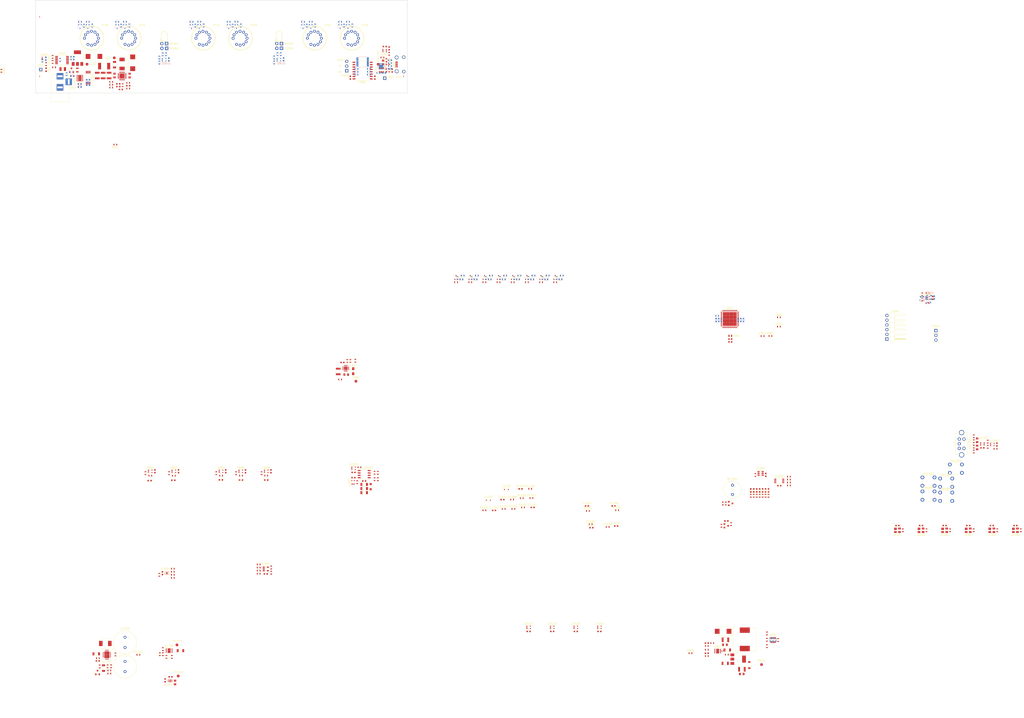
<source format=kicad_pcb>
(kicad_pcb (version 20171130) (host pcbnew "(5.0.0)")
  (layers (0 F.Cu mixed) (1 GND_Plane mixed) (2 Power_Plane mixed) (31 B.Cu mixed) (34 B.Paste user hide) (35 F.Paste user hide) (36 B.SilkS user) (37 F.SilkS user) (38 B.Mask user) (39 F.Mask user) (44 Edge.Cuts user))
  (net 0 "")
  (net 1 GND)
  (net 2 "Net-(BZ1001-Pad2)")
  (net 3 +3.3V_MNG)
  (net 4 +24V)
  (net 5 "Net-(C207-Pad2)")
  (net 6 "Net-(C207-Pad1)")
  (net 7 "Net-(C208-Pad2)")
  (net 8 uC_SOSC1)
  (net 9 uC_SOSC2)
  (net 10 "Net-(C505-Pad1)")
  (net 11 "Net-(C506-Pad1)")
  (net 12 "Net-(C507-Pad1)")
  (net 13 VAN)
  (net 14 VFF)
  (net 15 GND_USB)
  (net 16 +5V_USB)
  (net 17 "Net-(C706-Pad1)")
  (net 18 "Net-(C707-Pad1)")
  (net 19 VFF_ADC)
  (net 20 POS24_ADC)
  (net 21 VAN_ADC)
  (net 22 "Net-(C1601-Pad1)")
  (net 23 Ambient_Temp)
  (net 24 VFF_Temp)
  (net 25 POS3P3_TEMP)
  (net 26 VAN_Temp)
  (net 27 "Net-(D501-Pad2)")
  (net 28 "Net-(D702-Pad1)")
  (net 29 "Net-(D801-Pad1)")
  (net 30 "Net-(D802-Pad1)")
  (net 31 "Net-(D803-Pad1)")
  (net 32 "Net-(D804-Pad1)")
  (net 33 "Net-(D1001-Pad1)")
  (net 34 "Net-(D1002-Pad1)")
  (net 35 "Net-(D1003-Pad1)")
  (net 36 "Net-(D1004-Pad1)")
  (net 37 "Net-(D1005-Pad1)")
  (net 38 "Net-(D1006-Pad1)")
  (net 39 "Net-(D1007-Pad1)")
  (net 40 "Net-(D1008-Pad1)")
  (net 41 "Net-(F201-Pad1)")
  (net 42 ICSPCLK)
  (net 43 ICSPDAT)
  (net 44 ~MCLR)
  (net 45 "Net-(Q201-Pad1)")
  (net 46 "Net-(Q202-Pad1)")
  (net 47 "Net-(Q501-Pad3)")
  (net 48 "Net-(Q501-Pad1)")
  (net 49 "Net-(Q1001-Pad1)")
  (net 50 "Net-(Q1001-Pad3)")
  (net 51 "Net-(Q1002-Pad1)")
  (net 52 "Net-(Q1101-Pad1)")
  (net 53 "Net-(Q1101-Pad3)")
  (net 54 "Net-(Q1102-Pad1)")
  (net 55 "Net-(Q1102-Pad3)")
  (net 56 "Net-(Q1103-Pad1)")
  (net 57 Anode_A)
  (net 58 "Net-(Q1104-Pad1)")
  (net 59 Anode_E)
  (net 60 "Net-(Q1105-Pad1)")
  (net 61 "Net-(Q1105-Pad3)")
  (net 62 "Net-(Q1106-Pad1)")
  (net 63 "Net-(Q1106-Pad3)")
  (net 64 "Net-(Q1107-Pad1)")
  (net 65 Anode_B)
  (net 66 "Net-(Q1108-Pad1)")
  (net 67 Anode_F)
  (net 68 "Net-(Q1109-Pad1)")
  (net 69 "Net-(Q1109-Pad3)")
  (net 70 "Net-(Q1110-Pad1)")
  (net 71 "Net-(Q1110-Pad3)")
  (net 72 "Net-(Q1111-Pad1)")
  (net 73 Anode_C)
  (net 74 "Net-(Q1112-Pad1)")
  (net 75 Anode_G)
  (net 76 "Net-(Q1113-Pad1)")
  (net 77 "Net-(Q1113-Pad3)")
  (net 78 "Net-(Q1114-Pad1)")
  (net 79 "Net-(Q1114-Pad3)")
  (net 80 "Net-(Q1115-Pad1)")
  (net 81 Anode_D)
  (net 82 "Net-(Q1116-Pad1)")
  (net 83 Anode_DP)
  (net 84 "Net-(Q1201-Pad1)")
  (net 85 "Net-(Q1201-Pad3)")
  (net 86 "Net-(Q1202-Pad1)")
  (net 87 "Net-(Q1202-Pad3)")
  (net 88 "Net-(Q1203-Pad1)")
  (net 89 Grid_0)
  (net 90 "Net-(Q1204-Pad1)")
  (net 91 Grid_3)
  (net 92 "Net-(Q1205-Pad1)")
  (net 93 "Net-(Q1205-Pad3)")
  (net 94 "Net-(Q1206-Pad1)")
  (net 95 "Net-(Q1206-Pad3)")
  (net 96 "Net-(Q1207-Pad1)")
  (net 97 Grid_1)
  (net 98 "Net-(Q1208-Pad1)")
  (net 99 Grid_4)
  (net 100 "Net-(Q1209-Pad1)")
  (net 101 "Net-(Q1209-Pad3)")
  (net 102 "Net-(Q1210-Pad1)")
  (net 103 "Net-(Q1210-Pad3)")
  (net 104 "Net-(Q1211-Pad1)")
  (net 105 Grid_2)
  (net 106 "Net-(Q1212-Pad1)")
  (net 107 Grid_5)
  (net 108 "Net-(Q1701-Pad1)")
  (net 109 "Net-(R201-Pad2)")
  (net 110 "Net-(R205-Pad1)")
  (net 111 "Net-(R206-Pad1)")
  (net 112 "Net-(R208-Pad2)")
  (net 113 POS24_PGOOD)
  (net 114 IIC_SCL)
  (net 115 "Net-(R301-Pad2)")
  (net 116 IIC_SDA)
  (net 117 "Net-(R302-Pad2)")
  (net 118 POS3P3_PGOOD)
  (net 119 "Net-(R501-Pad2)")
  (net 120 "Net-(R502-Pad2)")
  (net 121 VAN_PGOOD)
  (net 122 "Net-(R505-Pad1)")
  (net 123 VAN_RUN)
  (net 124 "Net-(R507-Pad1)")
  (net 125 "Net-(R508-Pad2)")
  (net 126 "Net-(R510-Pad2)")
  (net 127 VFF_RUN)
  (net 128 VFF_PGOOD)
  (net 129 "Net-(R603-Pad2)")
  (net 130 DIM_PWM)
  (net 131 "Net-(R803-Pad2)")
  (net 132 "Net-(R804-Pad2)")
  (net 133 "Net-(R807-Pad2)")
  (net 134 "Net-(R808-Pad2)")
  (net 135 USB_UART_TX)
  (net 136 USB_UART_RX)
  (net 137 USB_UART_RX_ISO)
  (net 138 USB_UART_TX_ISO)
  (net 139 ICSP_DETECT)
  (net 140 Buzzer)
  (net 141 ~Status_Heartbeat)
  (net 142 ~Status_COM_Error)
  (net 143 drive_Anode_A)
  (net 144 drive_Anode_E)
  (net 145 drive_Anode_B)
  (net 146 drive_Anode_F)
  (net 147 drive_Anode_C)
  (net 148 drive_Anode_G)
  (net 149 drive_Anode_D)
  (net 150 drive_Anode_DP)
  (net 151 drive_Grid_0)
  (net 152 drive_Grid_3)
  (net 153 drive_Grid_1)
  (net 154 drive_Grid_4)
  (net 155 drive_Grid_2)
  (net 156 drive_Grid_5)
  (net 157 ~Time)
  (net 158 ~Date)
  (net 159 ~Alarm)
  (net 160 ~Display)
  (net 161 ~Brightness)
  (net 162 ~Encoder_PB)
  (net 163 "Net-(R1602-Pad1)")
  (net 164 "Net-(R1603-Pad1)")
  (net 165 "Net-(R1801-Pad1)")
  (net 166 "Net-(R1803-Pad1)")
  (net 167 "Net-(R1804-Pad1)")
  (net 168 "Net-(R2001-Pad1)")
  (net 169 "Net-(R2002-Pad2)")
  (net 170 "Net-(R2003-Pad2)")
  (net 171 "Net-(R2101-Pad2)")
  (net 172 "Net-(R2102-Pad2)")
  (net 173 "Net-(R2103-Pad2)")
  (net 174 "Net-(R2104-Pad2)")
  (net 175 "Net-(SW1301-Pad2)")
  (net 176 "Net-(SW1302-Pad2)")
  (net 177 "Net-(SW1303-Pad2)")
  (net 178 "Net-(SW1304-Pad2)")
  (net 179 "Net-(SW1305-Pad2)")
  (net 180 "Net-(SW1306-PadS1)")
  (net 181 +3V3)
  (net 182 "Net-(D1901-Pad1)")
  (net 183 "Net-(D1902-Pad1)")
  (net 184 "Net-(D1903-Pad1)")
  (net 185 "Net-(D1904-Pad1)")
  (net 186 "Net-(C402-Pad1)")
  (net 187 "Net-(C403-Pad1)")
  (net 188 "Net-(C404-Pad1)")
  (net 189 "Net-(C702-Pad1)")
  (net 190 "Net-(C708-Pad1)")
  (net 191 "Net-(C709-Pad1)")
  (net 192 "Net-(C710-Pad1)")
  (net 193 "Net-(C1304-Pad1)")
  (net 194 "Net-(C1305-Pad1)")
  (net 195 POS3P3_ADC)
  (net 196 "Net-(C1702-Pad1)")
  (net 197 VHU)
  (net 198 "Net-(C1703-Pad2)")
  (net 199 "Net-(C1705-Pad1)")
  (net 200 "Net-(C1706-Pad1)")
  (net 201 "Net-(C1708-Pad2)")
  (net 202 "Net-(C1708-Pad1)")
  (net 203 "Net-(D805-Pad1)")
  (net 204 "Net-(D806-Pad1)")
  (net 205 VD)
  (net 206 "Net-(L1701-Pad2)")
  (net 207 "Net-(L1701-Pad1)")
  (net 208 "Net-(Q201-Pad2)")
  (net 209 "Net-(Q1701-Pad3)")
  (net 210 "Net-(R702-Pad1)")
  (net 211 "Net-(R703-Pad2)")
  (net 212 ~USB_ACTIVE)
  (net 213 "Net-(R811-Pad2)")
  (net 214 "Net-(R812-Pad2)")
  (net 215 USB_DTR)
  (net 216 USB_DTR_ISO)
  (net 217 "Net-(R1012-Pad2)")
  (net 218 "Net-(R1013-Pad2)")
  (net 219 ~Status_Power_Error)
  (net 220 "Net-(R1308-Pad2)")
  (net 221 "Net-(R1309-Pad2)")
  (net 222 Encoder_STEP)
  (net 223 "Net-(R1313-Pad1)")
  (net 224 Encoder_DIR)
  (net 225 HOLDUP_PGOOD)
  (net 226 "Net-(R1703-Pad2)")
  (net 227 "Net-(R1705-Pad1)")
  (net 228 "Net-(R1706-Pad1)")
  (net 229 HOLDUP_ADC)
  (net 230 "Net-(R1709-Pad1)")
  (net 231 "Net-(R1710-Pad1)")
  (net 232 ~POS3P3_UV)
  (net 233 ~HOLDUP_UV)
  (net 234 Colon_1)
  (net 235 "Net-(R1903-Pad2)")
  (net 236 "Net-(R1905-Pad2)")
  (net 237 Colon_2)
  (net 238 "Net-(R2201-Pad2)")
  (net 239 "Net-(R2202-Pad1)")
  (net 240 "Net-(R2203-Pad1)")
  (net 241 "Net-(J701-Pad6)")
  (net 242 "Net-(C601-Pad1)")
  (net 243 "Net-(L601-Pad1)")
  (net 244 ~Status_Set_Time)
  (net 245 ~Status_Set_Date)
  (net 246 ~Status_Set_Alarm)
  (net 247 ~Status_Alarm_On)
  (net 248 "Net-(C204-Pad1)")
  (net 249 "Net-(C2202-Pad1)")
  (net 250 "Net-(R203-Pad2)")
  (net 251 ACCUM)
  (net 252 "Net-(R2206-Pad1)")
  (net 253 "Net-(U201-Pad6)")
  (net 254 REF_CLK)
  (net 255 "Net-(C407-Pad1)")
  (net 256 "Net-(C409-Pad2)")
  (net 257 "Net-(F201-Pad2)")
  (net 258 "Net-(J701-Pad4)")
  (net 259 "Net-(J1601-Pad6)")
  (net 260 "Net-(L401-Pad1)")
  (net 261 "Net-(R403-Pad1)")
  (net 262 "Net-(R404-Pad2)")
  (net 263 "Net-(U202-Pad10)")
  (net 264 "Net-(U202-Pad5)")
  (net 265 "Net-(U202-Pad3)")
  (net 266 "Net-(U203-Pad4)")
  (net 267 "Net-(U203-Pad3)")
  (net 268 "Net-(U301-Pad32)")
  (net 269 "Net-(U301-Pad22)")
  (net 270 "Net-(U401-Pad20)")
  (net 271 "Net-(U401-Pad19)")
  (net 272 "Net-(U401-Pad15)")
  (net 273 "Net-(U401-Pad7)")
  (net 274 "Net-(U401-Pad4)")
  (net 275 "Net-(U401-Pad2)")
  (net 276 "Net-(U703-Pad8)")
  (net 277 "Net-(U703-Pad11)")
  (net 278 "Net-(U901-Pad11)")
  (net 279 "Net-(U901-Pad6)")
  (net 280 "Net-(U1701-Pad20)")
  (net 281 "Net-(U1701-Pad8)")
  (net 282 "Net-(U1701-Pad6)")
  (net 283 "Net-(U2001-Pad5)")
  (net 284 "Net-(U2101-Pad5)")
  (net 285 "Net-(U2101-Pad1)")
  (net 286 "Net-(U2102-Pad1)")
  (net 287 "Net-(U2102-Pad5)")
  (net 288 "Net-(U2103-Pad1)")
  (net 289 "Net-(U2103-Pad5)")
  (net 290 "Net-(U2104-Pad1)")
  (net 291 "Net-(U2104-Pad5)")
  (net 292 "Net-(U2202-Pad7)")
  (net 293 "Net-(U2202-Pad3)")
  (net 294 "Net-(U2202-Pad2)")
  (module VFD:IV-6 (layer F.Cu) (at 170.226 -29.464 180)
    (fp_text reference VFD5 (at -7.0104 7.0866 180) (layer F.SilkS))
    (fp_text value IV-6)
    (pad 11 thru_hole circle (at 3.98232 0.01778 60) (size 1.524 1.524) (drill 0.762) (layers *.Cu *.Mask) (net 83 Anode_DP))
    (pad 10 thru_hole circle (at 3.477813 1.882213 60) (size 1.524 1.524) (drill 0.762) (layers *.Cu *.Mask) (net 73 Anode_C))
    (pad 9 thru_hole circle (at 2.12177 3.240348 60) (size 1.524 1.524) (drill 0.762) (layers *.Cu *.Mask) (net 107 Grid_5))
    (pad 8 thru_hole circle (at 0.24178 3.753387 60) (size 1.524 1.524) (drill 0.762) (layers *.Cu *.Mask) (net 14 VFF))
    (pad 7 thru_hole circle (at -1.65735 3.258176 60) (size 1.524 1.524) (drill 0.762) (layers *.Cu *.Mask) (net 1 GND))
    (pad 6 thru_hole circle (at -3.037481 1.889434 60) (size 1.524 1.524) (drill 0.762) (layers *.Cu *.Mask) (net 81 Anode_D))
    (pad 5 thru_hole circle (at -3.533172 0.004795 60) (size 1.524 1.524) (drill 0.762) (layers *.Cu *.Mask) (net 59 Anode_E))
    (pad 4 thru_hole circle (at -3.033313 -1.876987 60) (size 1.524 1.524) (drill 0.762) (layers *.Cu *.Mask) (net 67 Anode_F))
    (pad 3 thru_hole circle (at -1.653572 -3.250768 60) (size 1.524 1.524) (drill 0.762) (layers *.Cu *.Mask) (net 75 Anode_G))
    (pad 2 thru_hole circle (at 0.20272 -3.74816 105) (size 1.524 1.524) (drill 0.762) (layers *.Cu *.Mask) (net 57 Anode_A))
    (pad 1 thru_hole circle (at 2.12725 -3.296943 330) (size 1.524 1.524) (drill 0.762) (layers *.Cu *.Mask) (net 65 Anode_B))
  )
  (module VFD:IV-6 (layer F.Cu) (at 150.226 -29.464 180)
    (fp_text reference VFD4 (at -7.0104 7.0866 180) (layer F.SilkS))
    (fp_text value IV-6)
    (pad 11 thru_hole circle (at 3.98232 0.01778 60) (size 1.524 1.524) (drill 0.762) (layers *.Cu *.Mask) (net 83 Anode_DP))
    (pad 10 thru_hole circle (at 3.477813 1.882213 60) (size 1.524 1.524) (drill 0.762) (layers *.Cu *.Mask) (net 73 Anode_C))
    (pad 9 thru_hole circle (at 2.12177 3.240348 60) (size 1.524 1.524) (drill 0.762) (layers *.Cu *.Mask) (net 99 Grid_4))
    (pad 8 thru_hole circle (at 0.24178 3.753387 60) (size 1.524 1.524) (drill 0.762) (layers *.Cu *.Mask) (net 14 VFF))
    (pad 7 thru_hole circle (at -1.65735 3.258176 60) (size 1.524 1.524) (drill 0.762) (layers *.Cu *.Mask) (net 1 GND))
    (pad 6 thru_hole circle (at -3.037481 1.889434 60) (size 1.524 1.524) (drill 0.762) (layers *.Cu *.Mask) (net 81 Anode_D))
    (pad 5 thru_hole circle (at -3.533172 0.004795 60) (size 1.524 1.524) (drill 0.762) (layers *.Cu *.Mask) (net 59 Anode_E))
    (pad 4 thru_hole circle (at -3.033313 -1.876987 60) (size 1.524 1.524) (drill 0.762) (layers *.Cu *.Mask) (net 67 Anode_F))
    (pad 3 thru_hole circle (at -1.653572 -3.250768 60) (size 1.524 1.524) (drill 0.762) (layers *.Cu *.Mask) (net 75 Anode_G))
    (pad 2 thru_hole circle (at 0.20272 -3.74816 105) (size 1.524 1.524) (drill 0.762) (layers *.Cu *.Mask) (net 57 Anode_A))
    (pad 1 thru_hole circle (at 2.12725 -3.296943 330) (size 1.524 1.524) (drill 0.762) (layers *.Cu *.Mask) (net 65 Anode_B))
  )
  (module VFD:IV-6 (layer F.Cu) (at 110.226 -29.464 180)
    (fp_text reference VFD3 (at -7.0104 7.0866 180) (layer F.SilkS))
    (fp_text value IV-6)
    (pad 11 thru_hole circle (at 3.98232 0.01778 60) (size 1.524 1.524) (drill 0.762) (layers *.Cu *.Mask) (net 83 Anode_DP))
    (pad 10 thru_hole circle (at 3.477813 1.882213 60) (size 1.524 1.524) (drill 0.762) (layers *.Cu *.Mask) (net 73 Anode_C))
    (pad 9 thru_hole circle (at 2.12177 3.240348 60) (size 1.524 1.524) (drill 0.762) (layers *.Cu *.Mask) (net 91 Grid_3))
    (pad 8 thru_hole circle (at 0.24178 3.753387 60) (size 1.524 1.524) (drill 0.762) (layers *.Cu *.Mask) (net 14 VFF))
    (pad 7 thru_hole circle (at -1.65735 3.258176 60) (size 1.524 1.524) (drill 0.762) (layers *.Cu *.Mask) (net 1 GND))
    (pad 6 thru_hole circle (at -3.037481 1.889434 60) (size 1.524 1.524) (drill 0.762) (layers *.Cu *.Mask) (net 81 Anode_D))
    (pad 5 thru_hole circle (at -3.533172 0.004795 60) (size 1.524 1.524) (drill 0.762) (layers *.Cu *.Mask) (net 59 Anode_E))
    (pad 4 thru_hole circle (at -3.033313 -1.876987 60) (size 1.524 1.524) (drill 0.762) (layers *.Cu *.Mask) (net 67 Anode_F))
    (pad 3 thru_hole circle (at -1.653572 -3.250768 60) (size 1.524 1.524) (drill 0.762) (layers *.Cu *.Mask) (net 75 Anode_G))
    (pad 2 thru_hole circle (at 0.20272 -3.74816 105) (size 1.524 1.524) (drill 0.762) (layers *.Cu *.Mask) (net 57 Anode_A))
    (pad 1 thru_hole circle (at 2.12725 -3.296943 330) (size 1.524 1.524) (drill 0.762) (layers *.Cu *.Mask) (net 65 Anode_B))
  )
  (module VFD:IV-6 (layer F.Cu) (at 90.226 -29.464 180)
    (fp_text reference VFD2 (at -7.0104 7.0866 180) (layer F.SilkS))
    (fp_text value IV-6)
    (pad 11 thru_hole circle (at 3.98232 0.01778 60) (size 1.524 1.524) (drill 0.762) (layers *.Cu *.Mask) (net 83 Anode_DP))
    (pad 10 thru_hole circle (at 3.477813 1.882213 60) (size 1.524 1.524) (drill 0.762) (layers *.Cu *.Mask) (net 73 Anode_C))
    (pad 9 thru_hole circle (at 2.12177 3.240348 60) (size 1.524 1.524) (drill 0.762) (layers *.Cu *.Mask) (net 105 Grid_2))
    (pad 8 thru_hole circle (at 0.24178 3.753387 60) (size 1.524 1.524) (drill 0.762) (layers *.Cu *.Mask) (net 14 VFF))
    (pad 7 thru_hole circle (at -1.65735 3.258176 60) (size 1.524 1.524) (drill 0.762) (layers *.Cu *.Mask) (net 1 GND))
    (pad 6 thru_hole circle (at -3.037481 1.889434 60) (size 1.524 1.524) (drill 0.762) (layers *.Cu *.Mask) (net 81 Anode_D))
    (pad 5 thru_hole circle (at -3.533172 0.004795 60) (size 1.524 1.524) (drill 0.762) (layers *.Cu *.Mask) (net 59 Anode_E))
    (pad 4 thru_hole circle (at -3.033313 -1.876987 60) (size 1.524 1.524) (drill 0.762) (layers *.Cu *.Mask) (net 67 Anode_F))
    (pad 3 thru_hole circle (at -1.653572 -3.250768 60) (size 1.524 1.524) (drill 0.762) (layers *.Cu *.Mask) (net 75 Anode_G))
    (pad 2 thru_hole circle (at 0.20272 -3.74816 105) (size 1.524 1.524) (drill 0.762) (layers *.Cu *.Mask) (net 57 Anode_A))
    (pad 1 thru_hole circle (at 2.12725 -3.296943 330) (size 1.524 1.524) (drill 0.762) (layers *.Cu *.Mask) (net 65 Anode_B))
  )
  (module VFD:IV-6 (layer F.Cu) (at 50.226 -29.464 180)
    (fp_text reference VFD1 (at -7.0104 7.0866 180) (layer F.SilkS))
    (fp_text value IV-6)
    (pad 11 thru_hole circle (at 3.98232 0.01778 60) (size 1.524 1.524) (drill 0.762) (layers *.Cu *.Mask) (net 83 Anode_DP))
    (pad 10 thru_hole circle (at 3.477813 1.882213 60) (size 1.524 1.524) (drill 0.762) (layers *.Cu *.Mask) (net 73 Anode_C))
    (pad 9 thru_hole circle (at 2.12177 3.240348 60) (size 1.524 1.524) (drill 0.762) (layers *.Cu *.Mask) (net 97 Grid_1))
    (pad 8 thru_hole circle (at 0.24178 3.753387 60) (size 1.524 1.524) (drill 0.762) (layers *.Cu *.Mask) (net 14 VFF))
    (pad 7 thru_hole circle (at -1.65735 3.258176 60) (size 1.524 1.524) (drill 0.762) (layers *.Cu *.Mask) (net 1 GND))
    (pad 6 thru_hole circle (at -3.037481 1.889434 60) (size 1.524 1.524) (drill 0.762) (layers *.Cu *.Mask) (net 81 Anode_D))
    (pad 5 thru_hole circle (at -3.533172 0.004795 60) (size 1.524 1.524) (drill 0.762) (layers *.Cu *.Mask) (net 59 Anode_E))
    (pad 4 thru_hole circle (at -3.033313 -1.876987 60) (size 1.524 1.524) (drill 0.762) (layers *.Cu *.Mask) (net 67 Anode_F))
    (pad 3 thru_hole circle (at -1.653572 -3.250768 60) (size 1.524 1.524) (drill 0.762) (layers *.Cu *.Mask) (net 75 Anode_G))
    (pad 2 thru_hole circle (at 0.20272 -3.74816 105) (size 1.524 1.524) (drill 0.762) (layers *.Cu *.Mask) (net 57 Anode_A))
    (pad 1 thru_hole circle (at 2.12725 -3.296943 330) (size 1.524 1.524) (drill 0.762) (layers *.Cu *.Mask) (net 65 Anode_B))
  )
  (module Capacitors_SMD:C_0805 (layer F.Cu) (at 186.9805 -16.4495 90)
    (fp_text reference C704 hide)
    (fp_text value 4.7uF)
    (pad 1 smd rect (at -1 0 90) (size 1 1.25) (layers F.Cu F.Paste F.Mask) (net 16 +5V_USB))
    (pad 2 smd rect (at 1 0 90) (size 1 1.25) (layers F.Cu F.Paste F.Mask) (net 15 GND_USB))
  )
  (module TO_SOT_Packages_SMD:SOT-143 (layer F.Cu) (at 527.304 235.5215)
    (fp_text reference U1308 (at -0.0635 2.6035) (layer F.SilkS))
    (fp_text value MAX6816)
    (pad 4 smd rect (at 1.1 -0.95 270) (size 1 1.4) (layers F.Cu F.Paste F.Mask) (net 181 +3V3))
    (pad 3 smd rect (at 1.1 0.95 270) (size 1 1.4) (layers F.Cu F.Paste F.Mask) (net 161 ~Brightness))
    (pad 2 smd rect (at -1.1 0.95 270) (size 1 1.4) (layers F.Cu F.Paste F.Mask) (net 179 "Net-(SW1305-Pad2)"))
    (pad 1 smd rect (at -1.1 -0.77 270) (size 1.2 1.4) (layers F.Cu F.Paste F.Mask) (net 1 GND))
  )
  (module TO_SOT_Packages_SMD:SOT-143 (layer F.Cu) (at 514.604 235.5215)
    (fp_text reference U1305 (at -0.0635 2.6035) (layer F.SilkS))
    (fp_text value MAX6816)
    (pad 4 smd rect (at 1.1 -0.95 270) (size 1 1.4) (layers F.Cu F.Paste F.Mask) (net 181 +3V3))
    (pad 3 smd rect (at 1.1 0.95 270) (size 1 1.4) (layers F.Cu F.Paste F.Mask) (net 162 ~Encoder_PB))
    (pad 2 smd rect (at -1.1 0.95 270) (size 1 1.4) (layers F.Cu F.Paste F.Mask) (net 180 "Net-(SW1306-PadS1)"))
    (pad 1 smd rect (at -1.1 -0.77 270) (size 1.2 1.4) (layers F.Cu F.Paste F.Mask) (net 1 GND))
  )
  (module TO_SOT_Packages_SMD:SOT-143 (layer F.Cu) (at 501.904 235.5215)
    (fp_text reference U1307 (at -0.0635 2.6035) (layer F.SilkS))
    (fp_text value MAX6816)
    (pad 4 smd rect (at 1.1 -0.95 270) (size 1 1.4) (layers F.Cu F.Paste F.Mask) (net 181 +3V3))
    (pad 3 smd rect (at 1.1 0.95 270) (size 1 1.4) (layers F.Cu F.Paste F.Mask) (net 160 ~Display))
    (pad 2 smd rect (at -1.1 0.95 270) (size 1 1.4) (layers F.Cu F.Paste F.Mask) (net 178 "Net-(SW1304-Pad2)"))
    (pad 1 smd rect (at -1.1 -0.77 270) (size 1.2 1.4) (layers F.Cu F.Paste F.Mask) (net 1 GND))
  )
  (module TO_SOT_Packages_SMD:SOT-143 (layer F.Cu) (at 489.204 235.5215)
    (fp_text reference U1304 (at -0.0635 2.6035) (layer F.SilkS))
    (fp_text value MAX6816)
    (pad 4 smd rect (at 1.1 -0.95 270) (size 1 1.4) (layers F.Cu F.Paste F.Mask) (net 181 +3V3))
    (pad 3 smd rect (at 1.1 0.95 270) (size 1 1.4) (layers F.Cu F.Paste F.Mask) (net 159 ~Alarm))
    (pad 2 smd rect (at -1.1 0.95 270) (size 1 1.4) (layers F.Cu F.Paste F.Mask) (net 177 "Net-(SW1303-Pad2)"))
    (pad 1 smd rect (at -1.1 -0.77 270) (size 1.2 1.4) (layers F.Cu F.Paste F.Mask) (net 1 GND))
  )
  (module TO_SOT_Packages_SMD:SOT-143 (layer F.Cu) (at 476.504 235.5215)
    (fp_text reference U1306 (at -0.0635 2.6035) (layer F.SilkS))
    (fp_text value MAX6816)
    (pad 4 smd rect (at 1.1 -0.95 270) (size 1 1.4) (layers F.Cu F.Paste F.Mask) (net 181 +3V3))
    (pad 3 smd rect (at 1.1 0.95 270) (size 1 1.4) (layers F.Cu F.Paste F.Mask) (net 158 ~Date))
    (pad 2 smd rect (at -1.1 0.95 270) (size 1 1.4) (layers F.Cu F.Paste F.Mask) (net 176 "Net-(SW1302-Pad2)"))
    (pad 1 smd rect (at -1.1 -0.77 270) (size 1.2 1.4) (layers F.Cu F.Paste F.Mask) (net 1 GND))
  )
  (module Resistors_SMD:R_0603 (layer F.Cu) (at 530.225 235.5215 270)
    (fp_text reference R1306 hide)
    (fp_text value 10k)
    (pad 2 smd rect (at 0.75 0 270) (size 0.5 0.9) (layers F.Cu F.Paste F.Mask) (net 161 ~Brightness))
    (pad 1 smd rect (at -0.75 0 270) (size 0.5 0.9) (layers F.Cu F.Paste F.Mask) (net 181 +3V3))
  )
  (module Resistors_SMD:R_0603 (layer F.Cu) (at 517.525 235.5215 270)
    (fp_text reference R1303 hide)
    (fp_text value 10k)
    (pad 2 smd rect (at 0.75 0 270) (size 0.5 0.9) (layers F.Cu F.Paste F.Mask) (net 162 ~Encoder_PB))
    (pad 1 smd rect (at -0.75 0 270) (size 0.5 0.9) (layers F.Cu F.Paste F.Mask) (net 181 +3V3))
  )
  (module Resistors_SMD:R_0603 (layer F.Cu) (at 504.825 235.5215 270)
    (fp_text reference R1305 hide)
    (fp_text value 10k)
    (pad 2 smd rect (at 0.75 0 270) (size 0.5 0.9) (layers F.Cu F.Paste F.Mask) (net 160 ~Display))
    (pad 1 smd rect (at -0.75 0 270) (size 0.5 0.9) (layers F.Cu F.Paste F.Mask) (net 181 +3V3))
  )
  (module Resistors_SMD:R_0603 (layer F.Cu) (at 492.125 235.5215 270)
    (fp_text reference R1302 hide)
    (fp_text value 10k)
    (pad 2 smd rect (at 0.75 0 270) (size 0.5 0.9) (layers F.Cu F.Paste F.Mask) (net 159 ~Alarm))
    (pad 1 smd rect (at -0.75 0 270) (size 0.5 0.9) (layers F.Cu F.Paste F.Mask) (net 181 +3V3))
  )
  (module Resistors_SMD:R_0603 (layer F.Cu) (at 479.425 235.5215 270)
    (fp_text reference R1304 hide)
    (fp_text value 10k)
    (pad 2 smd rect (at 0.75 0 270) (size 0.5 0.9) (layers F.Cu F.Paste F.Mask) (net 158 ~Date))
    (pad 1 smd rect (at -0.75 0 270) (size 0.5 0.9) (layers F.Cu F.Paste F.Mask) (net 181 +3V3))
  )
  (module Capacitors_SMD:C_0603 (layer F.Cu) (at 527.304 232.9815 180)
    (fp_text reference C1310 hide)
    (fp_text value 0.1uF)
    (pad 1 smd rect (at -0.75 0 180) (size 0.8 0.75) (layers F.Cu F.Paste F.Mask) (net 181 +3V3))
    (pad 2 smd rect (at 0.75 0 180) (size 0.8 0.75) (layers F.Cu F.Paste F.Mask) (net 1 GND))
  )
  (module Capacitors_SMD:C_0603 (layer F.Cu) (at 514.604 232.9815 180)
    (fp_text reference C1303 hide)
    (fp_text value 0.1uF)
    (pad 1 smd rect (at -0.75 0 180) (size 0.8 0.75) (layers F.Cu F.Paste F.Mask) (net 181 +3V3))
    (pad 2 smd rect (at 0.75 0 180) (size 0.8 0.75) (layers F.Cu F.Paste F.Mask) (net 1 GND))
  )
  (module Capacitors_SMD:C_0603 (layer F.Cu) (at 501.904 232.9815 180)
    (fp_text reference C1309 hide)
    (fp_text value 0.1uF)
    (pad 1 smd rect (at -0.75 0 180) (size 0.8 0.75) (layers F.Cu F.Paste F.Mask) (net 181 +3V3))
    (pad 2 smd rect (at 0.75 0 180) (size 0.8 0.75) (layers F.Cu F.Paste F.Mask) (net 1 GND))
  )
  (module Capacitors_SMD:C_0603 (layer F.Cu) (at 489.204 232.9815 180)
    (fp_text reference C1302 hide)
    (fp_text value 0.1uF)
    (pad 1 smd rect (at -0.75 0 180) (size 0.8 0.75) (layers F.Cu F.Paste F.Mask) (net 181 +3V3))
    (pad 2 smd rect (at 0.75 0 180) (size 0.8 0.75) (layers F.Cu F.Paste F.Mask) (net 1 GND))
  )
  (module Capacitors_SMD:C_0603 (layer F.Cu) (at 476.504 232.9815 180)
    (fp_text reference C1308 hide)
    (fp_text value 0.1uF)
    (pad 1 smd rect (at -0.75 0 180) (size 0.8 0.75) (layers F.Cu F.Paste F.Mask) (net 181 +3V3))
    (pad 2 smd rect (at 0.75 0 180) (size 0.8 0.75) (layers F.Cu F.Paste F.Mask) (net 1 GND))
  )
  (module Oddities:Dummy_Empty (layer F.Cu) (at 468.382 230.9256)
    (fp_text reference A2201 hide)
    (fp_text value 0x6B)
  )
  (module Capacitors_SMD:C_0603 (layer F.Cu) (at 303.403 290.0045 180)
    (fp_text reference C2106 hide)
    (fp_text value 0.1uF)
    (pad 1 smd rect (at -0.75 0 180) (size 0.8 0.75) (layers F.Cu F.Paste F.Mask) (net 181 +3V3))
    (pad 2 smd rect (at 0.75 0 180) (size 0.8 0.75) (layers F.Cu F.Paste F.Mask) (net 1 GND))
  )
  (module Capacitors_SMD:C_0603 (layer F.Cu) (at 290.703 290.0045 180)
    (fp_text reference C2105 hide)
    (fp_text value 0.1uF)
    (pad 1 smd rect (at -0.75 0 180) (size 0.8 0.75) (layers F.Cu F.Paste F.Mask) (net 181 +3V3))
    (pad 2 smd rect (at 0.75 0 180) (size 0.8 0.75) (layers F.Cu F.Paste F.Mask) (net 1 GND))
  )
  (module Capacitors_SMD:C_0603 (layer F.Cu) (at 278.003 290.0045 180)
    (fp_text reference C2101 hide)
    (fp_text value 0.1uF)
    (pad 1 smd rect (at -0.75 0 180) (size 0.8 0.75) (layers F.Cu F.Paste F.Mask) (net 181 +3V3))
    (pad 2 smd rect (at 0.75 0 180) (size 0.8 0.75) (layers F.Cu F.Paste F.Mask) (net 1 GND))
  )
  (module TO_SOT_Packages_SMD:SOT-353_SC-70-5 (layer F.Cu) (at 303.403 287.8455)
    (fp_text reference U2104 (at 0 -2) (layer F.SilkS))
    (fp_text value MCP9700AT-HLT)
    (pad 1 smd rect (at -0.95 -0.65) (size 0.65 0.4) (layers F.Cu F.Paste F.Mask) (net 290 "Net-(U2104-Pad1)"))
    (pad 3 smd rect (at -0.95 0.65) (size 0.65 0.4) (layers F.Cu F.Paste F.Mask) (net 174 "Net-(R2104-Pad2)"))
    (pad 2 smd rect (at -0.95 0) (size 0.65 0.4) (layers F.Cu F.Paste F.Mask) (net 1 GND))
    (pad 4 smd rect (at 0.95 0.65) (size 0.65 0.4) (layers F.Cu F.Paste F.Mask) (net 181 +3V3))
    (pad 5 smd rect (at 0.95 -0.65) (size 0.65 0.4) (layers F.Cu F.Paste F.Mask) (net 291 "Net-(U2104-Pad5)"))
  )
  (module TO_SOT_Packages_SMD:SOT-353_SC-70-5 (layer F.Cu) (at 290.703 287.8455)
    (fp_text reference U2103 (at 0 -2) (layer F.SilkS))
    (fp_text value MCP9700AT-HLT)
    (pad 1 smd rect (at -0.95 -0.65) (size 0.65 0.4) (layers F.Cu F.Paste F.Mask) (net 288 "Net-(U2103-Pad1)"))
    (pad 3 smd rect (at -0.95 0.65) (size 0.65 0.4) (layers F.Cu F.Paste F.Mask) (net 173 "Net-(R2103-Pad2)"))
    (pad 2 smd rect (at -0.95 0) (size 0.65 0.4) (layers F.Cu F.Paste F.Mask) (net 1 GND))
    (pad 4 smd rect (at 0.95 0.65) (size 0.65 0.4) (layers F.Cu F.Paste F.Mask) (net 181 +3V3))
    (pad 5 smd rect (at 0.95 -0.65) (size 0.65 0.4) (layers F.Cu F.Paste F.Mask) (net 289 "Net-(U2103-Pad5)"))
  )
  (module TO_SOT_Packages_SMD:SOT-353_SC-70-5 (layer F.Cu) (at 278.003 287.8455)
    (fp_text reference U2102 (at 0 -2) (layer F.SilkS))
    (fp_text value MCP9700AT-HLT)
    (pad 1 smd rect (at -0.95 -0.65) (size 0.65 0.4) (layers F.Cu F.Paste F.Mask) (net 286 "Net-(U2102-Pad1)"))
    (pad 3 smd rect (at -0.95 0.65) (size 0.65 0.4) (layers F.Cu F.Paste F.Mask) (net 172 "Net-(R2102-Pad2)"))
    (pad 2 smd rect (at -0.95 0) (size 0.65 0.4) (layers F.Cu F.Paste F.Mask) (net 1 GND))
    (pad 4 smd rect (at 0.95 0.65) (size 0.65 0.4) (layers F.Cu F.Paste F.Mask) (net 181 +3V3))
    (pad 5 smd rect (at 0.95 -0.65) (size 0.65 0.4) (layers F.Cu F.Paste F.Mask) (net 287 "Net-(U2102-Pad5)"))
  )
  (module Capacitors_SMD:C_0603 (layer B.Cu) (at 71.64324 -18.034 90)
    (fp_text reference C1902 hide)
    (fp_text value 0.1uF)
    (pad 1 smd rect (at -0.75 0 90) (size 0.8 0.75) (layers B.Cu B.Paste B.Mask) (net 181 +3V3))
    (pad 2 smd rect (at 0.75 0 90) (size 0.8 0.75) (layers B.Cu B.Paste B.Mask) (net 1 GND))
  )
  (module TO_SOT_Packages_SMD:SOT-353_SC-70-5 (layer B.Cu) (at 69.10324 -17.907)
    (fp_text reference U1902 (at 1.143 2.032) (layer B.SilkS) (effects (justify mirror)))
    (fp_text value 74LVC1G38)
    (pad 1 smd rect (at -0.95 0.65) (size 0.65 0.4) (layers B.Cu B.Paste B.Mask) (net 237 Colon_2))
    (pad 3 smd rect (at -0.95 -0.65) (size 0.65 0.4) (layers B.Cu B.Paste B.Mask) (net 1 GND))
    (pad 2 smd rect (at -0.95 0) (size 0.65 0.4) (layers B.Cu B.Paste B.Mask) (net 130 DIM_PWM))
    (pad 4 smd rect (at 0.95 -0.65) (size 0.65 0.4) (layers B.Cu B.Paste B.Mask) (net 236 "Net-(R1905-Pad2)"))
    (pad 5 smd rect (at 0.95 0.65) (size 0.65 0.4) (layers B.Cu B.Paste B.Mask) (net 181 +3V3))
  )
  (module Resistors_SMD:R_0603 (layer B.Cu) (at 70.11924 -20.84 270)
    (fp_text reference R1906 hide)
    (fp_text value 1k)
    (pad 1 smd rect (at -0.75 0 270) (size 0.5 0.9) (layers B.Cu B.Paste B.Mask) (net 185 "Net-(D1904-Pad1)"))
    (pad 2 smd rect (at 0.75 0 270) (size 0.5 0.9) (layers B.Cu B.Paste B.Mask) (net 236 "Net-(R1905-Pad2)"))
  )
  (module Resistors_SMD:R_0603 (layer B.Cu) (at 68.34124 -20.828 270)
    (fp_text reference R1905 hide)
    (fp_text value 1k)
    (pad 2 smd rect (at 0.75 0 270) (size 0.5 0.9) (layers B.Cu B.Paste B.Mask) (net 236 "Net-(R1905-Pad2)"))
    (pad 1 smd rect (at -0.75 0 270) (size 0.5 0.9) (layers B.Cu B.Paste B.Mask) (net 184 "Net-(D1903-Pad1)"))
  )
  (module Resistors_SMD:R_0603 (layer B.Cu) (at 66.56324 -16.383 270)
    (fp_text reference R1908 hide)
    (fp_text value 10k)
    (pad 1 smd rect (at -0.75 0 270) (size 0.5 0.9) (layers B.Cu B.Paste B.Mask) (net 237 Colon_2))
    (pad 2 smd rect (at 0.75 0 270) (size 0.5 0.9) (layers B.Cu B.Paste B.Mask) (net 1 GND))
  )
  (module Resistors_SMD:R_0603 (layer B.Cu) (at 66.56324 -19.05 90)
    (fp_text reference R1907 hide)
    (fp_text value 10k)
    (pad 2 smd rect (at 0.75 0 90) (size 0.5 0.9) (layers B.Cu B.Paste B.Mask) (net 1 GND))
    (pad 1 smd rect (at -0.75 0 90) (size 0.5 0.9) (layers B.Cu B.Paste B.Mask) (net 130 DIM_PWM))
  )
  (module Resistors_SMD:R_0603 (layer F.Cu) (at 97.1804 204.7621 270)
    (fp_text reference R806 hide)
    (fp_text value 10k)
    (pad 1 smd rect (at -0.75 0 270) (size 0.5 0.9) (layers F.Cu F.Paste F.Mask) (net 130 DIM_PWM))
    (pad 2 smd rect (at 0.75 0 270) (size 0.5 0.9) (layers F.Cu F.Paste F.Mask) (net 1 GND))
  )
  (module Resistors_SMD:R_0603 (layer B.Cu) (at 3.6195 -17.4625 270)
    (fp_text reference R805 hide)
    (fp_text value 10k)
    (pad 1 smd rect (at -0.75 0 270) (size 0.5 0.9) (layers B.Cu B.Paste B.Mask) (net 130 DIM_PWM))
    (pad 2 smd rect (at 0.75 0 270) (size 0.5 0.9) (layers B.Cu B.Paste B.Mask) (net 1 GND))
  )
  (module Resistors_SMD:R_0603 (layer F.Cu) (at 71.7804 204.7621 270)
    (fp_text reference R802 hide)
    (fp_text value 10k)
    (pad 1 smd rect (at -0.75 0 270) (size 0.5 0.9) (layers F.Cu F.Paste F.Mask) (net 130 DIM_PWM))
    (pad 2 smd rect (at 0.75 0 270) (size 0.5 0.9) (layers F.Cu F.Paste F.Mask) (net 1 GND))
  )
  (module Resistors_SMD:R_0603 (layer F.Cu) (at 99.7712 206.1083)
    (fp_text reference R808 hide)
    (fp_text value 1k)
    (pad 1 smd rect (at -0.75 0) (size 0.5 0.9) (layers F.Cu F.Paste F.Mask) (net 32 "Net-(D804-Pad1)"))
    (pad 2 smd rect (at 0.75 0) (size 0.5 0.9) (layers F.Cu F.Paste F.Mask) (net 134 "Net-(R808-Pad2)"))
  )
  (module Resistors_SMD:R_0603 (layer F.Cu) (at 5.588 -15.5575 90)
    (fp_text reference R807 hide)
    (fp_text value 1k)
    (pad 1 smd rect (at -0.75 0 90) (size 0.5 0.9) (layers F.Cu F.Paste F.Mask) (net 31 "Net-(D803-Pad1)"))
    (pad 2 smd rect (at 0.75 0 90) (size 0.5 0.9) (layers F.Cu F.Paste F.Mask) (net 133 "Net-(R807-Pad2)"))
  )
  (module Resistors_SMD:R_0603 (layer F.Cu) (at 74.3712 206.1083)
    (fp_text reference R804 hide)
    (fp_text value 1k)
    (pad 1 smd rect (at -0.75 0) (size 0.5 0.9) (layers F.Cu F.Paste F.Mask) (net 30 "Net-(D802-Pad1)"))
    (pad 2 smd rect (at 0.75 0) (size 0.5 0.9) (layers F.Cu F.Paste F.Mask) (net 132 "Net-(R804-Pad2)"))
  )
  (module Capacitors_SMD:C_0603 (layer F.Cu) (at 102.2604 203.7461 270)
    (fp_text reference C804 hide)
    (fp_text value 0.1uF)
    (pad 2 smd rect (at 0.75 0 270) (size 0.8 0.75) (layers F.Cu F.Paste F.Mask) (net 1 GND))
    (pad 1 smd rect (at -0.75 0 270) (size 0.8 0.75) (layers F.Cu F.Paste F.Mask) (net 181 +3V3))
  )
  (module Capacitors_SMD:C_0603 (layer B.Cu) (at 5.461 -18.4785 90)
    (fp_text reference C803 hide)
    (fp_text value 0.1uF)
    (pad 2 smd rect (at 0.75 0 90) (size 0.8 0.75) (layers B.Cu B.Paste B.Mask) (net 1 GND))
    (pad 1 smd rect (at -0.75 0 90) (size 0.8 0.75) (layers B.Cu B.Paste B.Mask) (net 181 +3V3))
  )
  (module Capacitors_SMD:C_0603 (layer F.Cu) (at 76.8604 203.7461 270)
    (fp_text reference C802 hide)
    (fp_text value 0.1uF)
    (pad 2 smd rect (at 0.75 0 270) (size 0.8 0.75) (layers F.Cu F.Paste F.Mask) (net 1 GND))
    (pad 1 smd rect (at -0.75 0 270) (size 0.8 0.75) (layers F.Cu F.Paste F.Mask) (net 181 +3V3))
  )
  (module Resistors_SMD:R_0603 (layer B.Cu) (at 168.0556 -38.37057 180)
    (fp_text reference R1221 hide)
    (fp_text value 220k)
    (pad 1 smd rect (at -0.75 0 180) (size 0.5 0.9) (layers B.Cu B.Paste B.Mask) (net 13 VAN))
    (pad 2 smd rect (at 0.75 0 180) (size 0.5 0.9) (layers B.Cu B.Paste B.Mask) (net 106 "Net-(Q1212-Pad1)"))
  )
  (module Resistors_SMD:R_0603 (layer B.Cu) (at 148.0516 -38.37057 180)
    (fp_text reference R1213 hide)
    (fp_text value 220k)
    (pad 1 smd rect (at -0.75 0 180) (size 0.5 0.9) (layers B.Cu B.Paste B.Mask) (net 13 VAN))
    (pad 2 smd rect (at 0.75 0 180) (size 0.5 0.9) (layers B.Cu B.Paste B.Mask) (net 98 "Net-(Q1208-Pad1)"))
  )
  (module Resistors_SMD:R_0603 (layer B.Cu) (at 108.0476 -38.37057 180)
    (fp_text reference R1205 hide)
    (fp_text value 220k)
    (pad 1 smd rect (at -0.75 0 180) (size 0.5 0.9) (layers B.Cu B.Paste B.Mask) (net 13 VAN))
    (pad 2 smd rect (at 0.75 0 180) (size 0.5 0.9) (layers B.Cu B.Paste B.Mask) (net 90 "Net-(Q1204-Pad1)"))
  )
  (module Resistors_SMD:R_0603 (layer B.Cu) (at 88.0436 -38.37057 180)
    (fp_text reference R1219 hide)
    (fp_text value 220k)
    (pad 1 smd rect (at -0.75 0 180) (size 0.5 0.9) (layers B.Cu B.Paste B.Mask) (net 13 VAN))
    (pad 2 smd rect (at 0.75 0 180) (size 0.5 0.9) (layers B.Cu B.Paste B.Mask) (net 104 "Net-(Q1211-Pad1)"))
  )
  (module Resistors_SMD:R_0603 (layer B.Cu) (at 48.0451 -38.35457 180)
    (fp_text reference R1211 hide)
    (fp_text value 220k)
    (pad 1 smd rect (at -0.75 0 180) (size 0.5 0.9) (layers B.Cu B.Paste B.Mask) (net 13 VAN))
    (pad 2 smd rect (at 0.75 0 180) (size 0.5 0.9) (layers B.Cu B.Paste B.Mask) (net 96 "Net-(Q1207-Pad1)"))
  )
  (module Resistors_SMD:R_0603 (layer B.Cu) (at 28.0416 -38.35107 180)
    (fp_text reference R1203 hide)
    (fp_text value 220k)
    (pad 1 smd rect (at -0.75 0 180) (size 0.5 0.9) (layers B.Cu B.Paste B.Mask) (net 13 VAN))
    (pad 2 smd rect (at 0.75 0 180) (size 0.5 0.9) (layers B.Cu B.Paste B.Mask) (net 88 "Net-(Q1203-Pad1)"))
  )
  (module Resistors_SMD:R_0603 (layer B.Cu) (at 282.448 100.3935 180)
    (fp_text reference R1129 hide)
    (fp_text value 220k)
    (pad 1 smd rect (at -0.75 0 180) (size 0.5 0.9) (layers B.Cu B.Paste B.Mask) (net 13 VAN))
    (pad 2 smd rect (at 0.75 0 180) (size 0.5 0.9) (layers B.Cu B.Paste B.Mask) (net 82 "Net-(Q1116-Pad1)"))
  )
  (module Resistors_SMD:R_0603 (layer B.Cu) (at 274.828 100.3935 180)
    (fp_text reference R1121 hide)
    (fp_text value 220k)
    (pad 1 smd rect (at -0.75 0 180) (size 0.5 0.9) (layers B.Cu B.Paste B.Mask) (net 13 VAN))
    (pad 2 smd rect (at 0.75 0 180) (size 0.5 0.9) (layers B.Cu B.Paste B.Mask) (net 74 "Net-(Q1112-Pad1)"))
  )
  (module Resistors_SMD:R_0603 (layer B.Cu) (at 267.208 100.3935 180)
    (fp_text reference R1113 hide)
    (fp_text value 220k)
    (pad 1 smd rect (at -0.75 0 180) (size 0.5 0.9) (layers B.Cu B.Paste B.Mask) (net 13 VAN))
    (pad 2 smd rect (at 0.75 0 180) (size 0.5 0.9) (layers B.Cu B.Paste B.Mask) (net 66 "Net-(Q1108-Pad1)"))
  )
  (module Resistors_SMD:R_0603 (layer B.Cu) (at 259.588 100.3935 180)
    (fp_text reference R1105 hide)
    (fp_text value 220k)
    (pad 1 smd rect (at -0.75 0 180) (size 0.5 0.9) (layers B.Cu B.Paste B.Mask) (net 13 VAN))
    (pad 2 smd rect (at 0.75 0 180) (size 0.5 0.9) (layers B.Cu B.Paste B.Mask) (net 58 "Net-(Q1104-Pad1)"))
  )
  (module Resistors_SMD:R_0603 (layer B.Cu) (at 251.968 100.3935 180)
    (fp_text reference R1127 hide)
    (fp_text value 220k)
    (pad 1 smd rect (at -0.75 0 180) (size 0.5 0.9) (layers B.Cu B.Paste B.Mask) (net 13 VAN))
    (pad 2 smd rect (at 0.75 0 180) (size 0.5 0.9) (layers B.Cu B.Paste B.Mask) (net 80 "Net-(Q1115-Pad1)"))
  )
  (module Resistors_SMD:R_0603 (layer B.Cu) (at 244.348 100.3935 180)
    (fp_text reference R1119 hide)
    (fp_text value 220k)
    (pad 1 smd rect (at -0.75 0 180) (size 0.5 0.9) (layers B.Cu B.Paste B.Mask) (net 13 VAN))
    (pad 2 smd rect (at 0.75 0 180) (size 0.5 0.9) (layers B.Cu B.Paste B.Mask) (net 72 "Net-(Q1111-Pad1)"))
  )
  (module Resistors_SMD:R_0603 (layer B.Cu) (at 236.728 100.3935 180)
    (fp_text reference R1111 hide)
    (fp_text value 220k)
    (pad 1 smd rect (at -0.75 0 180) (size 0.5 0.9) (layers B.Cu B.Paste B.Mask) (net 13 VAN))
    (pad 2 smd rect (at 0.75 0 180) (size 0.5 0.9) (layers B.Cu B.Paste B.Mask) (net 64 "Net-(Q1107-Pad1)"))
  )
  (module Resistors_SMD:R_0603 (layer B.Cu) (at 170.4178 -36.33603 90)
    (fp_text reference R1224 hide)
    (fp_text value 100k)
    (pad 1 smd rect (at -0.75 0 90) (size 0.5 0.9) (layers B.Cu B.Paste B.Mask) (net 107 Grid_5))
    (pad 2 smd rect (at 0.75 0 90) (size 0.5 0.9) (layers B.Cu B.Paste B.Mask) (net 1 GND))
  )
  (module Resistors_SMD:R_0603 (layer B.Cu) (at 150.4138 -36.33603 90)
    (fp_text reference R1216 hide)
    (fp_text value 100k)
    (pad 1 smd rect (at -0.75 0 90) (size 0.5 0.9) (layers B.Cu B.Paste B.Mask) (net 99 Grid_4))
    (pad 2 smd rect (at 0.75 0 90) (size 0.5 0.9) (layers B.Cu B.Paste B.Mask) (net 1 GND))
  )
  (module Resistors_SMD:R_0603 (layer B.Cu) (at 110.4098 -36.33603 90)
    (fp_text reference R1208 hide)
    (fp_text value 100k)
    (pad 1 smd rect (at -0.75 0 90) (size 0.5 0.9) (layers B.Cu B.Paste B.Mask) (net 91 Grid_3))
    (pad 2 smd rect (at 0.75 0 90) (size 0.5 0.9) (layers B.Cu B.Paste B.Mask) (net 1 GND))
  )
  (module Resistors_SMD:R_0603 (layer B.Cu) (at 90.4058 -36.33603 90)
    (fp_text reference R1223 hide)
    (fp_text value 100k)
    (pad 1 smd rect (at -0.75 0 90) (size 0.5 0.9) (layers B.Cu B.Paste B.Mask) (net 105 Grid_2))
    (pad 2 smd rect (at 0.75 0 90) (size 0.5 0.9) (layers B.Cu B.Paste B.Mask) (net 1 GND))
  )
  (module Resistors_SMD:R_0603 (layer B.Cu) (at 50.4073 -36.32003 90)
    (fp_text reference R1215 hide)
    (fp_text value 100k)
    (pad 1 smd rect (at -0.75 0 90) (size 0.5 0.9) (layers B.Cu B.Paste B.Mask) (net 97 Grid_1))
    (pad 2 smd rect (at 0.75 0 90) (size 0.5 0.9) (layers B.Cu B.Paste B.Mask) (net 1 GND))
  )
  (module Resistors_SMD:R_0603 (layer B.Cu) (at 30.4038 -36.31653 90)
    (fp_text reference R1207 hide)
    (fp_text value 100k)
    (pad 1 smd rect (at -0.75 0 90) (size 0.5 0.9) (layers B.Cu B.Paste B.Mask) (net 89 Grid_0))
    (pad 2 smd rect (at 0.75 0 90) (size 0.5 0.9) (layers B.Cu B.Paste B.Mask) (net 1 GND))
  )
  (module Resistors_SMD:R_0603 (layer B.Cu) (at 283.1465 98.3615)
    (fp_text reference R1132 hide)
    (fp_text value 100k)
    (pad 1 smd rect (at -0.75 0) (size 0.5 0.9) (layers B.Cu B.Paste B.Mask) (net 83 Anode_DP))
    (pad 2 smd rect (at 0.75 0) (size 0.5 0.9) (layers B.Cu B.Paste B.Mask) (net 1 GND))
  )
  (module Resistors_SMD:R_0603 (layer B.Cu) (at 275.5265 98.3615)
    (fp_text reference R1124 hide)
    (fp_text value 100k)
    (pad 1 smd rect (at -0.75 0) (size 0.5 0.9) (layers B.Cu B.Paste B.Mask) (net 75 Anode_G))
    (pad 2 smd rect (at 0.75 0) (size 0.5 0.9) (layers B.Cu B.Paste B.Mask) (net 1 GND))
  )
  (module Resistors_SMD:R_0603 (layer B.Cu) (at 267.9065 98.3615)
    (fp_text reference R1116 hide)
    (fp_text value 100k)
    (pad 1 smd rect (at -0.75 0) (size 0.5 0.9) (layers B.Cu B.Paste B.Mask) (net 67 Anode_F))
    (pad 2 smd rect (at 0.75 0) (size 0.5 0.9) (layers B.Cu B.Paste B.Mask) (net 1 GND))
  )
  (module Resistors_SMD:R_0603 (layer B.Cu) (at 260.2865 98.3615)
    (fp_text reference R1108 hide)
    (fp_text value 100k)
    (pad 1 smd rect (at -0.75 0) (size 0.5 0.9) (layers B.Cu B.Paste B.Mask) (net 59 Anode_E))
    (pad 2 smd rect (at 0.75 0) (size 0.5 0.9) (layers B.Cu B.Paste B.Mask) (net 1 GND))
  )
  (module Resistors_SMD:R_0603 (layer B.Cu) (at 252.6665 98.3615)
    (fp_text reference R1131 hide)
    (fp_text value 100k)
    (pad 1 smd rect (at -0.75 0) (size 0.5 0.9) (layers B.Cu B.Paste B.Mask) (net 81 Anode_D))
    (pad 2 smd rect (at 0.75 0) (size 0.5 0.9) (layers B.Cu B.Paste B.Mask) (net 1 GND))
  )
  (module Resistors_SMD:R_0603 (layer B.Cu) (at 245.0465 98.3615)
    (fp_text reference R1123 hide)
    (fp_text value 100k)
    (pad 1 smd rect (at -0.75 0) (size 0.5 0.9) (layers B.Cu B.Paste B.Mask) (net 73 Anode_C))
    (pad 2 smd rect (at 0.75 0) (size 0.5 0.9) (layers B.Cu B.Paste B.Mask) (net 1 GND))
  )
  (module Resistors_SMD:R_0603 (layer B.Cu) (at 237.4265 98.3615)
    (fp_text reference R1115 hide)
    (fp_text value 100k)
    (pad 1 smd rect (at -0.75 0) (size 0.5 0.9) (layers B.Cu B.Paste B.Mask) (net 65 Anode_B))
    (pad 2 smd rect (at 0.75 0) (size 0.5 0.9) (layers B.Cu B.Paste B.Mask) (net 1 GND))
  )
  (module Resistors_SMD:R_0603 (layer B.Cu) (at 165.9601 -36.26237 270)
    (fp_text reference R1222 hide)
    (fp_text value 68k)
    (pad 1 smd rect (at -0.75 0 270) (size 0.5 0.9) (layers B.Cu B.Paste B.Mask) (net 106 "Net-(Q1212-Pad1)"))
    (pad 2 smd rect (at 0.75 0 270) (size 0.5 0.9) (layers B.Cu B.Paste B.Mask) (net 103 "Net-(Q1210-Pad3)"))
  )
  (module Resistors_SMD:R_0603 (layer B.Cu) (at 145.9561 -36.26237 270)
    (fp_text reference R1214 hide)
    (fp_text value 68k)
    (pad 1 smd rect (at -0.75 0 270) (size 0.5 0.9) (layers B.Cu B.Paste B.Mask) (net 98 "Net-(Q1208-Pad1)"))
    (pad 2 smd rect (at 0.75 0 270) (size 0.5 0.9) (layers B.Cu B.Paste B.Mask) (net 95 "Net-(Q1206-Pad3)"))
  )
  (module Resistors_SMD:R_0603 (layer B.Cu) (at 105.9521 -36.26237 270)
    (fp_text reference R1206 hide)
    (fp_text value 68k)
    (pad 1 smd rect (at -0.75 0 270) (size 0.5 0.9) (layers B.Cu B.Paste B.Mask) (net 90 "Net-(Q1204-Pad1)"))
    (pad 2 smd rect (at 0.75 0 270) (size 0.5 0.9) (layers B.Cu B.Paste B.Mask) (net 87 "Net-(Q1202-Pad3)"))
  )
  (module Resistors_SMD:R_0603 (layer B.Cu) (at 85.9481 -36.26237 270)
    (fp_text reference R1220 hide)
    (fp_text value 68k)
    (pad 1 smd rect (at -0.75 0 270) (size 0.5 0.9) (layers B.Cu B.Paste B.Mask) (net 104 "Net-(Q1211-Pad1)"))
    (pad 2 smd rect (at 0.75 0 270) (size 0.5 0.9) (layers B.Cu B.Paste B.Mask) (net 101 "Net-(Q1209-Pad3)"))
  )
  (module Resistors_SMD:R_0603 (layer B.Cu) (at 45.9496 -36.24637 270)
    (fp_text reference R1212 hide)
    (fp_text value 68k)
    (pad 1 smd rect (at -0.75 0 270) (size 0.5 0.9) (layers B.Cu B.Paste B.Mask) (net 96 "Net-(Q1207-Pad1)"))
    (pad 2 smd rect (at 0.75 0 270) (size 0.5 0.9) (layers B.Cu B.Paste B.Mask) (net 93 "Net-(Q1205-Pad3)"))
  )
  (module Resistors_SMD:R_0603 (layer B.Cu) (at 25.9461 -36.24287 270)
    (fp_text reference R1204 hide)
    (fp_text value 68k)
    (pad 1 smd rect (at -0.75 0 270) (size 0.5 0.9) (layers B.Cu B.Paste B.Mask) (net 88 "Net-(Q1203-Pad1)"))
    (pad 2 smd rect (at 0.75 0 270) (size 0.5 0.9) (layers B.Cu B.Paste B.Mask) (net 85 "Net-(Q1201-Pad3)"))
  )
  (module Resistors_SMD:R_0603 (layer B.Cu) (at 280.3525 99.6315 90)
    (fp_text reference R1130 hide)
    (fp_text value 68k)
    (pad 1 smd rect (at -0.75 0 90) (size 0.5 0.9) (layers B.Cu B.Paste B.Mask) (net 82 "Net-(Q1116-Pad1)"))
    (pad 2 smd rect (at 0.75 0 90) (size 0.5 0.9) (layers B.Cu B.Paste B.Mask) (net 79 "Net-(Q1114-Pad3)"))
  )
  (module Resistors_SMD:R_0603 (layer B.Cu) (at 272.7325 99.6315 90)
    (fp_text reference R1122 hide)
    (fp_text value 68k)
    (pad 1 smd rect (at -0.75 0 90) (size 0.5 0.9) (layers B.Cu B.Paste B.Mask) (net 74 "Net-(Q1112-Pad1)"))
    (pad 2 smd rect (at 0.75 0 90) (size 0.5 0.9) (layers B.Cu B.Paste B.Mask) (net 71 "Net-(Q1110-Pad3)"))
  )
  (module Resistors_SMD:R_0603 (layer B.Cu) (at 265.1125 99.6315 90)
    (fp_text reference R1114 hide)
    (fp_text value 68k)
    (pad 1 smd rect (at -0.75 0 90) (size 0.5 0.9) (layers B.Cu B.Paste B.Mask) (net 66 "Net-(Q1108-Pad1)"))
    (pad 2 smd rect (at 0.75 0 90) (size 0.5 0.9) (layers B.Cu B.Paste B.Mask) (net 63 "Net-(Q1106-Pad3)"))
  )
  (module Resistors_SMD:R_0603 (layer B.Cu) (at 257.4925 99.6315 90)
    (fp_text reference R1106 hide)
    (fp_text value 68k)
    (pad 1 smd rect (at -0.75 0 90) (size 0.5 0.9) (layers B.Cu B.Paste B.Mask) (net 58 "Net-(Q1104-Pad1)"))
    (pad 2 smd rect (at 0.75 0 90) (size 0.5 0.9) (layers B.Cu B.Paste B.Mask) (net 55 "Net-(Q1102-Pad3)"))
  )
  (module Resistors_SMD:R_0603 (layer B.Cu) (at 249.8725 99.6315 90)
    (fp_text reference R1128 hide)
    (fp_text value 68k)
    (pad 1 smd rect (at -0.75 0 90) (size 0.5 0.9) (layers B.Cu B.Paste B.Mask) (net 80 "Net-(Q1115-Pad1)"))
    (pad 2 smd rect (at 0.75 0 90) (size 0.5 0.9) (layers B.Cu B.Paste B.Mask) (net 77 "Net-(Q1113-Pad3)"))
  )
  (module Resistors_SMD:R_0603 (layer B.Cu) (at 242.2525 99.6315 90)
    (fp_text reference R1120 hide)
    (fp_text value 68k)
    (pad 1 smd rect (at -0.75 0 90) (size 0.5 0.9) (layers B.Cu B.Paste B.Mask) (net 72 "Net-(Q1111-Pad1)"))
    (pad 2 smd rect (at 0.75 0 90) (size 0.5 0.9) (layers B.Cu B.Paste B.Mask) (net 69 "Net-(Q1109-Pad3)"))
  )
  (module Resistors_SMD:R_0603 (layer B.Cu) (at 234.6325 99.6315 90)
    (fp_text reference R1112 hide)
    (fp_text value 68k)
    (pad 1 smd rect (at -0.75 0 90) (size 0.5 0.9) (layers B.Cu B.Paste B.Mask) (net 64 "Net-(Q1107-Pad1)"))
    (pad 2 smd rect (at 0.75 0 90) (size 0.5 0.9) (layers B.Cu B.Paste B.Mask) (net 61 "Net-(Q1105-Pad3)"))
  )
  (module Resistors_SMD:R_0603 (layer B.Cu) (at 163.8646 -38.33247 180)
    (fp_text reference R1218 hide)
    (fp_text value 10k)
    (pad 1 smd rect (at -0.75 0 180) (size 0.5 0.9) (layers B.Cu B.Paste B.Mask) (net 156 drive_Grid_5))
    (pad 2 smd rect (at 0.75 0 180) (size 0.5 0.9) (layers B.Cu B.Paste B.Mask) (net 102 "Net-(Q1210-Pad1)"))
  )
  (module Resistors_SMD:R_0603 (layer B.Cu) (at 143.8606 -38.33247 180)
    (fp_text reference R1210 hide)
    (fp_text value 10k)
    (pad 1 smd rect (at -0.75 0 180) (size 0.5 0.9) (layers B.Cu B.Paste B.Mask) (net 154 drive_Grid_4))
    (pad 2 smd rect (at 0.75 0 180) (size 0.5 0.9) (layers B.Cu B.Paste B.Mask) (net 94 "Net-(Q1206-Pad1)"))
  )
  (module Resistors_SMD:R_0603 (layer B.Cu) (at 103.8566 -38.33247 180)
    (fp_text reference R1202 hide)
    (fp_text value 10k)
    (pad 1 smd rect (at -0.75 0 180) (size 0.5 0.9) (layers B.Cu B.Paste B.Mask) (net 152 drive_Grid_3))
    (pad 2 smd rect (at 0.75 0 180) (size 0.5 0.9) (layers B.Cu B.Paste B.Mask) (net 86 "Net-(Q1202-Pad1)"))
  )
  (module Resistors_SMD:R_0603 (layer B.Cu) (at 83.8526 -38.33247 180)
    (fp_text reference R1217 hide)
    (fp_text value 10k)
    (pad 1 smd rect (at -0.75 0 180) (size 0.5 0.9) (layers B.Cu B.Paste B.Mask) (net 155 drive_Grid_2))
    (pad 2 smd rect (at 0.75 0 180) (size 0.5 0.9) (layers B.Cu B.Paste B.Mask) (net 100 "Net-(Q1209-Pad1)"))
  )
  (module Resistors_SMD:R_0603 (layer B.Cu) (at 43.8541 -38.31647 180)
    (fp_text reference R1209 hide)
    (fp_text value 10k)
    (pad 1 smd rect (at -0.75 0 180) (size 0.5 0.9) (layers B.Cu B.Paste B.Mask) (net 153 drive_Grid_1))
    (pad 2 smd rect (at 0.75 0 180) (size 0.5 0.9) (layers B.Cu B.Paste B.Mask) (net 92 "Net-(Q1205-Pad1)"))
  )
  (module Resistors_SMD:R_0603 (layer B.Cu) (at 23.8506 -38.31297 180)
    (fp_text reference R1201 hide)
    (fp_text value 10k)
    (pad 1 smd rect (at -0.75 0 180) (size 0.5 0.9) (layers B.Cu B.Paste B.Mask) (net 151 drive_Grid_0))
    (pad 2 smd rect (at 0.75 0 180) (size 0.5 0.9) (layers B.Cu B.Paste B.Mask) (net 84 "Net-(Q1201-Pad1)"))
  )
  (module Resistors_SMD:R_0603 (layer F.Cu) (at 279.5905 101.9175 180)
    (fp_text reference R1126 hide)
    (fp_text value 10k)
    (pad 1 smd rect (at -0.75 0 180) (size 0.5 0.9) (layers F.Cu F.Paste F.Mask) (net 150 drive_Anode_DP))
    (pad 2 smd rect (at 0.75 0 180) (size 0.5 0.9) (layers F.Cu F.Paste F.Mask) (net 78 "Net-(Q1114-Pad1)"))
  )
  (module Resistors_SMD:R_0603 (layer F.Cu) (at 271.9705 101.9175 180)
    (fp_text reference R1118 hide)
    (fp_text value 10k)
    (pad 1 smd rect (at -0.75 0 180) (size 0.5 0.9) (layers F.Cu F.Paste F.Mask) (net 148 drive_Anode_G))
    (pad 2 smd rect (at 0.75 0 180) (size 0.5 0.9) (layers F.Cu F.Paste F.Mask) (net 70 "Net-(Q1110-Pad1)"))
  )
  (module Resistors_SMD:R_0603 (layer F.Cu) (at 264.3505 101.9175 180)
    (fp_text reference R1110 hide)
    (fp_text value 10k)
    (pad 1 smd rect (at -0.75 0 180) (size 0.5 0.9) (layers F.Cu F.Paste F.Mask) (net 146 drive_Anode_F))
    (pad 2 smd rect (at 0.75 0 180) (size 0.5 0.9) (layers F.Cu F.Paste F.Mask) (net 62 "Net-(Q1106-Pad1)"))
  )
  (module Resistors_SMD:R_0603 (layer F.Cu) (at 256.7305 101.9175 180)
    (fp_text reference R1102 hide)
    (fp_text value 10k)
    (pad 1 smd rect (at -0.75 0 180) (size 0.5 0.9) (layers F.Cu F.Paste F.Mask) (net 144 drive_Anode_E))
    (pad 2 smd rect (at 0.75 0 180) (size 0.5 0.9) (layers F.Cu F.Paste F.Mask) (net 54 "Net-(Q1102-Pad1)"))
  )
  (module Resistors_SMD:R_0603 (layer F.Cu) (at 249.1105 101.9175 180)
    (fp_text reference R1125 hide)
    (fp_text value 10k)
    (pad 1 smd rect (at -0.75 0 180) (size 0.5 0.9) (layers F.Cu F.Paste F.Mask) (net 149 drive_Anode_D))
    (pad 2 smd rect (at 0.75 0 180) (size 0.5 0.9) (layers F.Cu F.Paste F.Mask) (net 76 "Net-(Q1113-Pad1)"))
  )
  (module Resistors_SMD:R_0603 (layer F.Cu) (at 241.4905 101.9175 180)
    (fp_text reference R1117 hide)
    (fp_text value 10k)
    (pad 1 smd rect (at -0.75 0 180) (size 0.5 0.9) (layers F.Cu F.Paste F.Mask) (net 147 drive_Anode_C))
    (pad 2 smd rect (at 0.75 0 180) (size 0.5 0.9) (layers F.Cu F.Paste F.Mask) (net 68 "Net-(Q1109-Pad1)"))
  )
  (module Resistors_SMD:R_0603 (layer F.Cu) (at 233.8705 101.9175 180)
    (fp_text reference R1109 hide)
    (fp_text value 10k)
    (pad 1 smd rect (at -0.75 0 180) (size 0.5 0.9) (layers F.Cu F.Paste F.Mask) (net 145 drive_Anode_B))
    (pad 2 smd rect (at 0.75 0 180) (size 0.5 0.9) (layers F.Cu F.Paste F.Mask) (net 60 "Net-(Q1105-Pad1)"))
  )
  (module TO_SOT_Packages_SMD:SOT-323_SC-70 (layer B.Cu) (at 163.8646 -35.79247 270)
    (fp_text reference Q1210 hide)
    (fp_text value PMSTA06)
    (pad 1 smd rect (at -1 0.65) (size 0.45 0.7) (layers B.Cu B.Paste B.Mask) (net 102 "Net-(Q1210-Pad1)"))
    (pad 2 smd rect (at -1 -0.65) (size 0.45 0.7) (layers B.Cu B.Paste B.Mask) (net 1 GND))
    (pad 3 smd rect (at 1 0) (size 0.45 0.7) (layers B.Cu B.Paste B.Mask) (net 103 "Net-(Q1210-Pad3)"))
  )
  (module TO_SOT_Packages_SMD:SOT-323_SC-70 (layer B.Cu) (at 143.8606 -35.79247 270)
    (fp_text reference Q1206 hide)
    (fp_text value PMSTA06)
    (pad 1 smd rect (at -1 0.65) (size 0.45 0.7) (layers B.Cu B.Paste B.Mask) (net 94 "Net-(Q1206-Pad1)"))
    (pad 2 smd rect (at -1 -0.65) (size 0.45 0.7) (layers B.Cu B.Paste B.Mask) (net 1 GND))
    (pad 3 smd rect (at 1 0) (size 0.45 0.7) (layers B.Cu B.Paste B.Mask) (net 95 "Net-(Q1206-Pad3)"))
  )
  (module TO_SOT_Packages_SMD:SOT-323_SC-70 (layer B.Cu) (at 103.8566 -35.79247 270)
    (fp_text reference Q1202 hide)
    (fp_text value PMSTA06)
    (pad 1 smd rect (at -1 0.65) (size 0.45 0.7) (layers B.Cu B.Paste B.Mask) (net 86 "Net-(Q1202-Pad1)"))
    (pad 2 smd rect (at -1 -0.65) (size 0.45 0.7) (layers B.Cu B.Paste B.Mask) (net 1 GND))
    (pad 3 smd rect (at 1 0) (size 0.45 0.7) (layers B.Cu B.Paste B.Mask) (net 87 "Net-(Q1202-Pad3)"))
  )
  (module TO_SOT_Packages_SMD:SOT-323_SC-70 (layer B.Cu) (at 83.8526 -35.79247 270)
    (fp_text reference Q1209 hide)
    (fp_text value PMSTA06)
    (pad 1 smd rect (at -1 0.65) (size 0.45 0.7) (layers B.Cu B.Paste B.Mask) (net 100 "Net-(Q1209-Pad1)"))
    (pad 2 smd rect (at -1 -0.65) (size 0.45 0.7) (layers B.Cu B.Paste B.Mask) (net 1 GND))
    (pad 3 smd rect (at 1 0) (size 0.45 0.7) (layers B.Cu B.Paste B.Mask) (net 101 "Net-(Q1209-Pad3)"))
  )
  (module TO_SOT_Packages_SMD:SOT-323_SC-70 (layer B.Cu) (at 43.8541 -35.77647 270)
    (fp_text reference Q1205 hide)
    (fp_text value PMSTA06)
    (pad 1 smd rect (at -1 0.65) (size 0.45 0.7) (layers B.Cu B.Paste B.Mask) (net 92 "Net-(Q1205-Pad1)"))
    (pad 2 smd rect (at -1 -0.65) (size 0.45 0.7) (layers B.Cu B.Paste B.Mask) (net 1 GND))
    (pad 3 smd rect (at 1 0) (size 0.45 0.7) (layers B.Cu B.Paste B.Mask) (net 93 "Net-(Q1205-Pad3)"))
  )
  (module TO_SOT_Packages_SMD:SOT-323_SC-70 (layer B.Cu) (at 23.8506 -35.77297 270)
    (fp_text reference Q1201 hide)
    (fp_text value PMSTA06)
    (pad 1 smd rect (at -1 0.65) (size 0.45 0.7) (layers B.Cu B.Paste B.Mask) (net 84 "Net-(Q1201-Pad1)"))
    (pad 2 smd rect (at -1 -0.65) (size 0.45 0.7) (layers B.Cu B.Paste B.Mask) (net 1 GND))
    (pad 3 smd rect (at 1 0) (size 0.45 0.7) (layers B.Cu B.Paste B.Mask) (net 85 "Net-(Q1201-Pad3)"))
  )
  (module TO_SOT_Packages_SMD:SOT-323_SC-70 (layer F.Cu) (at 279.5905 99.3775 90)
    (fp_text reference Q1114 hide)
    (fp_text value PMSTA06)
    (pad 1 smd rect (at -1 -0.65) (size 0.45 0.7) (layers F.Cu F.Paste F.Mask) (net 78 "Net-(Q1114-Pad1)"))
    (pad 2 smd rect (at -1 0.65) (size 0.45 0.7) (layers F.Cu F.Paste F.Mask) (net 1 GND))
    (pad 3 smd rect (at 1 0) (size 0.45 0.7) (layers F.Cu F.Paste F.Mask) (net 79 "Net-(Q1114-Pad3)"))
  )
  (module TO_SOT_Packages_SMD:SOT-323_SC-70 (layer F.Cu) (at 271.9705 99.3775 90)
    (fp_text reference Q1110 hide)
    (fp_text value PMSTA06)
    (pad 1 smd rect (at -1 -0.65) (size 0.45 0.7) (layers F.Cu F.Paste F.Mask) (net 70 "Net-(Q1110-Pad1)"))
    (pad 2 smd rect (at -1 0.65) (size 0.45 0.7) (layers F.Cu F.Paste F.Mask) (net 1 GND))
    (pad 3 smd rect (at 1 0) (size 0.45 0.7) (layers F.Cu F.Paste F.Mask) (net 71 "Net-(Q1110-Pad3)"))
  )
  (module TO_SOT_Packages_SMD:SOT-323_SC-70 (layer F.Cu) (at 264.3505 99.3775 90)
    (fp_text reference Q1106 hide)
    (fp_text value PMSTA06)
    (pad 1 smd rect (at -1 -0.65) (size 0.45 0.7) (layers F.Cu F.Paste F.Mask) (net 62 "Net-(Q1106-Pad1)"))
    (pad 2 smd rect (at -1 0.65) (size 0.45 0.7) (layers F.Cu F.Paste F.Mask) (net 1 GND))
    (pad 3 smd rect (at 1 0) (size 0.45 0.7) (layers F.Cu F.Paste F.Mask) (net 63 "Net-(Q1106-Pad3)"))
  )
  (module TO_SOT_Packages_SMD:SOT-323_SC-70 (layer F.Cu) (at 256.7305 99.3775 90)
    (fp_text reference Q1102 hide)
    (fp_text value PMSTA06)
    (pad 1 smd rect (at -1 -0.65) (size 0.45 0.7) (layers F.Cu F.Paste F.Mask) (net 54 "Net-(Q1102-Pad1)"))
    (pad 2 smd rect (at -1 0.65) (size 0.45 0.7) (layers F.Cu F.Paste F.Mask) (net 1 GND))
    (pad 3 smd rect (at 1 0) (size 0.45 0.7) (layers F.Cu F.Paste F.Mask) (net 55 "Net-(Q1102-Pad3)"))
  )
  (module TO_SOT_Packages_SMD:SOT-323_SC-70 (layer F.Cu) (at 249.1105 99.3775 90)
    (fp_text reference Q1113 hide)
    (fp_text value PMSTA06)
    (pad 1 smd rect (at -1 -0.65) (size 0.45 0.7) (layers F.Cu F.Paste F.Mask) (net 76 "Net-(Q1113-Pad1)"))
    (pad 2 smd rect (at -1 0.65) (size 0.45 0.7) (layers F.Cu F.Paste F.Mask) (net 1 GND))
    (pad 3 smd rect (at 1 0) (size 0.45 0.7) (layers F.Cu F.Paste F.Mask) (net 77 "Net-(Q1113-Pad3)"))
  )
  (module TO_SOT_Packages_SMD:SOT-323_SC-70 (layer F.Cu) (at 241.4905 99.3775 90)
    (fp_text reference Q1109 hide)
    (fp_text value PMSTA06)
    (pad 1 smd rect (at -1 -0.65) (size 0.45 0.7) (layers F.Cu F.Paste F.Mask) (net 68 "Net-(Q1109-Pad1)"))
    (pad 2 smd rect (at -1 0.65) (size 0.45 0.7) (layers F.Cu F.Paste F.Mask) (net 1 GND))
    (pad 3 smd rect (at 1 0) (size 0.45 0.7) (layers F.Cu F.Paste F.Mask) (net 69 "Net-(Q1109-Pad3)"))
  )
  (module TO_SOT_Packages_SMD:SOT-323_SC-70 (layer F.Cu) (at 233.8705 99.3775 90)
    (fp_text reference Q1105 hide)
    (fp_text value PMSTA06)
    (pad 1 smd rect (at -1 -0.65) (size 0.45 0.7) (layers F.Cu F.Paste F.Mask) (net 60 "Net-(Q1105-Pad1)"))
    (pad 2 smd rect (at -1 0.65) (size 0.45 0.7) (layers F.Cu F.Paste F.Mask) (net 1 GND))
    (pad 3 smd rect (at 1 0) (size 0.45 0.7) (layers F.Cu F.Paste F.Mask) (net 61 "Net-(Q1105-Pad3)"))
  )
  (module TO_SOT_Packages_SMD:SOT-323_SC-70 (layer B.Cu) (at 168.0556 -35.79247 270)
    (fp_text reference Q1212 hide)
    (fp_text value BC856W)
    (pad 1 smd rect (at -1 0.65) (size 0.45 0.7) (layers B.Cu B.Paste B.Mask) (net 106 "Net-(Q1212-Pad1)"))
    (pad 2 smd rect (at -1 -0.65) (size 0.45 0.7) (layers B.Cu B.Paste B.Mask) (net 13 VAN))
    (pad 3 smd rect (at 1 0) (size 0.45 0.7) (layers B.Cu B.Paste B.Mask) (net 107 Grid_5))
  )
  (module TO_SOT_Packages_SMD:SOT-323_SC-70 (layer B.Cu) (at 148.0516 -35.79247 270)
    (fp_text reference Q1208 hide)
    (fp_text value BC856W)
    (pad 1 smd rect (at -1 0.65) (size 0.45 0.7) (layers B.Cu B.Paste B.Mask) (net 98 "Net-(Q1208-Pad1)"))
    (pad 2 smd rect (at -1 -0.65) (size 0.45 0.7) (layers B.Cu B.Paste B.Mask) (net 13 VAN))
    (pad 3 smd rect (at 1 0) (size 0.45 0.7) (layers B.Cu B.Paste B.Mask) (net 99 Grid_4))
  )
  (module TO_SOT_Packages_SMD:SOT-323_SC-70 (layer B.Cu) (at 108.0476 -35.79247 270)
    (fp_text reference Q1204 hide)
    (fp_text value BC856W)
    (pad 1 smd rect (at -1 0.65) (size 0.45 0.7) (layers B.Cu B.Paste B.Mask) (net 90 "Net-(Q1204-Pad1)"))
    (pad 2 smd rect (at -1 -0.65) (size 0.45 0.7) (layers B.Cu B.Paste B.Mask) (net 13 VAN))
    (pad 3 smd rect (at 1 0) (size 0.45 0.7) (layers B.Cu B.Paste B.Mask) (net 91 Grid_3))
  )
  (module TO_SOT_Packages_SMD:SOT-323_SC-70 (layer B.Cu) (at 88.0436 -35.79247 270)
    (fp_text reference Q1211 hide)
    (fp_text value BC856W)
    (pad 1 smd rect (at -1 0.65) (size 0.45 0.7) (layers B.Cu B.Paste B.Mask) (net 104 "Net-(Q1211-Pad1)"))
    (pad 2 smd rect (at -1 -0.65) (size 0.45 0.7) (layers B.Cu B.Paste B.Mask) (net 13 VAN))
    (pad 3 smd rect (at 1 0) (size 0.45 0.7) (layers B.Cu B.Paste B.Mask) (net 105 Grid_2))
  )
  (module TO_SOT_Packages_SMD:SOT-323_SC-70 (layer B.Cu) (at 48.0451 -35.77647 270)
    (fp_text reference Q1207 hide)
    (fp_text value BC856W)
    (pad 1 smd rect (at -1 0.65) (size 0.45 0.7) (layers B.Cu B.Paste B.Mask) (net 96 "Net-(Q1207-Pad1)"))
    (pad 2 smd rect (at -1 -0.65) (size 0.45 0.7) (layers B.Cu B.Paste B.Mask) (net 13 VAN))
    (pad 3 smd rect (at 1 0) (size 0.45 0.7) (layers B.Cu B.Paste B.Mask) (net 97 Grid_1))
  )
  (module TO_SOT_Packages_SMD:SOT-323_SC-70 (layer B.Cu) (at 28.0416 -35.77297 270)
    (fp_text reference Q1203 hide)
    (fp_text value BC856W)
    (pad 1 smd rect (at -1 0.65) (size 0.45 0.7) (layers B.Cu B.Paste B.Mask) (net 88 "Net-(Q1203-Pad1)"))
    (pad 2 smd rect (at -1 -0.65) (size 0.45 0.7) (layers B.Cu B.Paste B.Mask) (net 13 VAN))
    (pad 3 smd rect (at 1 0) (size 0.45 0.7) (layers B.Cu B.Paste B.Mask) (net 89 Grid_0))
  )
  (module TO_SOT_Packages_SMD:SOT-323_SC-70 (layer F.Cu) (at 282.448 99.3775 90)
    (fp_text reference Q1116 hide)
    (fp_text value BC856W)
    (pad 1 smd rect (at -1 -0.65) (size 0.45 0.7) (layers F.Cu F.Paste F.Mask) (net 82 "Net-(Q1116-Pad1)"))
    (pad 2 smd rect (at -1 0.65) (size 0.45 0.7) (layers F.Cu F.Paste F.Mask) (net 13 VAN))
    (pad 3 smd rect (at 1 0) (size 0.45 0.7) (layers F.Cu F.Paste F.Mask) (net 83 Anode_DP))
  )
  (module TO_SOT_Packages_SMD:SOT-323_SC-70 (layer F.Cu) (at 274.828 99.3775 90)
    (fp_text reference Q1112 hide)
    (fp_text value BC856W)
    (pad 1 smd rect (at -1 -0.65) (size 0.45 0.7) (layers F.Cu F.Paste F.Mask) (net 74 "Net-(Q1112-Pad1)"))
    (pad 2 smd rect (at -1 0.65) (size 0.45 0.7) (layers F.Cu F.Paste F.Mask) (net 13 VAN))
    (pad 3 smd rect (at 1 0) (size 0.45 0.7) (layers F.Cu F.Paste F.Mask) (net 75 Anode_G))
  )
  (module TO_SOT_Packages_SMD:SOT-323_SC-70 (layer F.Cu) (at 267.208 99.3775 90)
    (fp_text reference Q1108 hide)
    (fp_text value BC856W)
    (pad 1 smd rect (at -1 -0.65) (size 0.45 0.7) (layers F.Cu F.Paste F.Mask) (net 66 "Net-(Q1108-Pad1)"))
    (pad 2 smd rect (at -1 0.65) (size 0.45 0.7) (layers F.Cu F.Paste F.Mask) (net 13 VAN))
    (pad 3 smd rect (at 1 0) (size 0.45 0.7) (layers F.Cu F.Paste F.Mask) (net 67 Anode_F))
  )
  (module TO_SOT_Packages_SMD:SOT-323_SC-70 (layer F.Cu) (at 259.588 99.3775 90)
    (fp_text reference Q1104 hide)
    (fp_text value BC856W)
    (pad 1 smd rect (at -1 -0.65) (size 0.45 0.7) (layers F.Cu F.Paste F.Mask) (net 58 "Net-(Q1104-Pad1)"))
    (pad 2 smd rect (at -1 0.65) (size 0.45 0.7) (layers F.Cu F.Paste F.Mask) (net 13 VAN))
    (pad 3 smd rect (at 1 0) (size 0.45 0.7) (layers F.Cu F.Paste F.Mask) (net 59 Anode_E))
  )
  (module TO_SOT_Packages_SMD:SOT-323_SC-70 (layer F.Cu) (at 251.968 99.3775 90)
    (fp_text reference Q1115 hide)
    (fp_text value BC856W)
    (pad 1 smd rect (at -1 -0.65) (size 0.45 0.7) (layers F.Cu F.Paste F.Mask) (net 80 "Net-(Q1115-Pad1)"))
    (pad 2 smd rect (at -1 0.65) (size 0.45 0.7) (layers F.Cu F.Paste F.Mask) (net 13 VAN))
    (pad 3 smd rect (at 1 0) (size 0.45 0.7) (layers F.Cu F.Paste F.Mask) (net 81 Anode_D))
  )
  (module TO_SOT_Packages_SMD:SOT-323_SC-70 (layer F.Cu) (at 244.348 99.3775 90)
    (fp_text reference Q1111 hide)
    (fp_text value BC856W)
    (pad 1 smd rect (at -1 -0.65) (size 0.45 0.7) (layers F.Cu F.Paste F.Mask) (net 72 "Net-(Q1111-Pad1)"))
    (pad 2 smd rect (at -1 0.65) (size 0.45 0.7) (layers F.Cu F.Paste F.Mask) (net 13 VAN))
    (pad 3 smd rect (at 1 0) (size 0.45 0.7) (layers F.Cu F.Paste F.Mask) (net 73 Anode_C))
  )
  (module TO_SOT_Packages_SMD:SOT-323_SC-70 (layer F.Cu) (at 236.728 99.3775 90)
    (fp_text reference Q1107 hide)
    (fp_text value BC856W)
    (pad 1 smd rect (at -1 -0.65) (size 0.45 0.7) (layers F.Cu F.Paste F.Mask) (net 64 "Net-(Q1107-Pad1)"))
    (pad 2 smd rect (at -1 0.65) (size 0.45 0.7) (layers F.Cu F.Paste F.Mask) (net 13 VAN))
    (pad 3 smd rect (at 1 0) (size 0.45 0.7) (layers F.Cu F.Paste F.Mask) (net 65 Anode_B))
  )
  (module Capacitors_SMD:C_0603 (layer B.Cu) (at 366.2045 122.2756 90)
    (fp_text reference C302 hide)
    (fp_text value 0.1uF)
    (pad 2 smd rect (at 0.75 0 90) (size 0.8 0.75) (layers B.Cu B.Paste B.Mask) (net 1 GND))
    (pad 1 smd rect (at -0.75 0 90) (size 0.8 0.75) (layers B.Cu B.Paste B.Mask) (net 3 +3.3V_MNG))
  )
  (module Capacitors_SMD:C_0603 (layer B.Cu) (at 369.0493 122.2756 90)
    (fp_text reference C303 hide)
    (fp_text value 10nF)
    (pad 2 smd rect (at 0.75 0 90) (size 0.8 0.75) (layers B.Cu B.Paste B.Mask) (net 1 GND))
    (pad 1 smd rect (at -0.75 0 90) (size 0.8 0.75) (layers B.Cu B.Paste B.Mask) (net 3 +3.3V_MNG))
  )
  (module Capacitors_SMD:C_0603 (layer B.Cu) (at 367.6269 122.2756 90)
    (fp_text reference C304 hide)
    (fp_text value 1nF)
    (pad 2 smd rect (at 0.75 0 90) (size 0.8 0.75) (layers B.Cu B.Paste B.Mask) (net 1 GND))
    (pad 1 smd rect (at -0.75 0 90) (size 0.8 0.75) (layers B.Cu B.Paste B.Mask) (net 3 +3.3V_MNG))
  )
  (module Capacitors_SMD:C_0603 (layer B.Cu) (at 380.9365 122.2756 90)
    (fp_text reference C305 hide)
    (fp_text value 0.1uF)
    (pad 2 smd rect (at 0.75 0 90) (size 0.8 0.75) (layers B.Cu B.Paste B.Mask) (net 1 GND))
    (pad 1 smd rect (at -0.75 0 90) (size 0.8 0.75) (layers B.Cu B.Paste B.Mask) (net 3 +3.3V_MNG))
  )
  (module Capacitors_SMD:C_0603 (layer B.Cu) (at 378.0917 122.2756 90)
    (fp_text reference C306 hide)
    (fp_text value 10nF)
    (pad 2 smd rect (at 0.75 0 90) (size 0.8 0.75) (layers B.Cu B.Paste B.Mask) (net 1 GND))
    (pad 1 smd rect (at -0.75 0 90) (size 0.8 0.75) (layers B.Cu B.Paste B.Mask) (net 3 +3.3V_MNG))
  )
  (module Capacitors_SMD:C_0603 (layer B.Cu) (at 379.5141 122.2756 90)
    (fp_text reference C307 hide)
    (fp_text value 1nF)
    (pad 2 smd rect (at 0.75 0 90) (size 0.8 0.75) (layers B.Cu B.Paste B.Mask) (net 1 GND))
    (pad 1 smd rect (at -0.75 0 90) (size 0.8 0.75) (layers B.Cu B.Paste B.Mask) (net 3 +3.3V_MNG))
  )
  (module Capacitors_SMD:C_0603 (layer F.Cu) (at 373.126 133.2992 270)
    (fp_text reference C308 hide)
    (fp_text value 9pF)
    (pad 2 smd rect (at 0.75 0 270) (size 0.8 0.75) (layers F.Cu F.Paste F.Mask) (net 1 GND))
    (pad 1 smd rect (at -0.75 0 270) (size 0.8 0.75) (layers F.Cu F.Paste F.Mask) (net 8 uC_SOSC1))
  )
  (module Capacitors_SMD:C_0603 (layer F.Cu) (at 374.5484 133.2992 270)
    (fp_text reference C309 hide)
    (fp_text value 9pF)
    (pad 2 smd rect (at 0.75 0 270) (size 0.8 0.75) (layers F.Cu F.Paste F.Mask) (net 1 GND))
    (pad 1 smd rect (at -0.75 0 270) (size 0.8 0.75) (layers F.Cu F.Paste F.Mask) (net 9 uC_SOSC2))
  )
  (module Capacitors_SMD:C_0603 (layer F.Cu) (at 267.484762 223.2213)
    (fp_text reference C1401 (at 0 -1.5) (layer F.SilkS))
    (fp_text value 0.1uF)
    (pad 2 smd rect (at 0.75 0) (size 0.8 0.75) (layers F.Cu F.Paste F.Mask) (net 1 GND))
    (pad 1 smd rect (at -0.75 0) (size 0.8 0.75) (layers F.Cu F.Paste F.Mask) (net 195 POS3P3_ADC))
  )
  (module Capacitors_SMD:C_0603 (layer F.Cu) (at 246.684762 224.8213)
    (fp_text reference C1402 (at 0 -1.5) (layer F.SilkS))
    (fp_text value 0.1uF)
    (pad 2 smd rect (at 0.75 0) (size 0.8 0.75) (layers F.Cu F.Paste F.Mask) (net 1 GND))
    (pad 1 smd rect (at -0.75 0) (size 0.8 0.75) (layers F.Cu F.Paste F.Mask) (net 19 VFF_ADC))
  )
  (module Capacitors_SMD:C_0603 (layer F.Cu) (at 260.944762 213.2213)
    (fp_text reference C1403 (at 0 -1.5) (layer F.SilkS))
    (fp_text value 0.1uF)
    (pad 2 smd rect (at 0.75 0) (size 0.8 0.75) (layers F.Cu F.Paste F.Mask) (net 1 GND))
    (pad 1 smd rect (at -0.75 0) (size 0.8 0.75) (layers F.Cu F.Paste F.Mask) (net 20 POS24_ADC))
  )
  (module Capacitors_SMD:C_0603 (layer F.Cu) (at 251.214762 219.0213)
    (fp_text reference C1404 (at 0 -1.5) (layer F.SilkS))
    (fp_text value 0.1uF)
    (pad 2 smd rect (at 0.75 0) (size 0.8 0.75) (layers F.Cu F.Paste F.Mask) (net 1 GND))
    (pad 1 smd rect (at -0.75 0) (size 0.8 0.75) (layers F.Cu F.Paste F.Mask) (net 21 VAN_ADC))
  )
  (module Capacitors_SMD:C_0603 (layer B.Cu) (at 477.012 109.728 180)
    (fp_text reference C1601 hide)
    (fp_text value 0.1uF)
    (pad 2 smd rect (at 0.75 0 180) (size 0.8 0.75) (layers B.Cu B.Paste B.Mask) (net 1 GND))
    (pad 1 smd rect (at -0.75 0 180) (size 0.8 0.75) (layers B.Cu B.Paste B.Mask) (net 22 "Net-(C1601-Pad1)"))
  )
  (module Capacitors_SMD:C_0603 (layer B.Cu) (at 483.616 110.1852 90)
    (fp_text reference C1602 hide)
    (fp_text value 0.1uF)
    (pad 2 smd rect (at 0.75 0 90) (size 0.8 0.75) (layers B.Cu B.Paste B.Mask) (net 1 GND))
    (pad 1 smd rect (at -0.75 0 90) (size 0.8 0.75) (layers B.Cu B.Paste B.Mask) (net 4 +24V))
  )
  (module Capacitors_SMD:C_0603 (layer F.Cu) (at 482.8032 110.3884 270)
    (fp_text reference C1603 hide)
    (fp_text value 0.1uF)
    (pad 2 smd rect (at 0.75 0 270) (size 0.8 0.75) (layers F.Cu F.Paste F.Mask) (net 1 GND))
    (pad 1 smd rect (at -0.75 0 270) (size 0.8 0.75) (layers F.Cu F.Paste F.Mask) (net 181 +3V3))
  )
  (module "Custom Footprints Library:PICKIT3_Header" (layer F.Cu) (at 458.121801 119.8182)
    (fp_text reference J1601 (at 4.385 -2.27) (layer F.SilkS))
    (fp_text value Prog)
    (pad 6 thru_hole oval (at 0 0) (size 1.7 1.7) (drill 1) (layers *.Cu *.Mask) (net 259 "Net-(J1601-Pad6)"))
    (pad 5 thru_hole oval (at 0 2.54) (size 1.7 1.7) (drill 1) (layers *.Cu *.Mask) (net 42 ICSPCLK))
    (pad 4 thru_hole oval (at 0 5.08) (size 1.7 1.7) (drill 1) (layers *.Cu *.Mask) (net 43 ICSPDAT))
    (pad 3 thru_hole oval (at 0 7.62) (size 1.7 1.7) (drill 1) (layers *.Cu *.Mask) (net 1 GND))
    (pad 2 thru_hole oval (at 0 10.16) (size 1.7 1.7) (drill 1) (layers *.Cu *.Mask) (net 181 +3V3))
    (pad 1 thru_hole rect (at 0 12.7) (size 1.7 1.7) (drill 1) (layers *.Cu *.Mask) (net 44 ~MCLR))
  )
  (module TO_SOT_Packages_SMD:SOT-323_SC-70 (layer F.Cu) (at 226.2505 99.3775 90)
    (fp_text reference Q1101 hide)
    (fp_text value PMSTA06)
    (pad 1 smd rect (at -1 -0.65) (size 0.45 0.7) (layers F.Cu F.Paste F.Mask) (net 52 "Net-(Q1101-Pad1)"))
    (pad 2 smd rect (at -1 0.65) (size 0.45 0.7) (layers F.Cu F.Paste F.Mask) (net 1 GND))
    (pad 3 smd rect (at 1 0) (size 0.45 0.7) (layers F.Cu F.Paste F.Mask) (net 53 "Net-(Q1101-Pad3)"))
  )
  (module TO_SOT_Packages_SMD:SOT-323_SC-70 (layer F.Cu) (at 229.108 99.3775 90)
    (fp_text reference Q1103 hide)
    (fp_text value BC856W)
    (pad 1 smd rect (at -1 -0.65) (size 0.45 0.7) (layers F.Cu F.Paste F.Mask) (net 56 "Net-(Q1103-Pad1)"))
    (pad 2 smd rect (at -1 0.65) (size 0.45 0.7) (layers F.Cu F.Paste F.Mask) (net 13 VAN))
    (pad 3 smd rect (at 1 0) (size 0.45 0.7) (layers F.Cu F.Paste F.Mask) (net 57 Anode_A))
  )
  (module Resistors_SMD:R_0603 (layer F.Cu) (at 395.460171 130.8833)
    (fp_text reference R301 (at 0 -1.45) (layer F.SilkS))
    (fp_text value 0)
    (pad 1 smd rect (at -0.75 0) (size 0.5 0.9) (layers F.Cu F.Paste F.Mask) (net 114 IIC_SCL))
    (pad 2 smd rect (at 0.75 0) (size 0.5 0.9) (layers F.Cu F.Paste F.Mask) (net 115 "Net-(R301-Pad2)"))
  )
  (module Resistors_SMD:R_0603 (layer F.Cu) (at 400.020171 120.8333)
    (fp_text reference R302 (at 0 -1.45) (layer F.SilkS))
    (fp_text value 0)
    (pad 1 smd rect (at -0.75 0) (size 0.5 0.9) (layers F.Cu F.Paste F.Mask) (net 116 IIC_SDA))
    (pad 2 smd rect (at 0.75 0) (size 0.5 0.9) (layers F.Cu F.Paste F.Mask) (net 117 "Net-(R302-Pad2)"))
  )
  (module Resistors_SMD:R_0603 (layer F.Cu) (at 400.020171 125.8333)
    (fp_text reference R303 (at 0 -1.45) (layer F.SilkS))
    (fp_text value 10k)
    (pad 1 smd rect (at -0.75 0) (size 0.5 0.9) (layers F.Cu F.Paste F.Mask) (net 117 "Net-(R302-Pad2)"))
    (pad 2 smd rect (at 0.75 0) (size 0.5 0.9) (layers F.Cu F.Paste F.Mask) (net 181 +3V3))
  )
  (module Resistors_SMD:R_0603 (layer F.Cu) (at 391.210171 130.9333)
    (fp_text reference R304 (at 0 -1.45) (layer F.SilkS))
    (fp_text value 10k)
    (pad 1 smd rect (at -0.75 0) (size 0.5 0.9) (layers F.Cu F.Paste F.Mask) (net 115 "Net-(R301-Pad2)"))
    (pad 2 smd rect (at 0.75 0) (size 0.5 0.9) (layers F.Cu F.Paste F.Mask) (net 181 +3V3))
  )
  (module Resistors_SMD:R_0603 (layer B.Cu) (at 366.776 120.015 180)
    (fp_text reference R305 hide)
    (fp_text value 10k)
    (pad 1 smd rect (at -0.75 0 180) (size 0.5 0.9) (layers B.Cu B.Paste B.Mask) (net 44 ~MCLR))
    (pad 2 smd rect (at 0.75 0 180) (size 0.5 0.9) (layers B.Cu B.Paste B.Mask) (net 3 +3.3V_MNG))
  )
  (module Resistors_SMD:R_0603 (layer F.Cu) (at 59.0804 204.7621 270)
    (fp_text reference R801 hide)
    (fp_text value 10k)
    (pad 1 smd rect (at -0.75 0 270) (size 0.5 0.9) (layers F.Cu F.Paste F.Mask) (net 130 DIM_PWM))
    (pad 2 smd rect (at 0.75 0 270) (size 0.5 0.9) (layers F.Cu F.Paste F.Mask) (net 1 GND))
  )
  (module Resistors_SMD:R_0603 (layer F.Cu) (at 61.6712 206.1083)
    (fp_text reference R803 hide)
    (fp_text value 1k)
    (pad 1 smd rect (at -0.75 0) (size 0.5 0.9) (layers F.Cu F.Paste F.Mask) (net 29 "Net-(D801-Pad1)"))
    (pad 2 smd rect (at 0.75 0) (size 0.5 0.9) (layers F.Cu F.Paste F.Mask) (net 131 "Net-(R803-Pad2)"))
  )
  (module Resistors_SMD:R_0603 (layer F.Cu) (at 226.2505 101.9175 180)
    (fp_text reference R1101 hide)
    (fp_text value 10k)
    (pad 1 smd rect (at -0.75 0 180) (size 0.5 0.9) (layers F.Cu F.Paste F.Mask) (net 143 drive_Anode_A))
    (pad 2 smd rect (at 0.75 0 180) (size 0.5 0.9) (layers F.Cu F.Paste F.Mask) (net 52 "Net-(Q1101-Pad1)"))
  )
  (module Resistors_SMD:R_0603 (layer B.Cu) (at 229.108 100.3935 180)
    (fp_text reference R1103 hide)
    (fp_text value 220k)
    (pad 1 smd rect (at -0.75 0 180) (size 0.5 0.9) (layers B.Cu B.Paste B.Mask) (net 13 VAN))
    (pad 2 smd rect (at 0.75 0 180) (size 0.5 0.9) (layers B.Cu B.Paste B.Mask) (net 56 "Net-(Q1103-Pad1)"))
  )
  (module Resistors_SMD:R_0603 (layer B.Cu) (at 227.0125 99.6315 90)
    (fp_text reference R1104 hide)
    (fp_text value 68k)
    (pad 1 smd rect (at -0.75 0 90) (size 0.5 0.9) (layers B.Cu B.Paste B.Mask) (net 56 "Net-(Q1103-Pad1)"))
    (pad 2 smd rect (at 0.75 0 90) (size 0.5 0.9) (layers B.Cu B.Paste B.Mask) (net 53 "Net-(Q1101-Pad3)"))
  )
  (module Resistors_SMD:R_0603 (layer B.Cu) (at 229.8065 98.3615)
    (fp_text reference R1107 hide)
    (fp_text value 100k)
    (pad 1 smd rect (at -0.75 0) (size 0.5 0.9) (layers B.Cu B.Paste B.Mask) (net 57 Anode_A))
    (pad 2 smd rect (at 0.75 0) (size 0.5 0.9) (layers B.Cu B.Paste B.Mask) (net 1 GND))
  )
  (module Resistors_SMD:R_0603 (layer F.Cu) (at 262.284762 223.2213)
    (fp_text reference R1401 (at 0 -1.45) (layer F.SilkS))
    (fp_text value 100k)
    (pad 1 smd rect (at -0.75 0) (size 0.5 0.9) (layers F.Cu F.Paste F.Mask) (net 195 POS3P3_ADC))
    (pad 2 smd rect (at 0.75 0) (size 0.5 0.9) (layers F.Cu F.Paste F.Mask) (net 181 +3V3))
  )
  (module Resistors_SMD:R_0603 (layer F.Cu) (at 241.484762 224.7713)
    (fp_text reference R1402 (at 0 -1.45) (layer F.SilkS))
    (fp_text value 10k)
    (pad 1 smd rect (at -0.75 0) (size 0.5 0.9) (layers F.Cu F.Paste F.Mask) (net 1 GND))
    (pad 2 smd rect (at 0.75 0) (size 0.5 0.9) (layers F.Cu F.Paste F.Mask) (net 195 POS3P3_ADC))
  )
  (module Resistors_SMD:R_0603 (layer F.Cu) (at 266.814762 218.1713)
    (fp_text reference R1403 (at 0 -1.45) (layer F.SilkS))
    (fp_text value 100k)
    (pad 1 smd rect (at -0.75 0) (size 0.5 0.9) (layers F.Cu F.Paste F.Mask) (net 19 VFF_ADC))
    (pad 2 smd rect (at 0.75 0) (size 0.5 0.9) (layers F.Cu F.Paste F.Mask) (net 14 VFF))
  )
  (module Resistors_SMD:R_0603 (layer F.Cu) (at 257.084762 223.9713)
    (fp_text reference R1404 (at 0 -1.45) (layer F.SilkS))
    (fp_text value 10k)
    (pad 1 smd rect (at -0.75 0) (size 0.5 0.9) (layers F.Cu F.Paste F.Mask) (net 1 GND))
    (pad 2 smd rect (at 0.75 0) (size 0.5 0.9) (layers F.Cu F.Paste F.Mask) (net 19 VFF_ADC))
  )
  (module Resistors_SMD:R_0603 (layer F.Cu) (at 261.614762 218.2213)
    (fp_text reference R1405 (at 0 -1.45) (layer F.SilkS))
    (fp_text value 100k)
    (pad 1 smd rect (at -0.75 0) (size 0.5 0.9) (layers F.Cu F.Paste F.Mask) (net 20 POS24_ADC))
    (pad 2 smd rect (at 0.75 0) (size 0.5 0.9) (layers F.Cu F.Paste F.Mask) (net 4 +24V))
  )
  (module Resistors_SMD:R_0603 (layer F.Cu) (at 266.144762 213.1713)
    (fp_text reference R1406 (at 0 -1.45) (layer F.SilkS))
    (fp_text value 10k)
    (pad 1 smd rect (at -0.75 0) (size 0.5 0.9) (layers F.Cu F.Paste F.Mask) (net 1 GND))
    (pad 2 smd rect (at 0.75 0) (size 0.5 0.9) (layers F.Cu F.Paste F.Mask) (net 20 POS24_ADC))
  )
  (module Resistors_SMD:R_0603 (layer F.Cu) (at 251.884762 224.0213)
    (fp_text reference R1407 (at 0 -1.45) (layer F.SilkS))
    (fp_text value 100k)
    (pad 1 smd rect (at -0.75 0) (size 0.5 0.9) (layers F.Cu F.Paste F.Mask) (net 21 VAN_ADC))
    (pad 2 smd rect (at 0.75 0) (size 0.5 0.9) (layers F.Cu F.Paste F.Mask) (net 13 VAN))
  )
  (module Resistors_SMD:R_0603 (layer F.Cu) (at 256.414762 218.9713)
    (fp_text reference R1408 (at 0 -1.45) (layer F.SilkS))
    (fp_text value 1k)
    (pad 1 smd rect (at -0.75 0) (size 0.5 0.9) (layers F.Cu F.Paste F.Mask) (net 1 GND))
    (pad 2 smd rect (at 0.75 0) (size 0.5 0.9) (layers F.Cu F.Paste F.Mask) (net 21 VAN_ADC))
  )
  (module Resistors_SMD:R_0603 (layer B.Cu) (at 480.8728 112.8268)
    (fp_text reference R1601 hide)
    (fp_text value 10k)
    (pad 1 smd rect (at -0.75 0) (size 0.5 0.9) (layers B.Cu B.Paste B.Mask) (net 22 "Net-(C1601-Pad1)"))
    (pad 2 smd rect (at 0.75 0) (size 0.5 0.9) (layers B.Cu B.Paste B.Mask) (net 4 +24V))
  )
  (module Resistors_SMD:R_0603 (layer F.Cu) (at 480.06 107.7468)
    (fp_text reference R1602 hide)
    (fp_text value 10k)
    (pad 1 smd rect (at -0.75 0) (size 0.5 0.9) (layers F.Cu F.Paste F.Mask) (net 163 "Net-(R1602-Pad1)"))
    (pad 2 smd rect (at 0.75 0) (size 0.5 0.9) (layers F.Cu F.Paste F.Mask) (net 181 +3V3))
  )
  (module Resistors_SMD:R_0603 (layer F.Cu) (at 477.1136 111.2012 270)
    (fp_text reference R1603 hide)
    (fp_text value 10k)
    (pad 1 smd rect (at -0.75 0 270) (size 0.5 0.9) (layers F.Cu F.Paste F.Mask) (net 164 "Net-(R1603-Pad1)"))
    (pad 2 smd rect (at 0.75 0 270) (size 0.5 0.9) (layers F.Cu F.Paste F.Mask) (net 181 +3V3))
  )
  (module Resistors_SMD:R_0603 (layer F.Cu) (at 477.1136 108.458 270)
    (fp_text reference R1604 hide)
    (fp_text value 0)
    (pad 1 smd rect (at -0.75 0 270) (size 0.5 0.9) (layers F.Cu F.Paste F.Mask) (net 1 GND))
    (pad 2 smd rect (at 0.75 0 270) (size 0.5 0.9) (layers F.Cu F.Paste F.Mask) (net 164 "Net-(R1603-Pad1)"))
  )
  (module Resistors_SMD:R_0603 (layer F.Cu) (at 480.0092 113.1824)
    (fp_text reference R1605 hide)
    (fp_text value 10k)
    (pad 1 smd rect (at -0.75 0) (size 0.5 0.9) (layers F.Cu F.Paste F.Mask) (net 1 GND))
    (pad 2 smd rect (at 0.75 0) (size 0.5 0.9) (layers F.Cu F.Paste F.Mask) (net 139 ICSP_DETECT))
  )
  (module TO_SOT_Packages_SMD:SOT-23-5 (layer B.Cu) (at 480.8728 110.0836)
    (fp_text reference U1601 (at 0 -2.4892) (layer B.SilkS) (effects (justify mirror)))
    (fp_text value TL331)
    (pad 1 smd rect (at -1.1 0.95) (size 1.06 0.65) (layers B.Cu B.Paste B.Mask) (net 22 "Net-(C1601-Pad1)"))
    (pad 2 smd rect (at -1.1 0) (size 1.06 0.65) (layers B.Cu B.Paste B.Mask) (net 1 GND))
    (pad 3 smd rect (at -1.1 -0.95) (size 1.06 0.65) (layers B.Cu B.Paste B.Mask) (net 44 ~MCLR))
    (pad 4 smd rect (at 1.1 -0.95) (size 1.06 0.65) (layers B.Cu B.Paste B.Mask) (net 163 "Net-(R1602-Pad1)"))
    (pad 5 smd rect (at 1.1 0.95) (size 1.06 0.65) (layers B.Cu B.Paste B.Mask) (net 4 +24V))
  )
  (module VFD:IV-6 (layer F.Cu) (at 30.226 -29.464 180)
    (fp_text reference VFD0 (at -7.0104 7.0866 180) (layer F.SilkS))
    (fp_text value IV-6)
    (pad 1 thru_hole circle (at 2.12725 -3.296943 330) (size 1.524 1.524) (drill 0.762) (layers *.Cu *.Mask) (net 65 Anode_B))
    (pad 2 thru_hole circle (at 0.20272 -3.74816 105) (size 1.524 1.524) (drill 0.762) (layers *.Cu *.Mask) (net 57 Anode_A))
    (pad 3 thru_hole circle (at -1.653572 -3.250768 60) (size 1.524 1.524) (drill 0.762) (layers *.Cu *.Mask) (net 75 Anode_G))
    (pad 4 thru_hole circle (at -3.033313 -1.876987 60) (size 1.524 1.524) (drill 0.762) (layers *.Cu *.Mask) (net 67 Anode_F))
    (pad 5 thru_hole circle (at -3.533172 0.004795 60) (size 1.524 1.524) (drill 0.762) (layers *.Cu *.Mask) (net 59 Anode_E))
    (pad 6 thru_hole circle (at -3.037481 1.889434 60) (size 1.524 1.524) (drill 0.762) (layers *.Cu *.Mask) (net 81 Anode_D))
    (pad 7 thru_hole circle (at -1.65735 3.258176 60) (size 1.524 1.524) (drill 0.762) (layers *.Cu *.Mask) (net 1 GND))
    (pad 8 thru_hole circle (at 0.24178 3.753387 60) (size 1.524 1.524) (drill 0.762) (layers *.Cu *.Mask) (net 14 VFF))
    (pad 9 thru_hole circle (at 2.12177 3.240348 60) (size 1.524 1.524) (drill 0.762) (layers *.Cu *.Mask) (net 89 Grid_0))
    (pad 10 thru_hole circle (at 3.477813 1.882213 60) (size 1.524 1.524) (drill 0.762) (layers *.Cu *.Mask) (net 73 Anode_C))
    (pad 11 thru_hole circle (at 3.98232 0.01778 60) (size 1.524 1.524) (drill 0.762) (layers *.Cu *.Mask) (net 83 Anode_DP))
  )
  (module Crystals:Crystal_SMD_2012-2pin_2.0x1.2mm (layer F.Cu) (at 373.8372 130.81)
    (fp_text reference Y301 (at 3.3528 0) (layer F.SilkS))
    (fp_text value 32.768kHz)
    (pad 1 smd rect (at -0.7 0) (size 0.6 1.1) (layers F.Cu F.Paste F.Mask) (net 8 uC_SOSC1))
    (pad 2 smd rect (at 0.7 0) (size 0.6 1.1) (layers F.Cu F.Paste F.Mask) (net 9 uC_SOSC2))
  )
  (module Diodes_SMD:D_SOD-323 (layer F.Cu) (at 253.376667 213.5713)
    (fp_text reference Z1402 (at 0 -1.85) (layer F.SilkS))
    (fp_text value BZT52C3V3S)
    (pad 1 smd rect (at -1.05 0) (size 0.6 0.45) (layers F.Cu F.Paste F.Mask) (net 20 POS24_ADC))
    (pad 2 smd rect (at 1.05 0) (size 0.6 0.45) (layers F.Cu F.Paste F.Mask) (net 1 GND))
  )
  (module Diodes_SMD:D_SOD-323 (layer F.Cu) (at 243.646667 219.3713)
    (fp_text reference Z1403 (at 0 -1.85) (layer F.SilkS))
    (fp_text value BZT52C3V3S)
    (pad 1 smd rect (at -1.05 0) (size 0.6 0.45) (layers F.Cu F.Paste F.Mask) (net 21 VAN_ADC))
    (pad 2 smd rect (at 1.05 0) (size 0.6 0.45) (layers F.Cu F.Paste F.Mask) (net 1 GND))
  )
  (module Diodes_SMD:D_SOD-323 (layer B.Cu) (at 476.9104 111.5568 180)
    (fp_text reference Z1601 hide)
    (fp_text value BZT52C5V6S)
    (pad 1 smd rect (at -1.05 0 180) (size 0.6 0.45) (layers B.Cu B.Paste B.Mask) (net 22 "Net-(C1601-Pad1)"))
    (pad 2 smd rect (at 1.05 0 180) (size 0.6 0.45) (layers B.Cu B.Paste B.Mask) (net 1 GND))
  )
  (module Capacitors_SMD:C_0603 (layer F.Cu) (at 64.1604 203.7461 270)
    (fp_text reference C801 hide)
    (fp_text value 0.1uF)
    (pad 2 smd rect (at 0.75 0 270) (size 0.8 0.75) (layers F.Cu F.Paste F.Mask) (net 1 GND))
    (pad 1 smd rect (at -0.75 0 270) (size 0.8 0.75) (layers F.Cu F.Paste F.Mask) (net 181 +3V3))
  )
  (module LEDs:LED_0603 (layer F.Cu) (at 61.3156 208.7753)
    (fp_text reference D801 hide)
    (fp_text value Green)
    (pad 2 smd rect (at 0.8 0 180) (size 0.8 0.8) (layers F.Cu F.Paste F.Mask) (net 181 +3V3))
    (pad 1 smd rect (at -0.8 0 180) (size 0.8 0.8) (layers F.Cu F.Paste F.Mask) (net 29 "Net-(D801-Pad1)"))
  )
  (module LEDs:LED_0603 (layer F.Cu) (at 74.0664 208.5721)
    (fp_text reference D802 hide)
    (fp_text value Green)
    (pad 2 smd rect (at 0.8 0 180) (size 0.8 0.8) (layers F.Cu F.Paste F.Mask) (net 181 +3V3))
    (pad 1 smd rect (at -0.8 0 180) (size 0.8 0.8) (layers F.Cu F.Paste F.Mask) (net 30 "Net-(D802-Pad1)"))
  )
  (module LEDs:LED_0603 (layer F.Cu) (at 5.588 -12.5095 270)
    (fp_text reference D803 hide)
    (fp_text value Green)
    (pad 2 smd rect (at 0.8 0 90) (size 0.8 0.8) (layers F.Cu F.Paste F.Mask) (net 181 +3V3))
    (pad 1 smd rect (at -0.8 0 90) (size 0.8 0.8) (layers F.Cu F.Paste F.Mask) (net 31 "Net-(D803-Pad1)"))
  )
  (module LEDs:LED_0603 (layer F.Cu) (at 99.6696 208.3689)
    (fp_text reference D804 hide)
    (fp_text value Green)
    (pad 2 smd rect (at 0.8 0 180) (size 0.8 0.8) (layers F.Cu F.Paste F.Mask) (net 181 +3V3))
    (pad 1 smd rect (at -0.8 0 180) (size 0.8 0.8) (layers F.Cu F.Paste F.Mask) (net 32 "Net-(D804-Pad1)"))
  )
  (module Oddities:Dummy_Empty (layer F.Cu) (at 461.482 213.9956)
    (fp_text reference A301 hide)
    (fp_text value MASTER)
  )
  (module Oddities:Dummy_Empty (layer F.Cu) (at 432.982 241.9256)
    (fp_text reference A1001 hide)
    (fp_text value 0x41)
  )
  (module Oddities:Dummy_Empty (layer F.Cu) (at 474.862 205.4756)
    (fp_text reference A1801 hide)
    (fp_text value "0x50/0x58(UID)")
  )
  (module Oddities:Dummy_Empty (layer F.Cu) (at 469.762 200.4956)
    (fp_text reference A2001 hide)
    (fp_text value 0x44)
  )
  (module "Custom Footprints Library:AI-1027-TWT-3V-R" (layer F.Cu) (at 375.031 213.741)
    (fp_text reference BZ1001 (at 0 -5.842) (layer F.SilkS))
    (fp_text value AI-1027-TWT-3V-R)
    (fp_text user + (at 0 -3.9624) (layer F.SilkS))
    (pad 1 thru_hole circle (at 0 -2.5) (size 1.524 1.524) (drill 0.762) (layers *.Cu *.Mask) (net 181 +3V3))
    (pad 2 thru_hole circle (at 0 2.5) (size 1.524 1.524) (drill 0.762) (layers *.Cu *.Mask) (net 2 "Net-(BZ1001-Pad2)"))
  )
  (module Capacitors_SMD:C_0603 (layer B.Cu) (at 28.194 -7.112 180)
    (fp_text reference C201 hide)
    (fp_text value 0.1uF)
    (pad 1 smd rect (at -0.75 0 180) (size 0.8 0.75) (layers B.Cu B.Paste B.Mask) (net 181 +3V3))
    (pad 2 smd rect (at 0.75 0 180) (size 0.8 0.75) (layers B.Cu B.Paste B.Mask) (net 1 GND))
  )
  (module Capacitors_SMD:C_0603 (layer B.Cu) (at 28.194 -5.6515 180)
    (fp_text reference C202 hide)
    (fp_text value 10nF)
    (pad 1 smd rect (at -0.75 0 180) (size 0.8 0.75) (layers B.Cu B.Paste B.Mask) (net 181 +3V3))
    (pad 2 smd rect (at 0.75 0 180) (size 0.8 0.75) (layers B.Cu B.Paste B.Mask) (net 1 GND))
  )
  (module Capacitors_SMD:C_0603 (layer B.Cu) (at 28.194 -4.191 180)
    (fp_text reference C203 hide)
    (fp_text value 1nF)
    (pad 2 smd rect (at 0.75 0 180) (size 0.8 0.75) (layers B.Cu B.Paste B.Mask) (net 1 GND))
    (pad 1 smd rect (at -0.75 0 180) (size 0.8 0.75) (layers B.Cu B.Paste B.Mask) (net 181 +3V3))
  )
  (module Capacitors_SMD:C_0603 (layer F.Cu) (at 19.673 -9.144 180)
    (fp_text reference C204 hide)
    (fp_text value 0.1uF)
    (pad 2 smd rect (at 0.75 0 180) (size 0.8 0.75) (layers F.Cu F.Paste F.Mask) (net 1 GND))
    (pad 1 smd rect (at -0.75 0 180) (size 0.8 0.75) (layers F.Cu F.Paste F.Mask) (net 248 "Net-(C204-Pad1)"))
  )
  (module Capacitors_SMD:C_0603 (layer B.Cu) (at 19.7485 -19.4945 180)
    (fp_text reference C207 hide)
    (fp_text value 2200pF)
    (pad 2 smd rect (at 0.75 0 180) (size 0.8 0.75) (layers B.Cu B.Paste B.Mask) (net 5 "Net-(C207-Pad2)"))
    (pad 1 smd rect (at -0.75 0 180) (size 0.8 0.75) (layers B.Cu B.Paste B.Mask) (net 6 "Net-(C207-Pad1)"))
  )
  (module Capacitors_SMD:C_0603 (layer B.Cu) (at 19.7485 -18.034 180)
    (fp_text reference C208 hide)
    (fp_text value 100pF)
    (pad 1 smd rect (at -0.75 0 180) (size 0.8 0.75) (layers B.Cu B.Paste B.Mask) (net 6 "Net-(C207-Pad1)"))
    (pad 2 smd rect (at 0.75 0 180) (size 0.8 0.75) (layers B.Cu B.Paste B.Mask) (net 7 "Net-(C208-Pad2)"))
  )
  (module Capacitors_SMD:C_1210 (layer F.Cu) (at 371.221 294.513 180)
    (fp_text reference C501 hide)
    (fp_text value 10uF)
    (pad 1 smd rect (at -1.5 0 180) (size 1 2.5) (layers F.Cu F.Paste F.Mask) (net 4 +24V))
    (pad 2 smd rect (at 1.5 0 180) (size 1 2.5) (layers F.Cu F.Paste F.Mask) (net 1 GND))
  )
  (module Capacitors_SMD:C_0603 (layer B.Cu) (at 395.30655 294.513 90)
    (fp_text reference C502 hide)
    (fp_text value 0.1uF)
    (pad 2 smd rect (at 0.75 0 90) (size 0.8 0.75) (layers B.Cu B.Paste B.Mask) (net 1 GND))
    (pad 1 smd rect (at -0.75 0 90) (size 0.8 0.75) (layers B.Cu B.Paste B.Mask) (net 181 +3V3))
  )
  (module Capacitors_SMD:C_0603 (layer B.Cu) (at 396.83055 294.513 90)
    (fp_text reference C503 hide)
    (fp_text value 10nF)
    (pad 2 smd rect (at 0.75 0 90) (size 0.8 0.75) (layers B.Cu B.Paste B.Mask) (net 1 GND))
    (pad 1 smd rect (at -0.75 0 90) (size 0.8 0.75) (layers B.Cu B.Paste B.Mask) (net 181 +3V3))
  )
  (module Capacitors_SMD:C_0603 (layer B.Cu) (at 398.35455 294.513 90)
    (fp_text reference C504 hide)
    (fp_text value 1nF)
    (pad 1 smd rect (at -0.75 0 90) (size 0.8 0.75) (layers B.Cu B.Paste B.Mask) (net 181 +3V3))
    (pad 2 smd rect (at 0.75 0 90) (size 0.8 0.75) (layers B.Cu B.Paste B.Mask) (net 1 GND))
  )
  (module Capacitors_SMD:C_0603 (layer F.Cu) (at 361.188 301.752 180)
    (fp_text reference C505 hide)
    (fp_text value 0.22uF)
    (pad 1 smd rect (at -0.75 0 180) (size 0.8 0.75) (layers F.Cu F.Paste F.Mask) (net 10 "Net-(C505-Pad1)"))
    (pad 2 smd rect (at 0.75 0 180) (size 0.8 0.75) (layers F.Cu F.Paste F.Mask) (net 1 GND))
  )
  (module Capacitors_SMD:C_0603 (layer F.Cu) (at 361.188 296.291 180)
    (fp_text reference C506 hide)
    (fp_text value 6.8nF)
    (pad 2 smd rect (at 0.75 0 180) (size 0.8 0.75) (layers F.Cu F.Paste F.Mask) (net 1 GND))
    (pad 1 smd rect (at -0.75 0 180) (size 0.8 0.75) (layers F.Cu F.Paste F.Mask) (net 11 "Net-(C506-Pad1)"))
  )
  (module Capacitors_SMD:C_1206 (layer F.Cu) (at 372.213 299.974)
    (fp_text reference C507 hide)
    (fp_text value 4.7uF)
    (pad 1 smd rect (at -1.5 0) (size 1 1.6) (layers F.Cu F.Paste F.Mask) (net 12 "Net-(C507-Pad1)"))
    (pad 2 smd rect (at 1.5 0) (size 1 1.6) (layers F.Cu F.Paste F.Mask) (net 1 GND))
  )
  (module Capacitors_SMD:C_1210 (layer F.Cu) (at 380.0856 310.388 180)
    (fp_text reference C508 hide)
    (fp_text value 1uF)
    (pad 2 smd rect (at 1.5 0 180) (size 1 2.5) (layers F.Cu F.Paste F.Mask) (net 1 GND))
    (pad 1 smd rect (at -1.5 0 180) (size 1 2.5) (layers F.Cu F.Paste F.Mask) (net 13 VAN))
  )
  (module Capacitors_SMD:C_0805 (layer F.Cu) (at 379.984 312.928 180)
    (fp_text reference C509 hide)
    (fp_text value 0.1uF)
    (pad 2 smd rect (at 1 0 180) (size 1 1.25) (layers F.Cu F.Paste F.Mask) (net 1 GND))
    (pad 1 smd rect (at -1 0 180) (size 1 1.25) (layers F.Cu F.Paste F.Mask) (net 13 VAN))
  )
  (module Capacitors_SMD:C_0603 (layer F.Cu) (at 165.1 145.161)
    (fp_text reference C601 hide)
    (fp_text value 150pF)
    (pad 1 smd rect (at -0.75 0) (size 0.8 0.75) (layers F.Cu F.Paste F.Mask) (net 242 "Net-(C601-Pad1)"))
    (pad 2 smd rect (at 0.75 0) (size 0.8 0.75) (layers F.Cu F.Paste F.Mask) (net 1 GND))
  )
  (module Capacitors_SMD:C_1210 (layer F.Cu) (at 162.814 149.987 270)
    (fp_text reference C602 hide)
    (fp_text value 10uF)
    (pad 2 smd rect (at 1.5 0 270) (size 1 2.5) (layers F.Cu F.Paste F.Mask) (net 1 GND))
    (pad 1 smd rect (at -1.5 0 270) (size 1 2.5) (layers F.Cu F.Paste F.Mask) (net 181 +3V3))
  )
  (module Capacitors_SMD:C_0805 (layer F.Cu) (at 167.132 151.7015 180)
    (fp_text reference C603 hide)
    (fp_text value 22uF)
    (pad 1 smd rect (at -1 0 180) (size 1 1.25) (layers F.Cu F.Paste F.Mask) (net 14 VFF))
    (pad 2 smd rect (at 1 0 180) (size 1 1.25) (layers F.Cu F.Paste F.Mask) (net 1 GND))
  )
  (module Capacitors_SMD:C_0603 (layer F.Cu) (at 187.8695 -25.022)
    (fp_text reference C701 hide)
    (fp_text value 0.1uF)
    (pad 1 smd rect (at -0.75 0) (size 0.8 0.75) (layers F.Cu F.Paste F.Mask) (net 16 +5V_USB))
    (pad 2 smd rect (at 0.75 0) (size 0.8 0.75) (layers F.Cu F.Paste F.Mask) (net 15 GND_USB))
  )
  (module Capacitors_SMD:C_0603 (layer F.Cu) (at 190.219 -24.006 90)
    (fp_text reference C702 hide)
    (fp_text value 10nF)
    (pad 2 smd rect (at 0.75 0 90) (size 0.8 0.75) (layers F.Cu F.Paste F.Mask) (net 15 GND_USB))
    (pad 1 smd rect (at -0.75 0 90) (size 0.8 0.75) (layers F.Cu F.Paste F.Mask) (net 189 "Net-(C702-Pad1)"))
  )
  (module Capacitors_SMD:C_0603 (layer B.Cu) (at 184.4405 -10.798 180)
    (fp_text reference C703 hide)
    (fp_text value 0.1uF)
    (pad 2 smd rect (at 0.75 0 180) (size 0.8 0.75) (layers B.Cu B.Paste B.Mask) (net 15 GND_USB))
    (pad 1 smd rect (at -0.75 0 180) (size 0.8 0.75) (layers B.Cu B.Paste B.Mask) (net 16 +5V_USB))
  )
  (module Capacitors_SMD:C_0603 (layer F.Cu) (at 189.5205 -15.37)
    (fp_text reference C705 hide)
    (fp_text value 0.1uF)
    (pad 2 smd rect (at 0.75 0) (size 0.8 0.75) (layers F.Cu F.Paste F.Mask) (net 15 GND_USB))
    (pad 1 smd rect (at -0.75 0) (size 0.8 0.75) (layers F.Cu F.Paste F.Mask) (net 16 +5V_USB))
  )
  (module Capacitors_SMD:C_0603 (layer B.Cu) (at 187.4885 -10.798)
    (fp_text reference C706 hide)
    (fp_text value 0.1uF)
    (pad 1 smd rect (at -0.75 0) (size 0.8 0.75) (layers B.Cu B.Paste B.Mask) (net 17 "Net-(C706-Pad1)"))
    (pad 2 smd rect (at 0.75 0) (size 0.8 0.75) (layers B.Cu B.Paste B.Mask) (net 15 GND_USB))
  )
  (module Capacitors_SMD:C_0603 (layer F.Cu) (at 188.695 -12.139122 90)
    (fp_text reference C707 hide)
    (fp_text value 0.1uF)
    (pad 2 smd rect (at 0.75 0 90) (size 0.8 0.75) (layers F.Cu F.Paste F.Mask) (net 15 GND_USB))
    (pad 1 smd rect (at -0.75 0 90) (size 0.8 0.75) (layers F.Cu F.Paste F.Mask) (net 18 "Net-(C707-Pad1)"))
  )
  (module Capacitors_SMD:C_0603 (layer B.Cu) (at 190.6635 -17.656 180)
    (fp_text reference C708 hide)
    (fp_text value 47pF)
    (pad 2 smd rect (at 0.75 0 180) (size 0.8 0.75) (layers B.Cu B.Paste B.Mask) (net 15 GND_USB))
    (pad 1 smd rect (at -0.75 0 180) (size 0.8 0.75) (layers B.Cu B.Paste B.Mask) (net 190 "Net-(C708-Pad1)"))
  )
  (module Capacitors_SMD:C_0603 (layer B.Cu) (at 190.6635 -13.0205 180)
    (fp_text reference C709 hide)
    (fp_text value 47pF)
    (pad 2 smd rect (at 0.75 0 180) (size 0.8 0.75) (layers B.Cu B.Paste B.Mask) (net 15 GND_USB))
    (pad 1 smd rect (at -0.75 0 180) (size 0.8 0.75) (layers B.Cu B.Paste B.Mask) (net 191 "Net-(C709-Pad1)"))
  )
  (module Capacitors_SMD:C_0603 (layer F.Cu) (at 191.87 -12.075622 270)
    (fp_text reference C710 hide)
    (fp_text value 10nF)
    (pad 2 smd rect (at 0.75 0 270) (size 0.8 0.75) (layers F.Cu F.Paste F.Mask) (net 15 GND_USB))
    (pad 1 smd rect (at -0.75 0 270) (size 0.8 0.75) (layers F.Cu F.Paste F.Mask) (net 192 "Net-(C710-Pad1)"))
  )
  (module Capacitors_SMD:C_0603 (layer F.Cu) (at 112.903 203.7715 270)
    (fp_text reference C805 hide)
    (fp_text value 0.1uF)
    (pad 1 smd rect (at -0.75 0 270) (size 0.8 0.75) (layers F.Cu F.Paste F.Mask) (net 181 +3V3))
    (pad 2 smd rect (at 0.75 0 270) (size 0.8 0.75) (layers F.Cu F.Paste F.Mask) (net 1 GND))
  )
  (module Capacitors_SMD:C_0603 (layer F.Cu) (at 126.619 203.7715 270)
    (fp_text reference C806 hide)
    (fp_text value 0.1uF)
    (pad 1 smd rect (at -0.75 0 270) (size 0.8 0.75) (layers F.Cu F.Paste F.Mask) (net 181 +3V3))
    (pad 2 smd rect (at 0.75 0 270) (size 0.8 0.75) (layers F.Cu F.Paste F.Mask) (net 1 GND))
  )
  (module Capacitors_SMD:C_0603 (layer F.Cu) (at 169.3385 -8.252 90)
    (fp_text reference C901 hide)
    (fp_text value 0.1uF)
    (pad 1 smd rect (at -0.75 0 90) (size 0.8 0.75) (layers F.Cu F.Paste F.Mask) (net 181 +3V3))
    (pad 2 smd rect (at 0.75 0 90) (size 0.8 0.75) (layers F.Cu F.Paste F.Mask) (net 1 GND))
  )
  (module Capacitors_SMD:C_0603 (layer F.Cu) (at 182.5465 -8.252 90)
    (fp_text reference C902 hide)
    (fp_text value 0.1uF)
    (pad 2 smd rect (at 0.75 0 90) (size 0.8 0.75) (layers F.Cu F.Paste F.Mask) (net 15 GND_USB))
    (pad 1 smd rect (at -0.75 0 90) (size 0.8 0.75) (layers F.Cu F.Paste F.Mask) (net 16 +5V_USB))
  )
  (module Capacitors_SMD:C_0603 (layer F.Cu) (at 392.938 205.6765 90)
    (fp_text reference C1001 hide)
    (fp_text value 0.1uF)
    (pad 2 smd rect (at 0.75 0 90) (size 0.8 0.75) (layers F.Cu F.Paste F.Mask) (net 1 GND))
    (pad 1 smd rect (at -0.75 0 90) (size 0.8 0.75) (layers F.Cu F.Paste F.Mask) (net 181 +3V3))
  )
  (module Capacitors_SMD:C_0603 (layer F.Cu) (at 400.177 211.5185 180)
    (fp_text reference C1002 hide)
    (fp_text value 0.1uF)
    (pad 1 smd rect (at -0.75 0 180) (size 0.8 0.75) (layers F.Cu F.Paste F.Mask) (net 181 +3V3))
    (pad 2 smd rect (at 0.75 0 180) (size 0.8 0.75) (layers F.Cu F.Paste F.Mask) (net 1 GND))
  )
  (module Capacitors_SMD:C_0805 (layer F.Cu) (at 506.6665 187.071 90)
    (fp_text reference C1304 hide)
    (fp_text value 2.2uF)
    (pad 2 smd rect (at 1 0 90) (size 1 1.25) (layers F.Cu F.Paste F.Mask) (net 1 GND))
    (pad 1 smd rect (at -1 0 90) (size 1 1.25) (layers F.Cu F.Paste F.Mask) (net 193 "Net-(C1304-Pad1)"))
  )
  (module Capacitors_SMD:C_0805 (layer F.Cu) (at 506.6665 190.9285 270)
    (fp_text reference C1305 hide)
    (fp_text value 2.2uF)
    (pad 1 smd rect (at -1 0 270) (size 1 1.25) (layers F.Cu F.Paste F.Mask) (net 194 "Net-(C1305-Pad1)"))
    (pad 2 smd rect (at 1 0 270) (size 1 1.25) (layers F.Cu F.Paste F.Mask) (net 1 GND))
  )
  (module Capacitors_SMD:C_0603 (layer F.Cu) (at 509.524 191.135 180)
    (fp_text reference C1306 hide)
    (fp_text value 0.1uF)
    (pad 2 smd rect (at 0.75 0 180) (size 0.8 0.75) (layers F.Cu F.Paste F.Mask) (net 1 GND))
    (pad 1 smd rect (at -0.75 0 180) (size 0.8 0.75) (layers F.Cu F.Paste F.Mask) (net 181 +3V3))
  )
  (module Capacitors_SMD:C_0603 (layer F.Cu) (at 517.3345 189.357 270)
    (fp_text reference C1307 hide)
    (fp_text value 0.1uF)
    (pad 2 smd rect (at 0.75 0 270) (size 0.8 0.75) (layers F.Cu F.Paste F.Mask) (net 1 GND))
    (pad 1 smd rect (at -0.75 0 270) (size 0.8 0.75) (layers F.Cu F.Paste F.Mask) (net 181 +3V3))
  )
  (module Capacitors_SMD:C_1206 (layer F.Cu) (at 36.5125 309.753 270)
    (fp_text reference C1701 hide)
    (fp_text value 10uF)
    (pad 2 smd rect (at 1.5 0 270) (size 1 1.6) (layers F.Cu F.Paste F.Mask) (net 1 GND))
    (pad 1 smd rect (at -1.5 0 270) (size 1 1.6) (layers F.Cu F.Paste F.Mask) (net 181 +3V3))
  )
  (module Capacitors_SMD:C_1206 (layer F.Cu) (at 32.5755 302.0695 180)
    (fp_text reference C1702 hide)
    (fp_text value 10uF)
    (pad 1 smd rect (at -1.5 0 180) (size 1 1.6) (layers F.Cu F.Paste F.Mask) (net 196 "Net-(C1702-Pad1)"))
    (pad 2 smd rect (at 1.5 0 180) (size 1 1.6) (layers F.Cu F.Paste F.Mask) (net 1 GND))
  )
  (module "Custom Footprints Library:SCCT30B156SRB" (layer F.Cu) (at 48.0695 295.91)
    (fp_text reference C1703 (at 0 -7.4502) (layer F.SilkS))
    (fp_text value 15F)
    (fp_text user + (at 1.651 -2.794) (layer F.SilkS))
    (pad 1 thru_hole circle (at 0 -2.75) (size 1.524 1.524) (drill 0.762) (layers *.Cu *.Mask) (net 197 VHU))
    (pad 2 thru_hole circle (at 0 2.75) (size 1.524 1.524) (drill 0.762) (layers *.Cu *.Mask) (net 198 "Net-(C1703-Pad2)"))
  )
  (module "Custom Footprints Library:SCCT30B156SRB" (layer F.Cu) (at 48.0695 308.908)
    (fp_text reference C1704 hide)
    (fp_text value 15F)
    (fp_text user + (at 1.651 -2.794) (layer F.SilkS))
    (pad 2 thru_hole circle (at 0 2.75) (size 1.524 1.524) (drill 0.762) (layers *.Cu *.Mask) (net 1 GND))
    (pad 1 thru_hole circle (at 0 -2.75) (size 1.524 1.524) (drill 0.762) (layers *.Cu *.Mask) (net 198 "Net-(C1703-Pad2)"))
  )
  (module Capacitors_SMD:C_0603 (layer F.Cu) (at 33.401 305.8795 180)
    (fp_text reference C1705 hide)
    (fp_text value 470pF)
    (pad 1 smd rect (at -0.75 0 180) (size 0.8 0.75) (layers F.Cu F.Paste F.Mask) (net 199 "Net-(C1705-Pad1)"))
    (pad 2 smd rect (at 0.75 0 180) (size 0.8 0.75) (layers F.Cu F.Paste F.Mask) (net 1 GND))
  )
  (module Capacitors_SMD:C_1206 (layer F.Cu) (at 77.9145 300.355)
    (fp_text reference C1706 hide)
    (fp_text value 10uF)
    (pad 2 smd rect (at 1.5 0) (size 1 1.6) (layers F.Cu F.Paste F.Mask) (net 1 GND))
    (pad 1 smd rect (at -1.5 0) (size 1 1.6) (layers F.Cu F.Paste F.Mask) (net 200 "Net-(C1706-Pad1)"))
  )
  (module Capacitors_SMD:C_0805 (layer F.Cu) (at 74.9935 317.5 270)
    (fp_text reference C1707 hide)
    (fp_text value 2.2uF)
    (pad 1 smd rect (at -1 0 270) (size 1 1.25) (layers F.Cu F.Paste F.Mask) (net 200 "Net-(C1706-Pad1)"))
    (pad 2 smd rect (at 1 0 270) (size 1 1.25) (layers F.Cu F.Paste F.Mask) (net 1 GND))
  )
  (module Capacitors_SMD:C_0603 (layer F.Cu) (at 69.6595 316.357 270)
    (fp_text reference C1708 hide)
    (fp_text value 1uF)
    (pad 2 smd rect (at 0.75 0 270) (size 0.8 0.75) (layers F.Cu F.Paste F.Mask) (net 201 "Net-(C1708-Pad2)"))
    (pad 1 smd rect (at -0.75 0 270) (size 0.8 0.75) (layers F.Cu F.Paste F.Mask) (net 202 "Net-(C1708-Pad1)"))
  )
  (module Capacitors_SMD:C_0603 (layer F.Cu) (at 72.5805 314.452 180)
    (fp_text reference C1709 hide)
    (fp_text value 4.7uF)
    (pad 1 smd rect (at -0.75 0 180) (size 0.8 0.75) (layers F.Cu F.Paste F.Mask) (net 3 +3.3V_MNG))
    (pad 2 smd rect (at 0.75 0 180) (size 0.8 0.75) (layers F.Cu F.Paste F.Mask) (net 1 GND))
  )
  (module Capacitors_SMD:C_0603 (layer F.Cu) (at 123.825 259.0165 180)
    (fp_text reference C1801 hide)
    (fp_text value 0.1uF)
    (pad 1 smd rect (at -0.75 0 180) (size 0.8 0.75) (layers F.Cu F.Paste F.Mask) (net 181 +3V3))
    (pad 2 smd rect (at 0.75 0 180) (size 0.8 0.75) (layers F.Cu F.Paste F.Mask) (net 1 GND))
  )
  (module Capacitors_SMD:C_0603 (layer B.Cu) (at 133.4135 -18.0975 90)
    (fp_text reference C1901 hide)
    (fp_text value 0.1uF)
    (pad 2 smd rect (at 0.75 0 90) (size 0.8 0.75) (layers B.Cu B.Paste B.Mask) (net 1 GND))
    (pad 1 smd rect (at -0.75 0 90) (size 0.8 0.75) (layers B.Cu B.Paste B.Mask) (net 181 +3V3))
  )
  (module Capacitors_SMD:C_0603 (layer F.Cu) (at 68.199 258.6355 270)
    (fp_text reference C2001 hide)
    (fp_text value 0.1uF)
    (pad 1 smd rect (at -0.75 0 270) (size 0.8 0.75) (layers F.Cu F.Paste F.Mask) (net 181 +3V3))
    (pad 2 smd rect (at 0.75 0 270) (size 0.8 0.75) (layers F.Cu F.Paste F.Mask) (net 1 GND))
  )
  (module Capacitors_SMD:C_0603 (layer F.Cu) (at 265.303 290.0045 180)
    (fp_text reference C2102 hide)
    (fp_text value 0.1uF)
    (pad 2 smd rect (at 0.75 0 180) (size 0.8 0.75) (layers F.Cu F.Paste F.Mask) (net 1 GND))
    (pad 1 smd rect (at -0.75 0 180) (size 0.8 0.75) (layers F.Cu F.Paste F.Mask) (net 181 +3V3))
  )
  (module Capacitors_SMD:C_0603 (layer F.Cu) (at 312.42 233.2355)
    (fp_text reference C2103 (at 0 -1.5) (layer F.SilkS))
    (fp_text value 330pF)
    (pad 1 smd rect (at -0.75 0) (size 0.8 0.75) (layers F.Cu F.Paste F.Mask) (net 23 Ambient_Temp))
    (pad 2 smd rect (at 0.75 0) (size 0.8 0.75) (layers F.Cu F.Paste F.Mask) (net 1 GND))
  )
  (module Capacitors_SMD:C_0603 (layer F.Cu) (at 296.672 222.4405)
    (fp_text reference C2104 (at 0 -1.5) (layer F.SilkS))
    (fp_text value 330pF)
    (pad 2 smd rect (at 0.75 0) (size 0.8 0.75) (layers F.Cu F.Paste F.Mask) (net 1 GND))
    (pad 1 smd rect (at -0.75 0) (size 0.8 0.75) (layers F.Cu F.Paste F.Mask) (net 24 VFF_Temp))
  )
  (module Capacitors_SMD:C_0603 (layer F.Cu) (at 299.085 234.1245)
    (fp_text reference C2107 (at 0 -1.5) (layer F.SilkS))
    (fp_text value 330pF)
    (pad 1 smd rect (at -0.75 0) (size 0.8 0.75) (layers F.Cu F.Paste F.Mask) (net 25 POS3P3_TEMP))
    (pad 2 smd rect (at 0.75 0) (size 0.8 0.75) (layers F.Cu F.Paste F.Mask) (net 1 GND))
  )
  (module Capacitors_SMD:C_0603 (layer F.Cu) (at 311.023 222.4405)
    (fp_text reference C2108 (at 0 -1.5) (layer F.SilkS))
    (fp_text value 330pF)
    (pad 2 smd rect (at 0.75 0) (size 0.8 0.75) (layers F.Cu F.Paste F.Mask) (net 1 GND))
    (pad 1 smd rect (at -0.75 0) (size 0.8 0.75) (layers F.Cu F.Paste F.Mask) (net 26 VAN_Temp))
  )
  (module Capacitors_SMD:C_0603 (layer F.Cu) (at 171.0055 207.2005)
    (fp_text reference C2201 hide)
    (fp_text value 0.1uF)
    (pad 1 smd rect (at -0.75 0) (size 0.8 0.75) (layers F.Cu F.Paste F.Mask) (net 181 +3V3))
    (pad 2 smd rect (at 0.75 0) (size 0.8 0.75) (layers F.Cu F.Paste F.Mask) (net 1 GND))
  )
  (module Capacitors_SMD:C_0603 (layer F.Cu) (at 176.784 208.9785 180)
    (fp_text reference C2202 hide)
    (fp_text value 0.1uF)
    (pad 1 smd rect (at -0.75 0 180) (size 0.8 0.75) (layers F.Cu F.Paste F.Mask) (net 249 "Net-(C2202-Pad1)"))
    (pad 2 smd rect (at 0.75 0 180) (size 0.8 0.75) (layers F.Cu F.Paste F.Mask) (net 1 GND))
  )
  (module Diodes_SMD:D_SOD-123 (layer F.Cu) (at 384.048 308.102 90)
    (fp_text reference D501 hide)
    (fp_text value SMD1200PL-TP‎)
    (pad 2 smd rect (at 1.65 0 90) (size 0.9 1.2) (layers F.Cu F.Paste F.Mask) (net 27 "Net-(D501-Pad2)"))
    (pad 1 smd rect (at -1.65 0 90) (size 0.9 1.2) (layers F.Cu F.Paste F.Mask) (net 13 VAN))
  )
  (module LEDs:LED_0603 (layer F.Cu) (at 188.7585 -17.656 270)
    (fp_text reference D702 hide)
    (fp_text value Yellow)
    (pad 1 smd rect (at -0.8 0 90) (size 0.8 0.8) (layers F.Cu F.Paste F.Mask) (net 28 "Net-(D702-Pad1)"))
    (pad 2 smd rect (at 0.8 0 90) (size 0.8 0.8) (layers F.Cu F.Paste F.Mask) (net 16 +5V_USB))
  )
  (module LEDs:LED_0603 (layer F.Cu) (at 110.49 208.4705)
    (fp_text reference D805 hide)
    (fp_text value Green)
    (pad 1 smd rect (at -0.8 0 180) (size 0.8 0.8) (layers F.Cu F.Paste F.Mask) (net 203 "Net-(D805-Pad1)"))
    (pad 2 smd rect (at 0.8 0 180) (size 0.8 0.8) (layers F.Cu F.Paste F.Mask) (net 181 +3V3))
  )
  (module LEDs:LED_0603 (layer F.Cu) (at 124.079 208.4705)
    (fp_text reference D806 hide)
    (fp_text value Red)
    (pad 2 smd rect (at 0.8 0 180) (size 0.8 0.8) (layers F.Cu F.Paste F.Mask) (net 181 +3V3))
    (pad 1 smd rect (at -0.8 0 180) (size 0.8 0.8) (layers F.Cu F.Paste F.Mask) (net 204 "Net-(D806-Pad1)"))
  )
  (module LEDs:LED_0603 (layer F.Cu) (at 371.729 230.505 180)
    (fp_text reference D1001 hide)
    (fp_text value Orange)
    (pad 1 smd rect (at -0.8 0) (size 0.8 0.8) (layers F.Cu F.Paste F.Mask) (net 33 "Net-(D1001-Pad1)"))
    (pad 2 smd rect (at 0.8 0) (size 0.8 0.8) (layers F.Cu F.Paste F.Mask) (net 181 +3V3))
  )
  (module LEDs:LED_0603 (layer F.Cu) (at 384.8735 214.0585 90)
    (fp_text reference D1002 hide)
    (fp_text value Orange)
    (pad 1 smd rect (at -0.8 0 270) (size 0.8 0.8) (layers F.Cu F.Paste F.Mask) (net 34 "Net-(D1002-Pad1)"))
    (pad 2 smd rect (at 0.8 0 270) (size 0.8 0.8) (layers F.Cu F.Paste F.Mask) (net 205 VD))
  )
  (module LEDs:LED_0603 (layer F.Cu) (at 386.461 214.0585 90)
    (fp_text reference D1003 hide)
    (fp_text value Red)
    (pad 2 smd rect (at 0.8 0 270) (size 0.8 0.8) (layers F.Cu F.Paste F.Mask) (net 205 VD))
    (pad 1 smd rect (at -0.8 0 270) (size 0.8 0.8) (layers F.Cu F.Paste F.Mask) (net 35 "Net-(D1003-Pad1)"))
  )
  (module LEDs:LED_0603 (layer F.Cu) (at 388.0485 214.0585 90)
    (fp_text reference D1004 hide)
    (fp_text value Blue)
    (pad 2 smd rect (at 0.8 0 270) (size 0.8 0.8) (layers F.Cu F.Paste F.Mask) (net 205 VD))
    (pad 1 smd rect (at -0.8 0 270) (size 0.8 0.8) (layers F.Cu F.Paste F.Mask) (net 36 "Net-(D1004-Pad1)"))
  )
  (module LEDs:LED_0603 (layer F.Cu) (at 389.636 214.0585 90)
    (fp_text reference D1005 hide)
    (fp_text value Blue)
    (pad 2 smd rect (at 0.8 0 270) (size 0.8 0.8) (layers F.Cu F.Paste F.Mask) (net 205 VD))
    (pad 1 smd rect (at -0.8 0 270) (size 0.8 0.8) (layers F.Cu F.Paste F.Mask) (net 37 "Net-(D1005-Pad1)"))
  )
  (module LEDs:LED_0603 (layer F.Cu) (at 391.2235 214.0585 90)
    (fp_text reference D1006 hide)
    (fp_text value Blue)
    (pad 1 smd rect (at -0.8 0 270) (size 0.8 0.8) (layers F.Cu F.Paste F.Mask) (net 38 "Net-(D1006-Pad1)"))
    (pad 2 smd rect (at 0.8 0 270) (size 0.8 0.8) (layers F.Cu F.Paste F.Mask) (net 205 VD))
  )
  (module LEDs:LED_0603 (layer F.Cu) (at 392.811 214.0585 90)
    (fp_text reference D1007 hide)
    (fp_text value Green)
    (pad 1 smd rect (at -0.8 0 270) (size 0.8 0.8) (layers F.Cu F.Paste F.Mask) (net 39 "Net-(D1007-Pad1)"))
    (pad 2 smd rect (at 0.8 0 270) (size 0.8 0.8) (layers F.Cu F.Paste F.Mask) (net 205 VD))
  )
  (module LEDs:LED_0603 (layer F.Cu) (at 394.3985 214.0585 90)
    (fp_text reference D1008 hide)
    (fp_text value Red)
    (pad 2 smd rect (at 0.8 0 270) (size 0.8 0.8) (layers F.Cu F.Paste F.Mask) (net 205 VD))
    (pad 1 smd rect (at -0.8 0 270) (size 0.8 0.8) (layers F.Cu F.Paste F.Mask) (net 40 "Net-(D1008-Pad1)"))
  )
  (module LEDs:LED_D3.0mm_Horizontal_O1.27mm_Z2.0mm (layer F.Cu) (at 132.2705 -26.6065 180)
    (fp_text reference D1902 (at -4.191 -0.055 180) (layer F.SilkS))
    (fp_text value Green)
    (pad 1 thru_hole rect (at 0 0 180) (size 1.8 1.8) (drill 0.9) (layers *.Cu *.Mask) (net 183 "Net-(D1902-Pad1)"))
    (pad 2 thru_hole circle (at 2.54 0 180) (size 1.8 1.8) (drill 0.9) (layers *.Cu *.Mask) (net 181 +3V3))
  )
  (module LEDs:LED_D3.0mm_Horizontal_O1.27mm_Z2.0mm (layer F.Cu) (at 70.4215 -26.6065 180)
    (fp_text reference D1904 (at -4.064 -0.055 180) (layer F.SilkS))
    (fp_text value Green)
    (pad 2 thru_hole circle (at 2.54 0 180) (size 1.8 1.8) (drill 0.9) (layers *.Cu *.Mask) (net 181 +3V3))
    (pad 1 thru_hole rect (at 0 0 180) (size 1.8 1.8) (drill 0.9) (layers *.Cu *.Mask) (net 185 "Net-(D1904-Pad1)"))
  )
  (module Fuse_Holders_and_Fuses:Fuse_SMD1206_Reflow (layer F.Cu) (at 14.5415 -12.8905 180)
    (fp_text reference F201 hide)
    (fp_text value "C1Q 2")
    (pad 2 smd rect (at 1.2 0 270) (size 2.03 1.14) (layers F.Cu F.Paste F.Mask) (net 257 "Net-(F201-Pad2)"))
    (pad 1 smd rect (at -1.2 0 270) (size 2.03 1.14) (layers F.Cu F.Paste F.Mask) (net 41 "Net-(F201-Pad1)"))
  )
  (module Fiducials:Fiducial_0.5mm_Dia_1mm_Outer (layer F.Cu) (at 197.9295 -9.017)
    (fp_text reference FID2301 hide)
    (fp_text value TP)
    (pad ~ smd circle (at 0 0) (size 0.5 0.5) (layers F.Cu F.Mask) (clearance 0.25))
  )
  (module Fiducials:Fiducial_0.5mm_Dia_1mm_Outer (layer F.Cu) (at 2.095 -41)
    (fp_text reference FID2302 hide)
    (fp_text value TP)
    (pad ~ smd circle (at 0 0) (size 0.5 0.5) (layers F.Cu F.Mask) (clearance 0.25))
  )
  (module Fiducials:Fiducial_0.5mm_Dia_1mm_Outer (layer F.Cu) (at 2.095 -9)
    (fp_text reference FID2303 hide)
    (fp_text value TP)
    (pad ~ smd circle (at 0 0) (size 0.5 0.5) (layers F.Cu F.Mask) (clearance 0.25))
  )
  (module Inductors_SMD:L_Wuerth_WE-PD-Typ-LS (layer F.Cu) (at 381.635 294.259 270)
    (fp_text reference L501 hide)
    (fp_text value 560uH)
    (pad 2 smd rect (at 4.95 0 270) (size 2.9 5.4) (layers F.Cu F.Paste F.Mask) (net 27 "Net-(D501-Pad2)"))
    (pad 1 smd rect (at -4.95 0 270) (size 2.9 5.4) (layers F.Cu F.Paste F.Mask) (net 4 +24V))
  )
  (module Inductors_SMD:L_Vishay_IHLP-1212 (layer F.Cu) (at 170.8785 149.86 270)
    (fp_text reference L601 hide)
    (fp_text value 2.2uH)
    (pad 2 smd rect (at 1.35 0 270) (size 1.5 1.2) (layers F.Cu F.Paste F.Mask) (net 14 VFF))
    (pad 1 smd rect (at -1.35 0 270) (size 1.5 1.2) (layers F.Cu F.Paste F.Mask) (net 243 "Net-(L601-Pad1)"))
  )
  (module Inductors_SMD:L_0603 (layer F.Cu) (at 190.2825 -12.139122 270)
    (fp_text reference L701 hide)
    (fp_text value "600R 0.5A")
    (pad 1 smd rect (at -0.75 0 270) (size 0.5 0.9) (layers F.Cu F.Paste F.Mask) (net 192 "Net-(C710-Pad1)"))
    (pad 2 smd rect (at 0.75 0 270) (size 0.5 0.9) (layers F.Cu F.Paste F.Mask) (net 18 "Net-(C707-Pad1)"))
  )
  (module Inductors_SMD:L_Vishay_IHLP-2020 (layer F.Cu) (at 37.465 296.4815)
    (fp_text reference L1701 hide)
    (fp_text value 3.3uH)
    (pad 2 smd rect (at 2.4265 0) (size 1.903 2.79) (layers F.Cu F.Paste F.Mask) (net 206 "Net-(L1701-Pad2)"))
    (pad 1 smd rect (at -2.4265 0) (size 1.903 2.79) (layers F.Cu F.Paste F.Mask) (net 207 "Net-(L1701-Pad1)"))
  )
  (module Mounting_Holes:MountingHole_3mm (layer F.Cu) (at 4 -46)
    (fp_text reference MH2301 hide)
    (fp_text value "4-40 Mounting Hole")
    (pad 1 np_thru_hole circle (at 0 0) (size 3 3) (drill 3) (layers *.Cu *.Mask))
  )
  (module Mounting_Holes:MountingHole_3mm (layer F.Cu) (at 68 -46)
    (fp_text reference MH2302 hide)
    (fp_text value "4-40 Mounting Hole")
    (pad 1 np_thru_hole circle (at 0 0) (size 3 3) (drill 3) (layers *.Cu *.Mask))
  )
  (module Mounting_Holes:MountingHole_3mm (layer F.Cu) (at 4 -4)
    (fp_text reference MH2303 hide)
    (fp_text value "4-40 Mounting Hole")
    (pad 1 np_thru_hole circle (at 0 0) (size 3 3) (drill 3) (layers *.Cu *.Mask))
  )
  (module Mounting_Holes:MountingHole_3mm (layer F.Cu) (at 196 -4)
    (fp_text reference MH2304 hide)
    (fp_text value "4-40 Mounting Hole")
    (pad 1 np_thru_hole circle (at 0 0) (size 3 3) (drill 3) (layers *.Cu *.Mask))
  )
  (module Mounting_Holes:MountingHole_3mm (layer F.Cu) (at 196 -46)
    (fp_text reference MH2305 hide)
    (fp_text value "4-40 Mounting Hole")
    (pad 1 np_thru_hole circle (at 0 0) (size 3 3) (drill 3) (layers *.Cu *.Mask))
  )
  (module Mounting_Holes:MountingHole_3mm (layer F.Cu) (at 132 -46)
    (fp_text reference MH2306 hide)
    (fp_text value "4-40 Mounting Hole")
    (pad 1 np_thru_hole circle (at 0 0) (size 3 3) (drill 3) (layers *.Cu *.Mask))
  )
  (module Mounting_Holes:MountingHole_3mm (layer F.Cu) (at 132 -4)
    (fp_text reference MH2307 hide)
    (fp_text value "4-40 Mounting Hole")
    (pad 1 np_thru_hole circle (at 0 0) (size 3 3) (drill 3) (layers *.Cu *.Mask))
  )
  (module Mounting_Holes:MountingHole_3mm (layer F.Cu) (at 68 -4)
    (fp_text reference MH2308 hide)
    (fp_text value "4-40 Mounting Hole")
    (pad 1 np_thru_hole circle (at 0 0) (size 3 3) (drill 3) (layers *.Cu *.Mask))
  )
  (module Oddities:Dummy_Empty (layer F.Cu) (at 367.232 258.9356)
    (fp_text reference MK2301 hide)
    (fp_text value "#4-40 Screw")
  )
  (module Oddities:Dummy_Empty (layer F.Cu) (at 365.232 258.9356)
    (fp_text reference MK2302 hide)
    (fp_text value "#4-40 Screw")
  )
  (module Oddities:Dummy_Empty (layer F.Cu) (at 365.732 258.9356)
    (fp_text reference MK2303 hide)
    (fp_text value "#4-40 Screw")
  )
  (module Oddities:Dummy_Empty (layer F.Cu) (at 370.382 257.3856)
    (fp_text reference MK2304 hide)
    (fp_text value "#4-40 Screw")
  )
  (module Oddities:Dummy_Empty (layer F.Cu) (at 368.882 257.8856)
    (fp_text reference MK2305 hide)
    (fp_text value "#4-40 Screw")
  )
  (module Oddities:Dummy_Empty (layer F.Cu) (at 369.882 257.3856)
    (fp_text reference MK2306 hide)
    (fp_text value "#4-40 Screw")
  )
  (module Oddities:Dummy_Empty (layer F.Cu) (at 369.382 257.3856)
    (fp_text reference MK2307 hide)
    (fp_text value "#4-40 Screw")
  )
  (module Oddities:Dummy_Empty (layer F.Cu) (at 368.882 257.3856)
    (fp_text reference MK2308 hide)
    (fp_text value "#4-40 Screw")
  )
  (module Oddities:Dummy_Empty (layer F.Cu) (at 368.732 258.9356)
    (fp_text reference MK2309 hide)
    (fp_text value "#4-40 Standoff")
  )
  (module Oddities:Dummy_Empty (layer F.Cu) (at 368.232 258.9356)
    (fp_text reference MK2310 hide)
    (fp_text value "#4-40 Standoff")
  )
  (module Oddities:Dummy_Empty (layer F.Cu) (at 367.732 258.9356)
    (fp_text reference MK2311 hide)
    (fp_text value "#4-40 Standoff")
  )
  (module Oddities:Dummy_Empty (layer F.Cu) (at 369.382 257.8856)
    (fp_text reference MK2312 hide)
    (fp_text value "#4-40 Standoff")
  )
  (module Oddities:Dummy_Empty (layer F.Cu) (at 366.732 258.9356)
    (fp_text reference MK2313 hide)
    (fp_text value "#4-40 Standoff")
  )
  (module Oddities:Dummy_Empty (layer F.Cu) (at 366.232 258.9356)
    (fp_text reference MK2314 hide)
    (fp_text value "#4-40 Standoff")
  )
  (module Oddities:Dummy_Empty (layer F.Cu) (at 364.732 258.9356)
    (fp_text reference MK2315 hide)
    (fp_text value "#4-40 Standoff")
  )
  (module Oddities:Dummy_Empty (layer F.Cu) (at 364.232 258.9356)
    (fp_text reference MK2316 hide)
    (fp_text value "#4-40 Standoff")
  )
  (module TO_SOT_Packages_SMD:SOT-23 (layer F.Cu) (at 19.2405 -12.2555 90)
    (fp_text reference Q201 hide)
    (fp_text value Si2319CDS)
    (pad 1 smd rect (at -1 -0.95 90) (size 0.9 0.8) (layers F.Cu F.Paste F.Mask) (net 45 "Net-(Q201-Pad1)"))
    (pad 2 smd rect (at -1 0.95 90) (size 0.9 0.8) (layers F.Cu F.Paste F.Mask) (net 208 "Net-(Q201-Pad2)"))
    (pad 3 smd rect (at 1 0 90) (size 0.9 0.8) (layers F.Cu F.Paste F.Mask) (net 41 "Net-(F201-Pad1)"))
  )
  (module TO_SOT_Packages_SMD:SOT-223 (layer F.Cu) (at 22.479 -18.796 90)
    (fp_text reference Q202 hide)
    (fp_text value PMT560ENEA)
    (pad 1 smd rect (at -3.15 -2.3 90) (size 2 1.5) (layers F.Cu F.Paste F.Mask) (net 46 "Net-(Q202-Pad1)"))
    (pad 3 smd rect (at -3.15 2.3 90) (size 2 1.5) (layers F.Cu F.Paste F.Mask) (net 4 +24V))
    (pad 2 smd rect (at -3.15 0 90) (size 2 1.5) (layers F.Cu F.Paste F.Mask) (net 6 "Net-(C207-Pad1)"))
    (pad 4 smd rect (at 3.15 0 90) (size 2 3.8) (layers F.Cu F.Paste F.Mask) (net 6 "Net-(C207-Pad1)"))
  )
  (module TO_SOT_Packages_SMD:SOT-223-3_TabPin2 (layer F.Cu) (at 378.079 304.927)
    (fp_text reference Q501 hide)
    (fp_text value IRFL214TRPBF)
    (pad 1 smd rect (at -3.15 -2.3) (size 2 1.5) (layers F.Cu F.Paste F.Mask) (net 48 "Net-(Q501-Pad1)"))
    (pad 3 smd rect (at -3.15 2.3) (size 2 1.5) (layers F.Cu F.Paste F.Mask) (net 47 "Net-(Q501-Pad3)"))
    (pad 2 smd rect (at -3.15 0) (size 2 1.5) (layers F.Cu F.Paste F.Mask) (net 27 "Net-(D501-Pad2)"))
    (pad 2 smd rect (at 3.15 0) (size 2 3.8) (layers F.Cu F.Paste F.Mask) (net 27 "Net-(D501-Pad2)"))
  )
  (module TO_SOT_Packages_SMD:SOT-23 (layer F.Cu) (at 371.6655 233.1085)
    (fp_text reference Q1001 hide)
    (fp_text value 2N7002)
    (pad 3 smd rect (at 1 0) (size 0.9 0.8) (layers F.Cu F.Paste F.Mask) (net 50 "Net-(Q1001-Pad3)"))
    (pad 2 smd rect (at -1 0.95) (size 0.9 0.8) (layers F.Cu F.Paste F.Mask) (net 1 GND))
    (pad 1 smd rect (at -1 -0.95) (size 0.9 0.8) (layers F.Cu F.Paste F.Mask) (net 49 "Net-(Q1001-Pad1)"))
  )
  (module TO_SOT_Packages_SMD:SOT-23 (layer F.Cu) (at 374.015 221.107)
    (fp_text reference Q1002 hide)
    (fp_text value 2N7002)
    (pad 1 smd rect (at -1 -0.95) (size 0.9 0.8) (layers F.Cu F.Paste F.Mask) (net 51 "Net-(Q1002-Pad1)"))
    (pad 2 smd rect (at -1 0.95) (size 0.9 0.8) (layers F.Cu F.Paste F.Mask) (net 1 GND))
    (pad 3 smd rect (at 1 0) (size 0.9 0.8) (layers F.Cu F.Paste F.Mask) (net 2 "Net-(BZ1001-Pad2)"))
  )
  (module TO_SOT_Packages_SMD:SOT-23 (layer F.Cu) (at 33.274 312.1025 90)
    (fp_text reference Q1701 hide)
    (fp_text value 2N7002)
    (pad 3 smd rect (at 1 0 90) (size 0.9 0.8) (layers F.Cu F.Paste F.Mask) (net 209 "Net-(Q1701-Pad3)"))
    (pad 2 smd rect (at -1 0.95 90) (size 0.9 0.8) (layers F.Cu F.Paste F.Mask) (net 1 GND))
    (pad 1 smd rect (at -1 -0.95 90) (size 0.9 0.8) (layers F.Cu F.Paste F.Mask) (net 108 "Net-(Q1701-Pad1)"))
  )
  (module Resistors_SMD:R_0603 (layer F.Cu) (at 23.6855 -4.826 180)
    (fp_text reference R201 hide)
    (fp_text value 0)
    (pad 1 smd rect (at -0.75 0 180) (size 0.5 0.9) (layers F.Cu F.Paste F.Mask) (net 114 IIC_SCL))
    (pad 2 smd rect (at 0.75 0 180) (size 0.5 0.9) (layers F.Cu F.Paste F.Mask) (net 109 "Net-(R201-Pad2)"))
  )
  (module Resistors_SMD:R_0603 (layer B.Cu) (at 16.637 -10.16 90)
    (fp_text reference R202 hide)
    (fp_text value 10k)
    (pad 2 smd rect (at 0.75 0 90) (size 0.5 0.9) (layers B.Cu B.Paste B.Mask) (net 45 "Net-(Q201-Pad1)"))
    (pad 1 smd rect (at -0.75 0 90) (size 0.5 0.9) (layers B.Cu B.Paste B.Mask) (net 1 GND))
  )
  (module Resistors_SMD:R_0603 (layer F.Cu) (at 23.6855 -3.2385 180)
    (fp_text reference R203 hide)
    (fp_text value 0)
    (pad 2 smd rect (at 0.75 0 180) (size 0.5 0.9) (layers F.Cu F.Paste F.Mask) (net 250 "Net-(R203-Pad2)"))
    (pad 1 smd rect (at -0.75 0 180) (size 0.5 0.9) (layers F.Cu F.Paste F.Mask) (net 116 IIC_SDA))
  )
  (module Resistors_SMD:R_0603 (layer B.Cu) (at 23.6855 -3.2385)
    (fp_text reference R204 hide)
    (fp_text value 10k)
    (pad 1 smd rect (at -0.75 0) (size 0.5 0.9) (layers B.Cu B.Paste B.Mask) (net 250 "Net-(R203-Pad2)"))
    (pad 2 smd rect (at 0.75 0) (size 0.5 0.9) (layers B.Cu B.Paste B.Mask) (net 181 +3V3))
  )
  (module Resistors_SMD:R_0603 (layer F.Cu) (at 9.906 -13.843)
    (fp_text reference R205 hide)
    (fp_text value 158k)
    (pad 1 smd rect (at -0.75 0) (size 0.5 0.9) (layers F.Cu F.Paste F.Mask) (net 110 "Net-(R205-Pad1)"))
    (pad 2 smd rect (at 0.75 0) (size 0.5 0.9) (layers F.Cu F.Paste F.Mask) (net 6 "Net-(C207-Pad1)"))
  )
  (module Resistors_SMD:R_0603 (layer F.Cu) (at 9.0805 -16.7005 270)
    (fp_text reference R206 hide)
    (fp_text value 681)
    (pad 2 smd rect (at 0.75 0 270) (size 0.5 0.9) (layers F.Cu F.Paste F.Mask) (net 110 "Net-(R205-Pad1)"))
    (pad 1 smd rect (at -0.75 0 270) (size 0.5 0.9) (layers F.Cu F.Paste F.Mask) (net 111 "Net-(R206-Pad1)"))
  )
  (module Resistors_SMD:R_0603 (layer F.Cu) (at 9.0805 -19.431 270)
    (fp_text reference R207 hide)
    (fp_text value 3.74k)
    (pad 2 smd rect (at 0.75 0 270) (size 0.5 0.9) (layers F.Cu F.Paste F.Mask) (net 111 "Net-(R206-Pad1)"))
    (pad 1 smd rect (at -0.75 0 270) (size 0.5 0.9) (layers F.Cu F.Paste F.Mask) (net 1 GND))
  )
  (module Resistors_SMD:R_0603 (layer B.Cu) (at 13.1445 -17.8435 90)
    (fp_text reference R208 hide)
    (fp_text value 1k)
    (pad 1 smd rect (at -0.75 0 90) (size 0.5 0.9) (layers B.Cu B.Paste B.Mask) (net 1 GND))
    (pad 2 smd rect (at 0.75 0 90) (size 0.5 0.9) (layers B.Cu B.Paste B.Mask) (net 112 "Net-(R208-Pad2)"))
  )
  (module Resistors_SMD:R_0603 (layer F.Cu) (at -18.4785 -11.938 270)
    (fp_text reference R209 (at 0 -1.45 270) (layer F.SilkS))
    (fp_text value 10k)
    (pad 2 smd rect (at 0.75 0 270) (size 0.5 0.9) (layers F.Cu F.Paste F.Mask) (net 181 +3V3))
    (pad 1 smd rect (at -0.75 0 270) (size 0.5 0.9) (layers F.Cu F.Paste F.Mask) (net 113 POS24_PGOOD))
  )
  (module Resistors_SMD:R_0603 (layer F.Cu) (at 393.573 291.072 270)
    (fp_text reference R501 hide)
    (fp_text value 196k)
    (pad 2 smd rect (at 0.75 0 270) (size 0.5 0.9) (layers F.Cu F.Paste F.Mask) (net 119 "Net-(R501-Pad2)"))
    (pad 1 smd rect (at -0.75 0 270) (size 0.5 0.9) (layers F.Cu F.Paste F.Mask) (net 13 VAN))
  )
  (module Resistors_SMD:R_0603 (layer F.Cu) (at 393.573 294.513 270)
    (fp_text reference R502 hide)
    (fp_text value 237)
    (pad 1 smd rect (at -0.75 0 270) (size 0.5 0.9) (layers F.Cu F.Paste F.Mask) (net 119 "Net-(R501-Pad2)"))
    (pad 2 smd rect (at 0.75 0 270) (size 0.5 0.9) (layers F.Cu F.Paste F.Mask) (net 120 "Net-(R502-Pad2)"))
  )
  (module Resistors_SMD:R_0603 (layer F.Cu) (at 393.573 297.942 270)
    (fp_text reference R503 hide)
    (fp_text value 1.2k)
    (pad 1 smd rect (at -0.75 0 270) (size 0.5 0.9) (layers F.Cu F.Paste F.Mask) (net 120 "Net-(R502-Pad2)"))
    (pad 2 smd rect (at 0.75 0 270) (size 0.5 0.9) (layers F.Cu F.Paste F.Mask) (net 1 GND))
  )
  (module Resistors_SMD:R_0603 (layer F.Cu) (at 399.542 294.64 270)
    (fp_text reference R504 hide)
    (fp_text value 10k)
    (pad 1 smd rect (at -0.75 0 270) (size 0.5 0.9) (layers F.Cu F.Paste F.Mask) (net 121 VAN_PGOOD))
    (pad 2 smd rect (at 0.75 0 270) (size 0.5 0.9) (layers F.Cu F.Paste F.Mask) (net 181 +3V3))
  )
  (module Resistors_SMD:R_0603 (layer F.Cu) (at 361.188 303.276 180)
    (fp_text reference R505 hide)
    (fp_text value 10.5k)
    (pad 2 smd rect (at 0.75 0 180) (size 0.5 0.9) (layers F.Cu F.Paste F.Mask) (net 1 GND))
    (pad 1 smd rect (at -0.75 0 180) (size 0.5 0.9) (layers F.Cu F.Paste F.Mask) (net 122 "Net-(R505-Pad1)"))
  )
  (module Resistors_SMD:R_0603 (layer F.Cu) (at 352.425 301.752)
    (fp_text reference R506 (at 0 -1.45) (layer F.SilkS))
    (fp_text value 10k)
    (pad 1 smd rect (at -0.75 0) (size 0.5 0.9) (layers F.Cu F.Paste F.Mask) (net 123 VAN_RUN))
    (pad 2 smd rect (at 0.75 0) (size 0.5 0.9) (layers F.Cu F.Paste F.Mask) (net 1 GND))
  )
  (module Resistors_SMD:R_0603 (layer F.Cu) (at 364.109 296.291 180)
    (fp_text reference R507 hide)
    (fp_text value 22k)
    (pad 1 smd rect (at -0.75 0 180) (size 0.5 0.9) (layers F.Cu F.Paste F.Mask) (net 124 "Net-(R507-Pad1)"))
    (pad 2 smd rect (at 0.75 0 180) (size 0.5 0.9) (layers F.Cu F.Paste F.Mask) (net 11 "Net-(C506-Pad1)"))
  )
  (module Resistors_SMD:R_0603 (layer F.Cu) (at 371.983 302.514 180)
    (fp_text reference R508 hide)
    (fp_text value 2)
    (pad 1 smd rect (at -0.75 0 180) (size 0.5 0.9) (layers F.Cu F.Paste F.Mask) (net 48 "Net-(Q501-Pad1)"))
    (pad 2 smd rect (at 0.75 0 180) (size 0.5 0.9) (layers F.Cu F.Paste F.Mask) (net 125 "Net-(R508-Pad2)"))
  )
  (module Resistors_SMD:R_1206 (layer F.Cu) (at 371.094 307.213 180)
    (fp_text reference R509 hide)
    (fp_text value 0.51)
    (pad 2 smd rect (at 1.45 0 180) (size 0.9 1.7) (layers F.Cu F.Paste F.Mask) (net 1 GND))
    (pad 1 smd rect (at -1.45 0 180) (size 0.9 1.7) (layers F.Cu F.Paste F.Mask) (net 47 "Net-(Q501-Pad3)"))
  )
  (module Resistors_SMD:R_0603 (layer F.Cu) (at 361.188 299.847)
    (fp_text reference R510 hide)
    (fp_text value 356k)
    (pad 2 smd rect (at 0.75 0) (size 0.5 0.9) (layers F.Cu F.Paste F.Mask) (net 126 "Net-(R510-Pad2)"))
    (pad 1 smd rect (at -0.75 0) (size 0.5 0.9) (layers F.Cu F.Paste F.Mask) (net 13 VAN))
  )
  (module Resistors_SMD:R_0603 (layer F.Cu) (at 361.188 297.815 180)
    (fp_text reference R511 hide)
    (fp_text value 10k)
    (pad 1 smd rect (at -0.75 0 180) (size 0.5 0.9) (layers F.Cu F.Paste F.Mask) (net 126 "Net-(R510-Pad2)"))
    (pad 2 smd rect (at 0.75 0 180) (size 0.5 0.9) (layers F.Cu F.Paste F.Mask) (net 1 GND))
  )
  (module Resistors_SMD:R_0603 (layer F.Cu) (at 163.83 154.305 180)
    (fp_text reference R601 hide)
    (fp_text value 10k)
    (pad 1 smd rect (at -0.75 0 180) (size 0.5 0.9) (layers F.Cu F.Paste F.Mask) (net 127 VFF_RUN))
    (pad 2 smd rect (at 0.75 0 180) (size 0.5 0.9) (layers F.Cu F.Paste F.Mask) (net 1 GND))
  )
  (module Resistors_SMD:R_0603 (layer F.Cu) (at 172.0215 144.2085 270)
    (fp_text reference R602 hide)
    (fp_text value 10k)
    (pad 2 smd rect (at 0.75 0 270) (size 0.5 0.9) (layers F.Cu F.Paste F.Mask) (net 128 VFF_PGOOD))
    (pad 1 smd rect (at -0.75 0 270) (size 0.5 0.9) (layers F.Cu F.Paste F.Mask) (net 181 +3V3))
  )
  (module Resistors_SMD:R_0603 (layer F.Cu) (at 169.3545 144.3355 270)
    (fp_text reference R603 hide)
    (fp_text value 75k)
    (pad 2 smd rect (at 0.75 0 270) (size 0.5 0.9) (layers F.Cu F.Paste F.Mask) (net 129 "Net-(R603-Pad2)"))
    (pad 1 smd rect (at -0.75 0 270) (size 0.5 0.9) (layers F.Cu F.Paste F.Mask) (net 14 VFF))
  )
  (module Resistors_SMD:R_0603 (layer F.Cu) (at 167.7035 144.3355 90)
    (fp_text reference R604 hide)
    (fp_text value 150k)
    (pad 1 smd rect (at -0.75 0 90) (size 0.5 0.9) (layers F.Cu F.Paste F.Mask) (net 129 "Net-(R603-Pad2)"))
    (pad 2 smd rect (at 0.75 0 90) (size 0.5 0.9) (layers F.Cu F.Paste F.Mask) (net 1 GND))
  )
  (module Resistors_SMD:R_0603 (layer F.Cu) (at 190.219 -21.085 90)
    (fp_text reference R701 hide)
    (fp_text value 10k)
    (pad 2 smd rect (at 0.75 0 90) (size 0.5 0.9) (layers F.Cu F.Paste F.Mask) (net 189 "Net-(C702-Pad1)"))
    (pad 1 smd rect (at -0.75 0 90) (size 0.5 0.9) (layers F.Cu F.Paste F.Mask) (net 16 +5V_USB))
  )
  (module Resistors_SMD:R_0603 (layer B.Cu) (at 190.6635 -16.132)
    (fp_text reference R702 hide)
    (fp_text value 27)
    (pad 2 smd rect (at 0.75 0) (size 0.5 0.9) (layers B.Cu B.Paste B.Mask) (net 190 "Net-(C708-Pad1)"))
    (pad 1 smd rect (at -0.75 0) (size 0.5 0.9) (layers B.Cu B.Paste B.Mask) (net 210 "Net-(R702-Pad1)"))
  )
  (module Resistors_SMD:R_0603 (layer B.Cu) (at 190.6635 -14.5445 180)
    (fp_text reference R703 hide)
    (fp_text value 27)
    (pad 1 smd rect (at -0.75 0 180) (size 0.5 0.9) (layers B.Cu B.Paste B.Mask) (net 191 "Net-(C709-Pad1)"))
    (pad 2 smd rect (at 0.75 0 180) (size 0.5 0.9) (layers B.Cu B.Paste B.Mask) (net 211 "Net-(R703-Pad2)"))
  )
  (module Resistors_SMD:R_0603 (layer F.Cu) (at 186.5995 -19.1165 180)
    (fp_text reference R704 hide)
    (fp_text value 1k)
    (pad 2 smd rect (at 0.75 0 180) (size 0.5 0.9) (layers F.Cu F.Paste F.Mask) (net 212 ~USB_ACTIVE))
    (pad 1 smd rect (at -0.75 0 180) (size 0.5 0.9) (layers F.Cu F.Paste F.Mask) (net 28 "Net-(D702-Pad1)"))
  )
  (module Resistors_SMD:R_0603 (layer F.Cu) (at 107.823 204.7875 270)
    (fp_text reference R809 hide)
    (fp_text value 10k)
    (pad 1 smd rect (at -0.75 0 270) (size 0.5 0.9) (layers F.Cu F.Paste F.Mask) (net 130 DIM_PWM))
    (pad 2 smd rect (at 0.75 0 270) (size 0.5 0.9) (layers F.Cu F.Paste F.Mask) (net 1 GND))
  )
  (module Resistors_SMD:R_0603 (layer F.Cu) (at 121.539 204.7875 270)
    (fp_text reference R810 hide)
    (fp_text value 10k)
    (pad 1 smd rect (at -0.75 0 270) (size 0.5 0.9) (layers F.Cu F.Paste F.Mask) (net 130 DIM_PWM))
    (pad 2 smd rect (at 0.75 0 270) (size 0.5 0.9) (layers F.Cu F.Paste F.Mask) (net 1 GND))
  )
  (module Resistors_SMD:R_0603 (layer F.Cu) (at 110.49 206.0575)
    (fp_text reference R811 hide)
    (fp_text value 1k)
    (pad 2 smd rect (at 0.75 0) (size 0.5 0.9) (layers F.Cu F.Paste F.Mask) (net 213 "Net-(R811-Pad2)"))
    (pad 1 smd rect (at -0.75 0) (size 0.5 0.9) (layers F.Cu F.Paste F.Mask) (net 203 "Net-(D805-Pad1)"))
  )
  (module Resistors_SMD:R_0603 (layer F.Cu) (at 124.079 206.0575)
    (fp_text reference R812 hide)
    (fp_text value 1k)
    (pad 2 smd rect (at 0.75 0) (size 0.5 0.9) (layers F.Cu F.Paste F.Mask) (net 214 "Net-(R812-Pad2)"))
    (pad 1 smd rect (at -0.75 0) (size 0.5 0.9) (layers F.Cu F.Paste F.Mask) (net 204 "Net-(D806-Pad1)"))
  )
  (module Resistors_SMD:R_0603 (layer B.Cu) (at 172.6151 -12.95735 180)
    (fp_text reference R901 hide)
    (fp_text value 10k)
    (pad 1 smd rect (at -0.75 0 180) (size 0.5 0.9) (layers B.Cu B.Paste B.Mask) (net 1 GND))
    (pad 2 smd rect (at 0.75 0 180) (size 0.5 0.9) (layers B.Cu B.Paste B.Mask) (net 135 USB_UART_TX))
  )
  (module Resistors_SMD:R_0603 (layer B.Cu) (at 172.6151 -11.43335 180)
    (fp_text reference R902 hide)
    (fp_text value 10k)
    (pad 2 smd rect (at 0.75 0 180) (size 0.5 0.9) (layers B.Cu B.Paste B.Mask) (net 215 USB_DTR))
    (pad 1 smd rect (at -0.75 0 180) (size 0.5 0.9) (layers B.Cu B.Paste B.Mask) (net 1 GND))
  )
  (module Resistors_SMD:R_0603 (layer B.Cu) (at 172.6151 -9.90935 180)
    (fp_text reference R903 hide)
    (fp_text value 10k)
    (pad 2 smd rect (at 0.75 0 180) (size 0.5 0.9) (layers B.Cu B.Paste B.Mask) (net 136 USB_UART_RX))
    (pad 1 smd rect (at -0.75 0 180) (size 0.5 0.9) (layers B.Cu B.Paste B.Mask) (net 1 GND))
  )
  (module Resistors_SMD:R_0603 (layer B.Cu) (at 179.308 -9.903)
    (fp_text reference R904 hide)
    (fp_text value 10k)
    (pad 1 smd rect (at -0.75 0) (size 0.5 0.9) (layers B.Cu B.Paste B.Mask) (net 15 GND_USB))
    (pad 2 smd rect (at 0.75 0) (size 0.5 0.9) (layers B.Cu B.Paste B.Mask) (net 137 USB_UART_RX_ISO))
  )
  (module Resistors_SMD:R_0603 (layer B.Cu) (at 179.308 -11.45494)
    (fp_text reference R905 hide)
    (fp_text value 10k)
    (pad 1 smd rect (at -0.75 0) (size 0.5 0.9) (layers B.Cu B.Paste B.Mask) (net 15 GND_USB))
    (pad 2 smd rect (at 0.75 0) (size 0.5 0.9) (layers B.Cu B.Paste B.Mask) (net 216 USB_DTR_ISO))
  )
  (module Resistors_SMD:R_0603 (layer B.Cu) (at 179.308 -13.0145)
    (fp_text reference R906 hide)
    (fp_text value 10k)
    (pad 2 smd rect (at 0.75 0) (size 0.5 0.9) (layers B.Cu B.Paste B.Mask) (net 138 USB_UART_TX_ISO))
    (pad 1 smd rect (at -0.75 0) (size 0.5 0.9) (layers B.Cu B.Paste B.Mask) (net 15 GND_USB))
  )
  (module Resistors_SMD:R_0603 (layer F.Cu) (at 369.062 233.1085 270)
    (fp_text reference R1001 hide)
    (fp_text value 10)
    (pad 1 smd rect (at -0.75 0 270) (size 0.5 0.9) (layers F.Cu F.Paste F.Mask) (net 49 "Net-(Q1001-Pad1)"))
    (pad 2 smd rect (at 0.75 0 270) (size 0.5 0.9) (layers F.Cu F.Paste F.Mask) (net 139 ICSP_DETECT))
  )
  (module Resistors_SMD:R_0603 (layer F.Cu) (at 369.824 221.107 270)
    (fp_text reference R1002 hide)
    (fp_text value 10)
    (pad 2 smd rect (at 0.75 0 270) (size 0.5 0.9) (layers F.Cu F.Paste F.Mask) (net 140 Buzzer))
    (pad 1 smd rect (at -0.75 0 270) (size 0.5 0.9) (layers F.Cu F.Paste F.Mask) (net 51 "Net-(Q1002-Pad1)"))
  )
  (module Resistors_SMD:R_0603 (layer F.Cu) (at 387.35 205.74 90)
    (fp_text reference R1003 hide)
    (fp_text value 10k)
    (pad 2 smd rect (at 0.75 0 90) (size 0.5 0.9) (layers F.Cu F.Paste F.Mask) (net 1 GND))
    (pad 1 smd rect (at -0.75 0 90) (size 0.5 0.9) (layers F.Cu F.Paste F.Mask) (net 130 DIM_PWM))
  )
  (module Resistors_SMD:R_0603 (layer F.Cu) (at 374.269 232.2195 90)
    (fp_text reference R1004 hide)
    (fp_text value 1k)
    (pad 1 smd rect (at -0.75 0 90) (size 0.5 0.9) (layers F.Cu F.Paste F.Mask) (net 50 "Net-(Q1001-Pad3)"))
    (pad 2 smd rect (at 0.75 0 90) (size 0.5 0.9) (layers F.Cu F.Paste F.Mask) (net 33 "Net-(D1001-Pad1)"))
  )
  (module Resistors_SMD:R_0603 (layer F.Cu) (at 371.4115 221.107 90)
    (fp_text reference R1005 hide)
    (fp_text value 10k)
    (pad 1 smd rect (at -0.75 0 90) (size 0.5 0.9) (layers F.Cu F.Paste F.Mask) (net 1 GND))
    (pad 2 smd rect (at 0.75 0 90) (size 0.5 0.9) (layers F.Cu F.Paste F.Mask) (net 51 "Net-(Q1002-Pad1)"))
  )
  (module Resistors_SMD:R_0603 (layer F.Cu) (at 384.8735 216.916 90)
    (fp_text reference R1006 hide)
    (fp_text value 1k)
    (pad 2 smd rect (at 0.75 0 90) (size 0.5 0.9) (layers F.Cu F.Paste F.Mask) (net 34 "Net-(D1002-Pad1)"))
    (pad 1 smd rect (at -0.75 0 90) (size 0.5 0.9) (layers F.Cu F.Paste F.Mask) (net 141 ~Status_Heartbeat))
  )
  (module Resistors_SMD:R_0603 (layer F.Cu) (at 386.461 216.916 90)
    (fp_text reference R1007 hide)
    (fp_text value 1k)
    (pad 2 smd rect (at 0.75 0 90) (size 0.5 0.9) (layers F.Cu F.Paste F.Mask) (net 35 "Net-(D1003-Pad1)"))
    (pad 1 smd rect (at -0.75 0 90) (size 0.5 0.9) (layers F.Cu F.Paste F.Mask) (net 142 ~Status_COM_Error))
  )
  (module Resistors_SMD:R_0603 (layer F.Cu) (at 388.0485 216.916 90)
    (fp_text reference R1008 hide)
    (fp_text value 1k)
    (pad 2 smd rect (at 0.75 0 90) (size 0.5 0.9) (layers F.Cu F.Paste F.Mask) (net 36 "Net-(D1004-Pad1)"))
    (pad 1 smd rect (at -0.75 0 90) (size 0.5 0.9) (layers F.Cu F.Paste F.Mask) (net 244 ~Status_Set_Time))
  )
  (module Resistors_SMD:R_0603 (layer F.Cu) (at 389.636 216.916 90)
    (fp_text reference R1009 hide)
    (fp_text value 1k)
    (pad 2 smd rect (at 0.75 0 90) (size 0.5 0.9) (layers F.Cu F.Paste F.Mask) (net 37 "Net-(D1005-Pad1)"))
    (pad 1 smd rect (at -0.75 0 90) (size 0.5 0.9) (layers F.Cu F.Paste F.Mask) (net 245 ~Status_Set_Date))
  )
  (module Resistors_SMD:R_0603 (layer F.Cu) (at 391.2235 216.916 90)
    (fp_text reference R1010 hide)
    (fp_text value 1k)
    (pad 1 smd rect (at -0.75 0 90) (size 0.5 0.9) (layers F.Cu F.Paste F.Mask) (net 246 ~Status_Set_Alarm))
    (pad 2 smd rect (at 0.75 0 90) (size 0.5 0.9) (layers F.Cu F.Paste F.Mask) (net 38 "Net-(D1006-Pad1)"))
  )
  (module Resistors_SMD:R_0603 (layer F.Cu) (at 392.811 216.916 90)
    (fp_text reference R1011 hide)
    (fp_text value 1k)
    (pad 1 smd rect (at -0.75 0 90) (size 0.5 0.9) (layers F.Cu F.Paste F.Mask) (net 247 ~Status_Alarm_On))
    (pad 2 smd rect (at 0.75 0 90) (size 0.5 0.9) (layers F.Cu F.Paste F.Mask) (net 39 "Net-(D1007-Pad1)"))
  )
  (module Resistors_SMD:R_0603 (layer F.Cu) (at 405.384 208.2165 180)
    (fp_text reference R1012 hide)
    (fp_text value 0)
    (pad 1 smd rect (at -0.75 0 180) (size 0.5 0.9) (layers F.Cu F.Paste F.Mask) (net 116 IIC_SDA))
    (pad 2 smd rect (at 0.75 0 180) (size 0.5 0.9) (layers F.Cu F.Paste F.Mask) (net 217 "Net-(R1012-Pad2)"))
  )
  (module Resistors_SMD:R_0603 (layer F.Cu) (at 405.384 209.804 180)
    (fp_text reference R1013 hide)
    (fp_text value 0)
    (pad 2 smd rect (at 0.75 0 180) (size 0.5 0.9) (layers F.Cu F.Paste F.Mask) (net 218 "Net-(R1013-Pad2)"))
    (pad 1 smd rect (at -0.75 0 180) (size 0.5 0.9) (layers F.Cu F.Paste F.Mask) (net 114 IIC_SCL))
  )
  (module Resistors_SMD:R_0603 (layer F.Cu) (at 405.384 211.3915)
    (fp_text reference R1014 hide)
    (fp_text value 10k)
    (pad 1 smd rect (at -0.75 0) (size 0.5 0.9) (layers F.Cu F.Paste F.Mask) (net 218 "Net-(R1013-Pad2)"))
    (pad 2 smd rect (at 0.75 0) (size 0.5 0.9) (layers F.Cu F.Paste F.Mask) (net 181 +3V3))
  )
  (module Resistors_SMD:R_0603 (layer F.Cu) (at 405.384 206.629)
    (fp_text reference R1015 hide)
    (fp_text value 10k)
    (pad 2 smd rect (at 0.75 0) (size 0.5 0.9) (layers F.Cu F.Paste F.Mask) (net 181 +3V3))
    (pad 1 smd rect (at -0.75 0) (size 0.5 0.9) (layers F.Cu F.Paste F.Mask) (net 217 "Net-(R1012-Pad2)"))
  )
  (module Resistors_SMD:R_0603 (layer F.Cu) (at 394.3985 216.916 90)
    (fp_text reference R1016 hide)
    (fp_text value 1k)
    (pad 1 smd rect (at -0.75 0 90) (size 0.5 0.9) (layers F.Cu F.Paste F.Mask) (net 219 ~Status_Power_Error))
    (pad 2 smd rect (at 0.75 0 90) (size 0.5 0.9) (layers F.Cu F.Paste F.Mask) (net 40 "Net-(D1008-Pad1)"))
  )
  (module Resistors_SMD:R_0603 (layer F.Cu) (at 504.8885 184.912 270)
    (fp_text reference R1308 hide)
    (fp_text value 10k)
    (pad 1 smd rect (at -0.75 0 270) (size 0.5 0.9) (layers F.Cu F.Paste F.Mask) (net 181 +3V3))
    (pad 2 smd rect (at 0.75 0 270) (size 0.5 0.9) (layers F.Cu F.Paste F.Mask) (net 220 "Net-(R1308-Pad2)"))
  )
  (module Resistors_SMD:R_0603 (layer F.Cu) (at 504.8885 193.1035 90)
    (fp_text reference R1309 hide)
    (fp_text value 10k)
    (pad 1 smd rect (at -0.75 0 90) (size 0.5 0.9) (layers F.Cu F.Paste F.Mask) (net 181 +3V3))
    (pad 2 smd rect (at 0.75 0 90) (size 0.5 0.9) (layers F.Cu F.Paste F.Mask) (net 221 "Net-(R1309-Pad2)"))
  )
  (module Resistors_SMD:R_0603 (layer F.Cu) (at 504.8885 187.579 270)
    (fp_text reference R1310 hide)
    (fp_text value 1k)
    (pad 1 smd rect (at -0.75 0 270) (size 0.5 0.9) (layers F.Cu F.Paste F.Mask) (net 220 "Net-(R1308-Pad2)"))
    (pad 2 smd rect (at 0.75 0 270) (size 0.5 0.9) (layers F.Cu F.Paste F.Mask) (net 193 "Net-(C1304-Pad1)"))
  )
  (module Resistors_SMD:R_0603 (layer F.Cu) (at 504.8885 190.4365 90)
    (fp_text reference R1311 hide)
    (fp_text value 1k)
    (pad 2 smd rect (at 0.75 0 90) (size 0.5 0.9) (layers F.Cu F.Paste F.Mask) (net 194 "Net-(C1305-Pad1)"))
    (pad 1 smd rect (at -0.75 0 90) (size 0.5 0.9) (layers F.Cu F.Paste F.Mask) (net 221 "Net-(R1309-Pad2)"))
  )
  (module Resistors_SMD:R_0603 (layer F.Cu) (at 512.3815 187.7695 90)
    (fp_text reference R1312 hide)
    (fp_text value 10k)
    (pad 2 smd rect (at 0.75 0 90) (size 0.5 0.9) (layers F.Cu F.Paste F.Mask) (net 1 GND))
    (pad 1 smd rect (at -0.75 0 90) (size 0.5 0.9) (layers F.Cu F.Paste F.Mask) (net 222 Encoder_STEP))
  )
  (module Resistors_SMD:R_0603 (layer F.Cu) (at 512.3815 190.5635 270)
    (fp_text reference R1313 hide)
    (fp_text value 10k)
    (pad 2 smd rect (at 0.75 0 270) (size 0.5 0.9) (layers F.Cu F.Paste F.Mask) (net 1 GND))
    (pad 1 smd rect (at -0.75 0 270) (size 0.5 0.9) (layers F.Cu F.Paste F.Mask) (net 223 "Net-(R1313-Pad1)"))
  )
  (module Resistors_SMD:R_0603 (layer F.Cu) (at 516.5725 191.643)
    (fp_text reference R1314 hide)
    (fp_text value 10k)
    (pad 1 smd rect (at -0.75 0) (size 0.5 0.9) (layers F.Cu F.Paste F.Mask) (net 224 Encoder_DIR))
    (pad 2 smd rect (at 0.75 0) (size 0.5 0.9) (layers F.Cu F.Paste F.Mask) (net 1 GND))
  )
  (module Resistors_SMD:R_0603 (layer F.Cu) (at 55.245 302.5775)
    (fp_text reference R1701 (at 0 -1.45) (layer F.SilkS))
    (fp_text value 1M)
    (pad 1 smd rect (at -0.75 0) (size 0.5 0.9) (layers F.Cu F.Paste F.Mask) (net 225 HOLDUP_PGOOD))
    (pad 2 smd rect (at 0.75 0) (size 0.5 0.9) (layers F.Cu F.Paste F.Mask) (net 3 +3.3V_MNG))
  )
  (module Resistors_SMD:R_0603 (layer F.Cu) (at 34.417 308.864 90)
    (fp_text reference R1702 hide)
    (fp_text value 1M)
    (pad 2 smd rect (at 0.75 0 90) (size 0.5 0.9) (layers F.Cu F.Paste F.Mask) (net 181 +3V3))
    (pad 1 smd rect (at -0.75 0 90) (size 0.5 0.9) (layers F.Cu F.Paste F.Mask) (net 209 "Net-(Q1701-Pad3)"))
  )
  (module Resistors_SMD:R_0603 (layer F.Cu) (at 38.6715 308.8005 90)
    (fp_text reference R1703 hide)
    (fp_text value 124k)
    (pad 1 smd rect (at -0.75 0 90) (size 0.5 0.9) (layers F.Cu F.Paste F.Mask) (net 1 GND))
    (pad 2 smd rect (at 0.75 0 90) (size 0.5 0.9) (layers F.Cu F.Paste F.Mask) (net 226 "Net-(R1703-Pad2)"))
  )
  (module Resistors_SMD:R_0603 (layer F.Cu) (at 33.4645 304.419)
    (fp_text reference R1704 hide)
    (fp_text value 3.6k)
    (pad 1 smd rect (at -0.75 0) (size 0.5 0.9) (layers F.Cu F.Paste F.Mask) (net 1 GND))
    (pad 2 smd rect (at 0.75 0) (size 0.5 0.9) (layers F.Cu F.Paste F.Mask) (net 199 "Net-(C1705-Pad1)"))
  )
  (module Resistors_SMD:R_0603 (layer F.Cu) (at 42.926 302.387 90)
    (fp_text reference R1705 hide)
    (fp_text value 2.2M)
    (pad 2 smd rect (at 0.75 0 90) (size 0.5 0.9) (layers F.Cu F.Paste F.Mask) (net 197 VHU))
    (pad 1 smd rect (at -0.75 0 90) (size 0.5 0.9) (layers F.Cu F.Paste F.Mask) (net 227 "Net-(R1705-Pad1)"))
  )
  (module Resistors_SMD:R_0603 (layer F.Cu) (at 40.5765 308.8005 90)
    (fp_text reference R1706 hide)
    (fp_text value 3.65k)
    (pad 1 smd rect (at -0.75 0 90) (size 0.5 0.9) (layers F.Cu F.Paste F.Mask) (net 228 "Net-(R1706-Pad1)"))
    (pad 2 smd rect (at 0.75 0 90) (size 0.5 0.9) (layers F.Cu F.Paste F.Mask) (net 227 "Net-(R1705-Pad1)"))
  )
  (module Resistors_SMD:R_0603 (layer F.Cu) (at 39.624 311.023)
    (fp_text reference R1707 hide)
    (fp_text value 340k)
    (pad 2 smd rect (at 0.75 0) (size 0.5 0.9) (layers F.Cu F.Paste F.Mask) (net 228 "Net-(R1706-Pad1)"))
    (pad 1 smd rect (at -0.75 0) (size 0.5 0.9) (layers F.Cu F.Paste F.Mask) (net 1 GND))
  )
  (module Resistors_SMD:R_0603 (layer F.Cu) (at 39.624 312.674)
    (fp_text reference R1708 hide)
    (fp_text value 0)
    (pad 1 smd rect (at -0.75 0) (size 0.5 0.9) (layers F.Cu F.Paste F.Mask) (net 229 HOLDUP_ADC))
    (pad 2 smd rect (at 0.75 0) (size 0.5 0.9) (layers F.Cu F.Paste F.Mask) (net 228 "Net-(R1706-Pad1)"))
  )
  (module Resistors_SMD:R_0603 (layer F.Cu) (at 68.453 299.5295 90)
    (fp_text reference R1709 hide)
    (fp_text value 1M)
    (pad 1 smd rect (at -0.75 0 90) (size 0.5 0.9) (layers F.Cu F.Paste F.Mask) (net 230 "Net-(R1709-Pad1)"))
    (pad 2 smd rect (at 0.75 0 90) (size 0.5 0.9) (layers F.Cu F.Paste F.Mask) (net 196 "Net-(C1702-Pad1)"))
  )
  (module Resistors_SMD:R_0603 (layer F.Cu) (at 68.453 302.26 90)
    (fp_text reference R1710 hide)
    (fp_text value 324k)
    (pad 1 smd rect (at -0.75 0 90) (size 0.5 0.9) (layers F.Cu F.Paste F.Mask) (net 231 "Net-(R1710-Pad1)"))
    (pad 2 smd rect (at 0.75 0 90) (size 0.5 0.9) (layers F.Cu F.Paste F.Mask) (net 230 "Net-(R1709-Pad1)"))
  )
  (module Resistors_SMD:R_0603 (layer F.Cu) (at 66.802 302.26 270)
    (fp_text reference R1711 hide)
    (fp_text value 276k)
    (pad 2 smd rect (at 0.75 0 270) (size 0.5 0.9) (layers F.Cu F.Paste F.Mask) (net 231 "Net-(R1710-Pad1)"))
    (pad 1 smd rect (at -0.75 0 270) (size 0.5 0.9) (layers F.Cu F.Paste F.Mask) (net 1 GND))
  )
  (module Resistors_SMD:R_0603 (layer F.Cu) (at 70.358 303.7205 270)
    (fp_text reference R1712 hide)
    (fp_text value 1M)
    (pad 2 smd rect (at 0.75 0 270) (size 0.5 0.9) (layers F.Cu F.Paste F.Mask) (net 3 +3.3V_MNG))
    (pad 1 smd rect (at -0.75 0 270) (size 0.5 0.9) (layers F.Cu F.Paste F.Mask) (net 232 ~POS3P3_UV))
  )
  (module Resistors_SMD:R_0603 (layer F.Cu) (at 73.279 303.7205 270)
    (fp_text reference R1713 hide)
    (fp_text value 1M)
    (pad 1 smd rect (at -0.75 0 270) (size 0.5 0.9) (layers F.Cu F.Paste F.Mask) (net 233 ~HOLDUP_UV))
    (pad 2 smd rect (at 0.75 0 270) (size 0.5 0.9) (layers F.Cu F.Paste F.Mask) (net 3 +3.3V_MNG))
  )
  (module Resistors_SMD:R_0603 (layer F.Cu) (at 126.746 258.3815 270)
    (fp_text reference R1801 hide)
    (fp_text value 0)
    (pad 1 smd rect (at -0.75 0 270) (size 0.5 0.9) (layers F.Cu F.Paste F.Mask) (net 165 "Net-(R1801-Pad1)"))
    (pad 2 smd rect (at 0.75 0 270) (size 0.5 0.9) (layers F.Cu F.Paste F.Mask) (net 181 +3V3))
  )
  (module Resistors_SMD:R_0603 (layer F.Cu) (at 126.746 255.5875 270)
    (fp_text reference R1802 hide)
    (fp_text value 10k)
    (pad 2 smd rect (at 0.75 0 270) (size 0.5 0.9) (layers F.Cu F.Paste F.Mask) (net 165 "Net-(R1801-Pad1)"))
    (pad 1 smd rect (at -0.75 0 270) (size 0.5 0.9) (layers F.Cu F.Paste F.Mask) (net 1 GND))
  )
  (module Resistors_SMD:R_0603 (layer F.Cu) (at 120.015 258.8895 180)
    (fp_text reference R1803 hide)
    (fp_text value 10k)
    (pad 2 smd rect (at 0.75 0 180) (size 0.5 0.9) (layers F.Cu F.Paste F.Mask) (net 181 +3V3))
    (pad 1 smd rect (at -0.75 0 180) (size 0.5 0.9) (layers F.Cu F.Paste F.Mask) (net 166 "Net-(R1803-Pad1)"))
  )
  (module Resistors_SMD:R_0603 (layer F.Cu) (at 120.015 253.9365 180)
    (fp_text reference R1804 hide)
    (fp_text value 10k)
    (pad 1 smd rect (at -0.75 0 180) (size 0.5 0.9) (layers F.Cu F.Paste F.Mask) (net 167 "Net-(R1804-Pad1)"))
    (pad 2 smd rect (at 0.75 0 180) (size 0.5 0.9) (layers F.Cu F.Paste F.Mask) (net 181 +3V3))
  )
  (module Resistors_SMD:R_0603 (layer F.Cu) (at 120.015 257.2385)
    (fp_text reference R1805 hide)
    (fp_text value 0)
    (pad 2 smd rect (at 0.75 0) (size 0.5 0.9) (layers F.Cu F.Paste F.Mask) (net 166 "Net-(R1803-Pad1)"))
    (pad 1 smd rect (at -0.75 0) (size 0.5 0.9) (layers F.Cu F.Paste F.Mask) (net 114 IIC_SCL))
  )
  (module Resistors_SMD:R_0603 (layer F.Cu) (at 120.015 255.5875)
    (fp_text reference R1806 hide)
    (fp_text value 0)
    (pad 2 smd rect (at 0.75 0) (size 0.5 0.9) (layers F.Cu F.Paste F.Mask) (net 167 "Net-(R1804-Pad1)"))
    (pad 1 smd rect (at -0.75 0) (size 0.5 0.9) (layers F.Cu F.Paste F.Mask) (net 116 IIC_SDA))
  )
  (module Resistors_SMD:R_0603 (layer B.Cu) (at 128.3335 -16.4465 270)
    (fp_text reference R1901 hide)
    (fp_text value 10k)
    (pad 2 smd rect (at 0.75 0 270) (size 0.5 0.9) (layers B.Cu B.Paste B.Mask) (net 1 GND))
    (pad 1 smd rect (at -0.75 0 270) (size 0.5 0.9) (layers B.Cu B.Paste B.Mask) (net 234 Colon_1))
  )
  (module Resistors_SMD:R_0603 (layer B.Cu) (at 128.3335 -19.1135 90)
    (fp_text reference R1902 hide)
    (fp_text value 10k)
    (pad 1 smd rect (at -0.75 0 90) (size 0.5 0.9) (layers B.Cu B.Paste B.Mask) (net 130 DIM_PWM))
    (pad 2 smd rect (at 0.75 0 90) (size 0.5 0.9) (layers B.Cu B.Paste B.Mask) (net 1 GND))
  )
  (module Resistors_SMD:R_0603 (layer B.Cu) (at 130.1115 -20.8915 270)
    (fp_text reference R1903 hide)
    (fp_text value 1k)
    (pad 1 smd rect (at -0.75 0 270) (size 0.5 0.9) (layers B.Cu B.Paste B.Mask) (net 182 "Net-(D1901-Pad1)"))
    (pad 2 smd rect (at 0.75 0 270) (size 0.5 0.9) (layers B.Cu B.Paste B.Mask) (net 235 "Net-(R1903-Pad2)"))
  )
  (module Resistors_SMD:R_0603 (layer B.Cu) (at 131.8895 -20.9035 270)
    (fp_text reference R1904 hide)
    (fp_text value 1k)
    (pad 2 smd rect (at 0.75 0 270) (size 0.5 0.9) (layers B.Cu B.Paste B.Mask) (net 235 "Net-(R1903-Pad2)"))
    (pad 1 smd rect (at -0.75 0 270) (size 0.5 0.9) (layers B.Cu B.Paste B.Mask) (net 183 "Net-(D1902-Pad1)"))
  )
  (module Resistors_SMD:R_0603 (layer F.Cu) (at 66.548 259.5245 270)
    (fp_text reference R2001 hide)
    (fp_text value 10k)
    (pad 1 smd rect (at -0.75 0 270) (size 0.5 0.9) (layers F.Cu F.Paste F.Mask) (net 168 "Net-(R2001-Pad1)"))
    (pad 2 smd rect (at 0.75 0 270) (size 0.5 0.9) (layers F.Cu F.Paste F.Mask) (net 1 GND))
  )
  (module Resistors_SMD:R_0603 (layer F.Cu) (at 73.787 256.2225 180)
    (fp_text reference R2002 hide)
    (fp_text value 10k)
    (pad 2 smd rect (at 0.75 0 180) (size 0.5 0.9) (layers F.Cu F.Paste F.Mask) (net 169 "Net-(R2002-Pad2)"))
    (pad 1 smd rect (at -0.75 0 180) (size 0.5 0.9) (layers F.Cu F.Paste F.Mask) (net 181 +3V3))
  )
  (module Resistors_SMD:R_0603 (layer F.Cu) (at 73.787 261.1755 180)
    (fp_text reference R2003 hide)
    (fp_text value 10k)
    (pad 1 smd rect (at -0.75 0 180) (size 0.5 0.9) (layers F.Cu F.Paste F.Mask) (net 181 +3V3))
    (pad 2 smd rect (at 0.75 0 180) (size 0.5 0.9) (layers F.Cu F.Paste F.Mask) (net 170 "Net-(R2003-Pad2)"))
  )
  (module Resistors_SMD:R_0603 (layer F.Cu) (at 73.787 257.8735 180)
    (fp_text reference R2004 hide)
    (fp_text value 0)
    (pad 2 smd rect (at 0.75 0 180) (size 0.5 0.9) (layers F.Cu F.Paste F.Mask) (net 169 "Net-(R2002-Pad2)"))
    (pad 1 smd rect (at -0.75 0 180) (size 0.5 0.9) (layers F.Cu F.Paste F.Mask) (net 116 IIC_SDA))
  )
  (module Resistors_SMD:R_0603 (layer F.Cu) (at 73.787 259.5245)
    (fp_text reference R2005 hide)
    (fp_text value 0)
    (pad 2 smd rect (at 0.75 0) (size 0.5 0.9) (layers F.Cu F.Paste F.Mask) (net 114 IIC_SCL))
    (pad 1 smd rect (at -0.75 0) (size 0.5 0.9) (layers F.Cu F.Paste F.Mask) (net 170 "Net-(R2003-Pad2)"))
  )
  (module Resistors_SMD:R_0603 (layer F.Cu) (at 307.848 233.7435)
    (fp_text reference R2101 (at 0 -1.45) (layer F.SilkS))
    (fp_text value 1k)
    (pad 2 smd rect (at 0.75 0) (size 0.5 0.9) (layers F.Cu F.Paste F.Mask) (net 171 "Net-(R2101-Pad2)"))
    (pad 1 smd rect (at -0.75 0) (size 0.5 0.9) (layers F.Cu F.Paste F.Mask) (net 23 Ambient_Temp))
  )
  (module Resistors_SMD:R_0603 (layer F.Cu) (at 297.18 225.1075)
    (fp_text reference R2102 (at 0 -1.45) (layer F.SilkS))
    (fp_text value 1k)
    (pad 1 smd rect (at -0.75 0) (size 0.5 0.9) (layers F.Cu F.Paste F.Mask) (net 24 VFF_Temp))
    (pad 2 smd rect (at 0.75 0) (size 0.5 0.9) (layers F.Cu F.Paste F.Mask) (net 172 "Net-(R2102-Pad2)"))
  )
  (module Resistors_SMD:R_0603 (layer F.Cu) (at 298.704 232.2195)
    (fp_text reference R2103 (at 0 -1.45) (layer F.SilkS))
    (fp_text value 1k)
    (pad 2 smd rect (at 0.75 0) (size 0.5 0.9) (layers F.Cu F.Paste F.Mask) (net 173 "Net-(R2103-Pad2)"))
    (pad 1 smd rect (at -0.75 0) (size 0.5 0.9) (layers F.Cu F.Paste F.Mask) (net 25 POS3P3_TEMP))
  )
  (module Resistors_SMD:R_0603 (layer F.Cu) (at 312.916 224.7265)
    (fp_text reference R2104 (at 0 -1.45) (layer F.SilkS))
    (fp_text value 1k)
    (pad 1 smd rect (at -0.75 0) (size 0.5 0.9) (layers F.Cu F.Paste F.Mask) (net 26 VAN_Temp))
    (pad 2 smd rect (at 0.75 0) (size 0.5 0.9) (layers F.Cu F.Paste F.Mask) (net 174 "Net-(R2104-Pad2)"))
  )
  (module Resistors_SMD:R_0603 (layer F.Cu) (at 173.0375 209.6135 90)
    (fp_text reference R2201 hide)
    (fp_text value 10k)
    (pad 1 smd rect (at -0.75 0 90) (size 0.5 0.9) (layers F.Cu F.Paste F.Mask) (net 1 GND))
    (pad 2 smd rect (at 0.75 0 90) (size 0.5 0.9) (layers F.Cu F.Paste F.Mask) (net 238 "Net-(R2201-Pad2)"))
  )
  (module Resistors_SMD:R_0603 (layer F.Cu) (at 182.372 208.026 270)
    (fp_text reference R2202 hide)
    (fp_text value 10k)
    (pad 2 smd rect (at 0.75 0 270) (size 0.5 0.9) (layers F.Cu F.Paste F.Mask) (net 181 +3V3))
    (pad 1 smd rect (at -0.75 0 270) (size 0.5 0.9) (layers F.Cu F.Paste F.Mask) (net 239 "Net-(R2202-Pad1)"))
  )
  (module Resistors_SMD:R_0603 (layer F.Cu) (at 182.372 204.597 90)
    (fp_text reference R2203 hide)
    (fp_text value 10k)
    (pad 2 smd rect (at 0.75 0 90) (size 0.5 0.9) (layers F.Cu F.Paste F.Mask) (net 181 +3V3))
    (pad 1 smd rect (at -0.75 0 90) (size 0.5 0.9) (layers F.Cu F.Paste F.Mask) (net 240 "Net-(R2203-Pad1)"))
  )
  (module Resistors_SMD:R_0603 (layer F.Cu) (at 184.15 208.026 90)
    (fp_text reference R2204 hide)
    (fp_text value 0)
    (pad 2 smd rect (at 0.75 0 90) (size 0.5 0.9) (layers F.Cu F.Paste F.Mask) (net 239 "Net-(R2202-Pad1)"))
    (pad 1 smd rect (at -0.75 0 90) (size 0.5 0.9) (layers F.Cu F.Paste F.Mask) (net 114 IIC_SCL))
  )
  (module Resistors_SMD:R_0603 (layer F.Cu) (at 184.15 204.597 270)
    (fp_text reference R2205 hide)
    (fp_text value 0)
    (pad 1 smd rect (at -0.75 0 270) (size 0.5 0.9) (layers F.Cu F.Paste F.Mask) (net 116 IIC_SDA))
    (pad 2 smd rect (at 0.75 0 270) (size 0.5 0.9) (layers F.Cu F.Paste F.Mask) (net 240 "Net-(R2203-Pad1)"))
  )
  (module Buttons_Switches_THT:SW_PUSH_6mm (layer F.Cu) (at 486.791601 215.202201)
    (fp_text reference SW1301 (at 3.25 -2) (layer F.SilkS))
    (fp_text value Time)
    (pad 1 thru_hole circle (at 6.5 0 90) (size 2 2) (drill 1.1) (layers *.Cu *.Mask) (net 1 GND))
    (pad 2 thru_hole circle (at 6.5 4.5 90) (size 2 2) (drill 1.1) (layers *.Cu *.Mask) (net 175 "Net-(SW1301-Pad2)"))
    (pad 1 thru_hole circle (at 0 0 90) (size 2 2) (drill 1.1) (layers *.Cu *.Mask) (net 1 GND))
    (pad 2 thru_hole circle (at 0 4.5 90) (size 2 2) (drill 1.1) (layers *.Cu *.Mask) (net 175 "Net-(SW1301-Pad2)"))
  )
  (module Buttons_Switches_THT:SW_PUSH_6mm (layer F.Cu) (at 477.241601 207.052201)
    (fp_text reference SW1302 (at 3.25 -2) (layer F.SilkS))
    (fp_text value Date)
    (pad 2 thru_hole circle (at 0 4.5 90) (size 2 2) (drill 1.1) (layers *.Cu *.Mask) (net 176 "Net-(SW1302-Pad2)"))
    (pad 1 thru_hole circle (at 0 0 90) (size 2 2) (drill 1.1) (layers *.Cu *.Mask) (net 1 GND))
    (pad 2 thru_hole circle (at 6.5 4.5 90) (size 2 2) (drill 1.1) (layers *.Cu *.Mask) (net 176 "Net-(SW1302-Pad2)"))
    (pad 1 thru_hole circle (at 6.5 0 90) (size 2 2) (drill 1.1) (layers *.Cu *.Mask) (net 1 GND))
  )
  (module Buttons_Switches_THT:SW_PUSH_6mm (layer F.Cu) (at 491.991601 200.102201)
    (fp_text reference SW1303 (at 3.25 -2) (layer F.SilkS))
    (fp_text value Alarm)
    (pad 1 thru_hole circle (at 6.5 0 90) (size 2 2) (drill 1.1) (layers *.Cu *.Mask) (net 1 GND))
    (pad 2 thru_hole circle (at 6.5 4.5 90) (size 2 2) (drill 1.1) (layers *.Cu *.Mask) (net 177 "Net-(SW1303-Pad2)"))
    (pad 1 thru_hole circle (at 0 0 90) (size 2 2) (drill 1.1) (layers *.Cu *.Mask) (net 1 GND))
    (pad 2 thru_hole circle (at 0 4.5 90) (size 2 2) (drill 1.1) (layers *.Cu *.Mask) (net 177 "Net-(SW1303-Pad2)"))
  )
  (module Buttons_Switches_THT:SW_PUSH_6mm (layer F.Cu) (at 477.241601 214.602201)
    (fp_text reference SW1304 (at 3.25 -2) (layer F.SilkS))
    (fp_text value Display)
    (pad 2 thru_hole circle (at 0 4.5 90) (size 2 2) (drill 1.1) (layers *.Cu *.Mask) (net 178 "Net-(SW1304-Pad2)"))
    (pad 1 thru_hole circle (at 0 0 90) (size 2 2) (drill 1.1) (layers *.Cu *.Mask) (net 1 GND))
    (pad 2 thru_hole circle (at 6.5 4.5 90) (size 2 2) (drill 1.1) (layers *.Cu *.Mask) (net 178 "Net-(SW1304-Pad2)"))
    (pad 1 thru_hole circle (at 6.5 0 90) (size 2 2) (drill 1.1) (layers *.Cu *.Mask) (net 1 GND))
  )
  (module Buttons_Switches_THT:SW_PUSH_6mm (layer F.Cu) (at 486.791601 207.652201)
    (fp_text reference SW1305 (at 3.25 -2) (layer F.SilkS))
    (fp_text value Brightness)
    (pad 1 thru_hole circle (at 6.5 0 90) (size 2 2) (drill 1.1) (layers *.Cu *.Mask) (net 1 GND))
    (pad 2 thru_hole circle (at 6.5 4.5 90) (size 2 2) (drill 1.1) (layers *.Cu *.Mask) (net 179 "Net-(SW1305-Pad2)"))
    (pad 1 thru_hole circle (at 0 0 90) (size 2 2) (drill 1.1) (layers *.Cu *.Mask) (net 1 GND))
    (pad 2 thru_hole circle (at 0 4.5 90) (size 2 2) (drill 1.1) (layers *.Cu *.Mask) (net 179 "Net-(SW1305-Pad2)"))
  )
  (module "Custom Footprints Library:ACZ11BR4E-15FA1-20C" (layer F.Cu) (at 498.348 188.9125 270)
    (fp_text reference SW1306 (at 0 -4.2164 270) (layer F.SilkS))
    (fp_text value Select)
    (pad A thru_hole circle (at -2.5 1.25 270) (size 1.75 1.75) (drill 1) (layers *.Cu *.Mask) (net 220 "Net-(R1308-Pad2)"))
    (pad C thru_hole circle (at 0 1.25 270) (size 1.75 1.75) (drill 1) (layers *.Cu *.Mask) (net 1 GND))
    (pad B thru_hole circle (at 2.5 1.25 270) (size 1.75 1.75) (drill 1) (layers *.Cu *.Mask) (net 221 "Net-(R1309-Pad2)"))
    (pad S1 thru_hole circle (at -2.5 -1.25 270) (size 1.75 1.75) (drill 1) (layers *.Cu *.Mask) (net 180 "Net-(SW1306-PadS1)"))
    (pad S2 thru_hole circle (at 2.5 -1.25 270) (size 1.75 1.75) (drill 1) (layers *.Cu *.Mask) (net 1 GND))
    (pad "" thru_hole circle (at -6 0 270) (size 2.75 2.75) (drill 2.1) (layers *.Cu *.Mask))
    (pad "" thru_hole circle (at 6 0 270) (size 2.75 2.75) (drill 2.1) (layers *.Cu *.Mask))
  )
  (module Pin_Headers:Pin_Header_Straight_1x01_Pitch2.54mm (layer F.Cu) (at 2.7305 -12.6365)
    (fp_text reference TP201 hide)
    (fp_text value TP)
    (pad 1 thru_hole rect (at 0 0) (size 1.7 1.7) (drill 1) (layers *.Cu *.Mask) (net 1 GND))
  )
  (module Measurement_Points:Measurement_Point_Round-SMD-Pad_Small (layer F.Cu) (at 27.6225 -15.494)
    (fp_text reference TP203 hide)
    (fp_text value TP)
    (pad 1 smd circle (at 0 0) (size 1.5 1.5) (layers F.Cu F.Mask) (net 4 +24V))
  )
  (module Pin_Headers:Pin_Header_Straight_1x03_Pitch2.54mm (layer F.Cu) (at 484.505 128.016)
    (fp_text reference TP301 (at 0 -2.33) (layer F.SilkS))
    (fp_text value I2C)
    (pad 3 thru_hole oval (at 0 5.08) (size 1.7 1.7) (drill 1) (layers *.Cu *.Mask) (net 1 GND))
    (pad 2 thru_hole oval (at 0 2.54) (size 1.7 1.7) (drill 1) (layers *.Cu *.Mask) (net 116 IIC_SDA))
    (pad 1 thru_hole rect (at 0 0) (size 1.7 1.7) (drill 1) (layers *.Cu *.Mask) (net 114 IIC_SCL))
  )
  (module Measurement_Points:Measurement_Point_Round-SMD-Pad_Small (layer F.Cu) (at 390.652 307.848)
    (fp_text reference TP501 (at 0 -2) (layer F.SilkS))
    (fp_text value TP)
    (pad 1 smd circle (at 0 0) (size 1.5 1.5) (layers F.Cu F.Mask) (net 13 VAN))
  )
  (module Measurement_Points:Measurement_Point_Round-SMD-Pad_Small (layer F.Cu) (at 172.339 155.2575)
    (fp_text reference TP601 (at 0 -2) (layer F.SilkS))
    (fp_text value TP)
    (pad 1 smd circle (at 0 0) (size 1.5 1.5) (layers F.Cu F.Mask) (net 14 VFF))
  )
  (module Measurement_Points:Measurement_Point_Round-SMD-Pad_Small (layer F.Cu) (at 184.3135 -15.4335 180)
    (fp_text reference TP701 hide)
    (fp_text value TP)
    (pad 1 smd circle (at 0 0 180) (size 1.5 1.5) (layers F.Cu F.Mask) (net 16 +5V_USB))
  )
  (module Pin_Headers:Pin_Header_Straight_1x01_Pitch2.54mm (layer F.Cu) (at 187.82 -7.96 180)
    (fp_text reference TP702 hide)
    (fp_text value TP)
    (pad 1 thru_hole rect (at 0 0 180) (size 1.7 1.7) (drill 1) (layers *.Cu *.Mask) (net 15 GND_USB))
  )
  (module Measurement_Points:Measurement_Point_Round-SMD-Pad_Small (layer F.Cu) (at 76.0095 297.2435)
    (fp_text reference TP1701 (at 0 -2) (layer F.SilkS))
    (fp_text value TP)
    (pad 1 smd circle (at 0 0) (size 1.5 1.5) (layers F.Cu F.Mask) (net 197 VHU))
  )
  (module Measurement_Points:Measurement_Point_Round-SMD-Pad_Small (layer F.Cu) (at 76.708 314.0075)
    (fp_text reference TP1702 (at 0 -2) (layer F.SilkS))
    (fp_text value TP)
    (pad 1 smd circle (at 0 0) (size 1.5 1.5) (layers F.Cu F.Mask) (net 3 +3.3V_MNG))
  )
  (module Housings_SSOP:TSSOP-14_4.4x5mm_Pitch0.65mm (layer F.Cu) (at 14.1605 -17.7165)
    (fp_text reference U203 (at 0 -3.55) (layer F.SilkS))
    (fp_text value TPS2411PWR)
    (pad 14 smd rect (at 2.95 -1.95) (size 1.45 0.45) (layers F.Cu F.Paste F.Mask) (net 113 POS24_PGOOD))
    (pad 13 smd rect (at 2.95 -1.3) (size 1.45 0.45) (layers F.Cu F.Paste F.Mask) (net 5 "Net-(C207-Pad2)"))
    (pad 12 smd rect (at 2.95 -0.65) (size 1.45 0.45) (layers F.Cu F.Paste F.Mask) (net 7 "Net-(C208-Pad2)"))
    (pad 11 smd rect (at 2.95 0) (size 1.45 0.45) (layers F.Cu F.Paste F.Mask) (net 6 "Net-(C207-Pad1)"))
    (pad 10 smd rect (at 2.95 0.65) (size 1.45 0.45) (layers F.Cu F.Paste F.Mask) (net 4 +24V))
    (pad 9 smd rect (at 2.95 1.3) (size 1.45 0.45) (layers F.Cu F.Paste F.Mask) (net 1 GND))
    (pad 8 smd rect (at 2.95 1.95) (size 1.45 0.45) (layers F.Cu F.Paste F.Mask) (net 46 "Net-(Q202-Pad1)"))
    (pad 7 smd rect (at -2.95 1.95) (size 1.45 0.45) (layers F.Cu F.Paste F.Mask) (net 1 GND))
    (pad 6 smd rect (at -2.95 1.3) (size 1.45 0.45) (layers F.Cu F.Paste F.Mask) (net 110 "Net-(R205-Pad1)"))
    (pad 5 smd rect (at -2.95 0.65) (size 1.45 0.45) (layers F.Cu F.Paste F.Mask) (net 111 "Net-(R206-Pad1)"))
    (pad 4 smd rect (at -2.95 0) (size 1.45 0.45) (layers F.Cu F.Paste F.Mask) (net 266 "Net-(U203-Pad4)"))
    (pad 3 smd rect (at -2.95 -0.65) (size 1.45 0.45) (layers F.Cu F.Paste F.Mask) (net 267 "Net-(U203-Pad3)"))
    (pad 2 smd rect (at -2.95 -1.3) (size 1.45 0.45) (layers F.Cu F.Paste F.Mask) (net 112 "Net-(R208-Pad2)"))
    (pad 1 smd rect (at -2.95 -1.95) (size 1.45 0.45) (layers F.Cu F.Paste F.Mask) (net 4 +24V))
  )
  (module TO_SOT_Packages_SMD:SOT-23-6 (layer F.Cu) (at 396.875 294.64 270)
    (fp_text reference U501 (at -2.667 0) (layer F.SilkS))
    (fp_text value LT6700-1-S6)
    (pad 5 smd rect (at 1.1 0 270) (size 1.06 0.65) (layers F.Cu F.Paste F.Mask) (net 181 +3V3))
    (pad 6 smd rect (at 1.1 -0.95 270) (size 1.06 0.65) (layers F.Cu F.Paste F.Mask) (net 121 VAN_PGOOD))
    (pad 4 smd rect (at 1.1 0.95 270) (size 1.06 0.65) (layers F.Cu F.Paste F.Mask) (net 120 "Net-(R502-Pad2)"))
    (pad 3 smd rect (at -1.1 0.95 270) (size 1.06 0.65) (layers F.Cu F.Paste F.Mask) (net 119 "Net-(R501-Pad2)"))
    (pad 2 smd rect (at -1.1 0 270) (size 1.06 0.65) (layers F.Cu F.Paste F.Mask) (net 1 GND))
    (pad 1 smd rect (at -1.1 -0.95 270) (size 1.06 0.65) (layers F.Cu F.Paste F.Mask) (net 121 VAN_PGOOD))
  )
  (module Housings_DFN_QFN:DFN-10-1EP_3x3mm_Pitch0.5mm (layer F.Cu) (at 367.03 300.609)
    (fp_text reference U502 (at 0 -2.575) (layer F.SilkS))
    (fp_text value LT3757)
    (pad 1 smd rect (at -1.55 -1) (size 0.65 0.3) (layers F.Cu F.Paste F.Mask) (net 124 "Net-(R507-Pad1)"))
    (pad 2 smd rect (at -1.55 -0.5) (size 0.65 0.3) (layers F.Cu F.Paste F.Mask) (net 126 "Net-(R510-Pad2)"))
    (pad 3 smd rect (at -1.55 0) (size 0.65 0.3) (layers F.Cu F.Paste F.Mask) (net 10 "Net-(C505-Pad1)"))
    (pad 4 smd rect (at -1.55 0.5) (size 0.65 0.3) (layers F.Cu F.Paste F.Mask) (net 122 "Net-(R505-Pad1)"))
    (pad 5 smd rect (at -1.55 1) (size 0.65 0.3) (layers F.Cu F.Paste F.Mask) (net 1 GND))
    (pad 6 smd rect (at 1.55 1) (size 0.65 0.3) (layers F.Cu F.Paste F.Mask) (net 47 "Net-(Q501-Pad3)"))
    (pad 7 smd rect (at 1.55 0.5) (size 0.65 0.3) (layers F.Cu F.Paste F.Mask) (net 125 "Net-(R508-Pad2)"))
    (pad 8 smd rect (at 1.55 0) (size 0.65 0.3) (layers F.Cu F.Paste F.Mask) (net 12 "Net-(C507-Pad1)"))
    (pad 9 smd rect (at 1.55 -0.5) (size 0.65 0.3) (layers F.Cu F.Paste F.Mask) (net 123 VAN_RUN))
    (pad 10 smd rect (at 1.55 -1) (size 0.65 0.3) (layers F.Cu F.Paste F.Mask) (net 4 +24V))
    (pad 11 smd rect (at 0.3875 0.62) (size 0.775 1.24) (layers F.Cu F.Paste F.Mask) (net 1 GND))
    (pad 11 smd rect (at 0.3875 -0.62) (size 0.775 1.24) (layers F.Cu F.Paste F.Mask) (net 1 GND))
    (pad 11 smd rect (at -0.3875 0.62) (size 0.775 1.24) (layers F.Cu F.Paste F.Mask) (net 1 GND))
    (pad 11 smd rect (at -0.3875 -0.62) (size 0.775 1.24) (layers F.Cu F.Paste F.Mask) (net 1 GND))
  )
  (module TO_SOT_Packages_SMD:SOT-363_SC-70-6 (layer F.Cu) (at 187.806 -22.863 180)
    (fp_text reference U701 (at 0.381 -2.0955 180) (layer F.SilkS))
    (fp_text value 74LVC1G17)
    (pad 1 smd rect (at -0.95 -0.65 180) (size 0.65 0.4) (layers F.Cu F.Paste F.Mask))
    (pad 3 smd rect (at -0.95 0.65 180) (size 0.65 0.4) (layers F.Cu F.Paste F.Mask) (net 15 GND_USB))
    (pad 5 smd rect (at 0.95 0 180) (size 0.65 0.4) (layers F.Cu F.Paste F.Mask) (net 16 +5V_USB))
    (pad 2 smd rect (at -0.95 0 180) (size 0.65 0.4) (layers F.Cu F.Paste F.Mask) (net 189 "Net-(C702-Pad1)"))
    (pad 4 smd rect (at 0.95 0.65 180) (size 0.65 0.4) (layers F.Cu F.Paste F.Mask) (net 216 USB_DTR_ISO))
    (pad 6 smd rect (at 0.95 -0.65 180) (size 0.65 0.4) (layers F.Cu F.Paste F.Mask))
  )
  (module TO_SOT_Packages_SMD:SOT-23-6 (layer F.Cu) (at 186.0915 -12.329622 90)
    (fp_text reference U702 (at -0.007622 -2.667 -90) (layer F.SilkS))
    (fp_text value TPD3S014DBVR)
    (pad 5 smd rect (at 1.1 0 90) (size 1.06 0.65) (layers F.Cu F.Paste F.Mask) (net 190 "Net-(C708-Pad1)"))
    (pad 6 smd rect (at 1.1 -0.95 90) (size 1.06 0.65) (layers F.Cu F.Paste F.Mask) (net 191 "Net-(C709-Pad1)"))
    (pad 4 smd rect (at 1.1 0.95 90) (size 1.06 0.65) (layers F.Cu F.Paste F.Mask) (net 16 +5V_USB))
    (pad 3 smd rect (at -1.1 0.95 90) (size 1.06 0.65) (layers F.Cu F.Paste F.Mask) (net 18 "Net-(C707-Pad1)"))
    (pad 2 smd rect (at -1.1 0 90) (size 1.06 0.65) (layers F.Cu F.Paste F.Mask) (net 15 GND_USB))
    (pad 1 smd rect (at -1.1 -0.95 90) (size 1.06 0.65) (layers F.Cu F.Paste F.Mask) (net 18 "Net-(C707-Pad1)"))
  )
  (module Housings_DFN_QFN:DFN-12-1EP_3x3mm_Pitch0.45mm (layer B.Cu) (at 185.8375 -14.379398 90)
    (fp_text reference U703 (at 0 2.55 90) (layer B.SilkS) (effects (justify mirror)))
    (fp_text value FT234XD)
    (pad 1 smd rect (at -1.4 1.125 90) (size 0.7 0.25) (layers B.Cu B.Paste B.Mask) (net 211 "Net-(R703-Pad2)"))
    (pad 2 smd rect (at -1.4 0.675 90) (size 0.7 0.25) (layers B.Cu B.Paste B.Mask) (net 189 "Net-(C702-Pad1)"))
    (pad 3 smd rect (at -1.4 0.225 90) (size 0.7 0.25) (layers B.Cu B.Paste B.Mask) (net 17 "Net-(C706-Pad1)"))
    (pad 4 smd rect (at -1.4 -0.225 90) (size 0.7 0.25) (layers B.Cu B.Paste B.Mask) (net 16 +5V_USB))
    (pad 5 smd rect (at -1.4 -0.675 90) (size 0.7 0.25) (layers B.Cu B.Paste B.Mask) (net 15 GND_USB))
    (pad 6 smd rect (at -1.4 -1.125 90) (size 0.7 0.25) (layers B.Cu B.Paste B.Mask) (net 212 ~USB_ACTIVE))
    (pad 7 smd rect (at 1.4 -1.125 90) (size 0.7 0.25) (layers B.Cu B.Paste B.Mask) (net 137 USB_UART_RX_ISO))
    (pad 8 smd rect (at 1.4 -0.675 90) (size 0.7 0.25) (layers B.Cu B.Paste B.Mask) (net 276 "Net-(U703-Pad8)"))
    (pad 9 smd rect (at 1.4 -0.225 90) (size 0.7 0.25) (layers B.Cu B.Paste B.Mask) (net 16 +5V_USB))
    (pad 10 smd rect (at 1.4 0.225 90) (size 0.7 0.25) (layers B.Cu B.Paste B.Mask) (net 138 USB_UART_TX_ISO))
    (pad 11 smd rect (at 1.4 0.675 90) (size 0.7 0.25) (layers B.Cu B.Paste B.Mask) (net 277 "Net-(U703-Pad11)"))
    (pad 12 smd rect (at 1.4 1.125 90) (size 0.7 0.25) (layers B.Cu B.Paste B.Mask) (net 210 "Net-(R702-Pad1)"))
    (pad 13 smd rect (at 0.415 -0.595 90) (size 0.83 1.19) (layers B.Cu B.Paste B.Mask) (net 15 GND_USB))
    (pad 13 smd rect (at 0.415 0.595 90) (size 0.83 1.19) (layers B.Cu B.Paste B.Mask) (net 15 GND_USB))
    (pad 13 smd rect (at -0.415 -0.595 90) (size 0.83 1.19) (layers B.Cu B.Paste B.Mask) (net 15 GND_USB))
    (pad 13 smd rect (at -0.415 0.595 90) (size 0.83 1.19) (layers B.Cu B.Paste B.Mask) (net 15 GND_USB))
  )
  (module TO_SOT_Packages_SMD:SOT-353_SC-70-5 (layer F.Cu) (at 61.6204 203.7461)
    (fp_text reference U801 (at 0 -2) (layer F.SilkS))
    (fp_text value 74LVC1G38)
    (pad 1 smd rect (at -0.95 -0.65) (size 0.65 0.4) (layers F.Cu F.Paste F.Mask) (net 118 POS3P3_PGOOD))
    (pad 3 smd rect (at -0.95 0.65) (size 0.65 0.4) (layers F.Cu F.Paste F.Mask) (net 1 GND))
    (pad 2 smd rect (at -0.95 0) (size 0.65 0.4) (layers F.Cu F.Paste F.Mask) (net 130 DIM_PWM))
    (pad 4 smd rect (at 0.95 0.65) (size 0.65 0.4) (layers F.Cu F.Paste F.Mask) (net 131 "Net-(R803-Pad2)"))
    (pad 5 smd rect (at 0.95 -0.65) (size 0.65 0.4) (layers F.Cu F.Paste F.Mask) (net 181 +3V3))
  )
  (module TO_SOT_Packages_SMD:SOT-353_SC-70-5 (layer F.Cu) (at 74.3204 203.7461)
    (fp_text reference U802 (at 0 -2) (layer F.SilkS))
    (fp_text value 74LVC1G38)
    (pad 5 smd rect (at 0.95 -0.65) (size 0.65 0.4) (layers F.Cu F.Paste F.Mask) (net 181 +3V3))
    (pad 4 smd rect (at 0.95 0.65) (size 0.65 0.4) (layers F.Cu F.Paste F.Mask) (net 132 "Net-(R804-Pad2)"))
    (pad 2 smd rect (at -0.95 0) (size 0.65 0.4) (layers F.Cu F.Paste F.Mask) (net 130 DIM_PWM))
    (pad 3 smd rect (at -0.95 0.65) (size 0.65 0.4) (layers F.Cu F.Paste F.Mask) (net 1 GND))
    (pad 1 smd rect (at -0.95 -0.65) (size 0.65 0.4) (layers F.Cu F.Paste F.Mask) (net 121 VAN_PGOOD))
  )
  (module TO_SOT_Packages_SMD:SOT-353_SC-70-5 (layer F.Cu) (at 4.4704 -18.5039)
    (fp_text reference U803 (at 0 -2) (layer F.SilkS))
    (fp_text value 74LVC1G38)
    (pad 5 smd rect (at 0.95 -0.65) (size 0.65 0.4) (layers F.Cu F.Paste F.Mask) (net 181 +3V3))
    (pad 4 smd rect (at 0.95 0.65) (size 0.65 0.4) (layers F.Cu F.Paste F.Mask) (net 133 "Net-(R807-Pad2)"))
    (pad 2 smd rect (at -0.95 0) (size 0.65 0.4) (layers F.Cu F.Paste F.Mask) (net 130 DIM_PWM))
    (pad 3 smd rect (at -0.95 0.65) (size 0.65 0.4) (layers F.Cu F.Paste F.Mask) (net 1 GND))
    (pad 1 smd rect (at -0.95 -0.65) (size 0.65 0.4) (layers F.Cu F.Paste F.Mask) (net 113 POS24_PGOOD))
  )
  (module TO_SOT_Packages_SMD:SOT-353_SC-70-5 (layer F.Cu) (at 99.7204 203.7461)
    (fp_text reference U804 (at 0 -2) (layer F.SilkS))
    (fp_text value 74LVC1G38)
    (pad 1 smd rect (at -0.95 -0.65) (size 0.65 0.4) (layers F.Cu F.Paste F.Mask) (net 128 VFF_PGOOD))
    (pad 3 smd rect (at -0.95 0.65) (size 0.65 0.4) (layers F.Cu F.Paste F.Mask) (net 1 GND))
    (pad 2 smd rect (at -0.95 0) (size 0.65 0.4) (layers F.Cu F.Paste F.Mask) (net 130 DIM_PWM))
    (pad 4 smd rect (at 0.95 0.65) (size 0.65 0.4) (layers F.Cu F.Paste F.Mask) (net 134 "Net-(R808-Pad2)"))
    (pad 5 smd rect (at 0.95 -0.65) (size 0.65 0.4) (layers F.Cu F.Paste F.Mask) (net 181 +3V3))
  )
  (module TO_SOT_Packages_SMD:SOT-353_SC-70-5 (layer F.Cu) (at 110.363 203.7715)
    (fp_text reference U805 (at 0 -2) (layer F.SilkS))
    (fp_text value 74LVC1G38)
    (pad 5 smd rect (at 0.95 -0.65) (size 0.65 0.4) (layers F.Cu F.Paste F.Mask) (net 181 +3V3))
    (pad 4 smd rect (at 0.95 0.65) (size 0.65 0.4) (layers F.Cu F.Paste F.Mask) (net 213 "Net-(R811-Pad2)"))
    (pad 2 smd rect (at -0.95 0) (size 0.65 0.4) (layers F.Cu F.Paste F.Mask) (net 130 DIM_PWM))
    (pad 3 smd rect (at -0.95 0.65) (size 0.65 0.4) (layers F.Cu F.Paste F.Mask) (net 1 GND))
    (pad 1 smd rect (at -0.95 -0.65) (size 0.65 0.4) (layers F.Cu F.Paste F.Mask) (net 225 HOLDUP_PGOOD))
  )
  (module TO_SOT_Packages_SMD:SOT-353_SC-70-5 (layer F.Cu) (at 124.079 203.7715)
    (fp_text reference U806 (at 0 -2) (layer F.SilkS))
    (fp_text value 74LVC1G240)
    (pad 1 smd rect (at -0.95 -0.65) (size 0.65 0.4) (layers F.Cu F.Paste F.Mask) (net 233 ~HOLDUP_UV))
    (pad 3 smd rect (at -0.95 0.65) (size 0.65 0.4) (layers F.Cu F.Paste F.Mask) (net 1 GND))
    (pad 2 smd rect (at -0.95 0) (size 0.65 0.4) (layers F.Cu F.Paste F.Mask) (net 130 DIM_PWM))
    (pad 4 smd rect (at 0.95 0.65) (size 0.65 0.4) (layers F.Cu F.Paste F.Mask) (net 214 "Net-(R812-Pad2)"))
    (pad 5 smd rect (at 0.95 -0.65) (size 0.65 0.4) (layers F.Cu F.Paste F.Mask) (net 181 +3V3))
  )
  (module TO_SOT_Packages_SMD:SOT-363_SC-70-6 (layer F.Cu) (at 509.524 188.976)
    (fp_text reference U1302 (at 0.635 -3.2385) (layer F.SilkS))
    (fp_text value 74LVC2G14)
    (pad 6 smd rect (at 0.95 -0.65) (size 0.65 0.4) (layers F.Cu F.Paste F.Mask) (net 222 Encoder_STEP))
    (pad 4 smd rect (at 0.95 0.65) (size 0.65 0.4) (layers F.Cu F.Paste F.Mask) (net 223 "Net-(R1313-Pad1)"))
    (pad 2 smd rect (at -0.95 0) (size 0.65 0.4) (layers F.Cu F.Paste F.Mask) (net 1 GND))
    (pad 5 smd rect (at 0.95 0) (size 0.65 0.4) (layers F.Cu F.Paste F.Mask) (net 181 +3V3))
    (pad 3 smd rect (at -0.95 0.65) (size 0.65 0.4) (layers F.Cu F.Paste F.Mask) (net 194 "Net-(C1305-Pad1)"))
    (pad 1 smd rect (at -0.95 -0.65) (size 0.65 0.4) (layers F.Cu F.Paste F.Mask) (net 193 "Net-(C1304-Pad1)"))
  )
  (module TO_SOT_Packages_SMD:SOT-353_SC-70-5 (layer F.Cu) (at 514.858 189.2935)
    (fp_text reference U1303 (at 1.016 -2) (layer F.SilkS))
    (fp_text value 74LVC1G79)
    (pad 1 smd rect (at -0.95 -0.65) (size 0.65 0.4) (layers F.Cu F.Paste F.Mask) (net 222 Encoder_STEP))
    (pad 3 smd rect (at -0.95 0.65) (size 0.65 0.4) (layers F.Cu F.Paste F.Mask) (net 1 GND))
    (pad 2 smd rect (at -0.95 0) (size 0.65 0.4) (layers F.Cu F.Paste F.Mask) (net 223 "Net-(R1313-Pad1)"))
    (pad 4 smd rect (at 0.95 0.65) (size 0.65 0.4) (layers F.Cu F.Paste F.Mask) (net 224 Encoder_DIR))
    (pad 5 smd rect (at 0.95 -0.65) (size 0.65 0.4) (layers F.Cu F.Paste F.Mask) (net 181 +3V3))
  )
  (module TO_SOT_Packages_SMD:SOT-353_SC-70-5 (layer F.Cu) (at 480.0092 110.3884)
    (fp_text reference U1602 (at 0 -2) (layer F.SilkS))
    (fp_text value 74LVC1G86)
    (pad 1 smd rect (at -0.95 -0.65) (size 0.65 0.4) (layers F.Cu F.Paste F.Mask) (net 163 "Net-(R1602-Pad1)"))
    (pad 3 smd rect (at -0.95 0.65) (size 0.65 0.4) (layers F.Cu F.Paste F.Mask) (net 1 GND))
    (pad 2 smd rect (at -0.95 0) (size 0.65 0.4) (layers F.Cu F.Paste F.Mask) (net 164 "Net-(R1603-Pad1)"))
    (pad 4 smd rect (at 0.95 0.65) (size 0.65 0.4) (layers F.Cu F.Paste F.Mask) (net 139 ICSP_DETECT))
    (pad 5 smd rect (at 0.95 -0.65) (size 0.65 0.4) (layers F.Cu F.Paste F.Mask) (net 181 +3V3))
  )
  (module Housings_DFN_QFN:QFN-20-1EP_4x5mm_Pitch0.5mm (layer F.Cu) (at 38.2905 302.5775)
    (fp_text reference U1701 (at 0 4.0005) (layer F.SilkS))
    (fp_text value LTC3128-UFD)
    (pad 21 smd rect (at -0.6625 -0.9125) (size 1.325 1.825) (layers F.Cu F.Paste F.Mask) (net 1 GND))
    (pad 21 smd rect (at -0.6625 0.9125) (size 1.325 1.825) (layers F.Cu F.Paste F.Mask) (net 1 GND))
    (pad 21 smd rect (at 0.6625 -0.9125) (size 1.325 1.825) (layers F.Cu F.Paste F.Mask) (net 1 GND))
    (pad 21 smd rect (at 0.6625 0.9125) (size 1.325 1.825) (layers F.Cu F.Paste F.Mask) (net 1 GND))
    (pad 20 smd rect (at -0.75 -2.4 90) (size 0.7 0.25) (layers F.Cu F.Paste F.Mask) (net 280 "Net-(U1701-Pad20)"))
    (pad 19 smd rect (at -0.25 -2.4 90) (size 0.7 0.25) (layers F.Cu F.Paste F.Mask) (net 207 "Net-(L1701-Pad1)"))
    (pad 18 smd rect (at 0.25 -2.4 90) (size 0.7 0.25) (layers F.Cu F.Paste F.Mask) (net 206 "Net-(L1701-Pad2)"))
    (pad 17 smd rect (at 0.75 -2.4 90) (size 0.7 0.25) (layers F.Cu F.Paste F.Mask) (net 206 "Net-(L1701-Pad2)"))
    (pad 16 smd rect (at 1.9 -1.25) (size 0.7 0.25) (layers F.Cu F.Paste F.Mask) (net 197 VHU))
    (pad 15 smd rect (at 1.9 -0.75) (size 0.7 0.25) (layers F.Cu F.Paste F.Mask) (net 197 VHU))
    (pad 14 smd rect (at 1.9 -0.25) (size 0.7 0.25) (layers F.Cu F.Paste F.Mask) (net 197 VHU))
    (pad 13 smd rect (at 1.9 0.25) (size 0.7 0.25) (layers F.Cu F.Paste F.Mask) (net 198 "Net-(C1703-Pad2)"))
    (pad 12 smd rect (at 1.9 0.75) (size 0.7 0.25) (layers F.Cu F.Paste F.Mask) (net 225 HOLDUP_PGOOD))
    (pad 11 smd rect (at 1.9 1.25) (size 0.7 0.25) (layers F.Cu F.Paste F.Mask) (net 227 "Net-(R1705-Pad1)"))
    (pad 10 smd rect (at 0.75 2.4 90) (size 0.7 0.25) (layers F.Cu F.Paste F.Mask) (net 226 "Net-(R1703-Pad2)"))
    (pad 9 smd rect (at 0.25 2.4 90) (size 0.7 0.25) (layers F.Cu F.Paste F.Mask) (net 209 "Net-(Q1701-Pad3)"))
    (pad 8 smd rect (at -0.25 2.4 90) (size 0.7 0.25) (layers F.Cu F.Paste F.Mask) (net 281 "Net-(U1701-Pad8)"))
    (pad 7 smd rect (at -0.75 2.4 90) (size 0.7 0.25) (layers F.Cu F.Paste F.Mask) (net 181 +3V3))
    (pad 6 smd rect (at -1.9 1.25) (size 0.7 0.25) (layers F.Cu F.Paste F.Mask) (net 282 "Net-(U1701-Pad6)"))
    (pad 5 smd rect (at -1.9 0.75) (size 0.7 0.25) (layers F.Cu F.Paste F.Mask) (net 199 "Net-(C1705-Pad1)"))
    (pad 4 smd rect (at -1.9 0.25) (size 0.7 0.25) (layers F.Cu F.Paste F.Mask) (net 209 "Net-(Q1701-Pad3)"))
    (pad 3 smd rect (at -1.9 -0.25) (size 0.7 0.25) (layers F.Cu F.Paste F.Mask) (net 196 "Net-(C1702-Pad1)"))
    (pad 2 smd rect (at -1.9 -0.75) (size 0.7 0.25) (layers F.Cu F.Paste F.Mask) (net 196 "Net-(C1702-Pad1)"))
    (pad 1 smd rect (at -1.9 -1.25) (size 0.7 0.25) (layers F.Cu F.Paste F.Mask) (net 207 "Net-(L1701-Pad1)"))
  )
  (module Housings_DFN_QFN:DFN-10-1EP_3x3mm_Pitch0.5mm (layer F.Cu) (at 71.8185 300.355)
    (fp_text reference U1702 (at 0 -2.575) (layer F.SilkS))
    (fp_text value LTC4419DD)
    (pad 11 smd rect (at -0.3875 -0.62) (size 0.775 1.24) (layers F.Cu F.Paste F.Mask) (net 1 GND))
    (pad 11 smd rect (at -0.3875 0.62) (size 0.775 1.24) (layers F.Cu F.Paste F.Mask) (net 1 GND))
    (pad 11 smd rect (at 0.3875 -0.62) (size 0.775 1.24) (layers F.Cu F.Paste F.Mask) (net 1 GND))
    (pad 11 smd rect (at 0.3875 0.62) (size 0.775 1.24) (layers F.Cu F.Paste F.Mask) (net 1 GND))
    (pad 10 smd rect (at 1.55 -1) (size 0.65 0.3) (layers F.Cu F.Paste F.Mask) (net 197 VHU))
    (pad 9 smd rect (at 1.55 -0.5) (size 0.65 0.3) (layers F.Cu F.Paste F.Mask) (net 228 "Net-(R1706-Pad1)"))
    (pad 8 smd rect (at 1.55 0) (size 0.65 0.3) (layers F.Cu F.Paste F.Mask) (net 200 "Net-(C1706-Pad1)"))
    (pad 7 smd rect (at 1.55 0.5) (size 0.65 0.3) (layers F.Cu F.Paste F.Mask) (net 108 "Net-(Q1701-Pad1)"))
    (pad 6 smd rect (at 1.55 1) (size 0.65 0.3) (layers F.Cu F.Paste F.Mask) (net 233 ~HOLDUP_UV))
    (pad 5 smd rect (at -1.55 1) (size 0.65 0.3) (layers F.Cu F.Paste F.Mask) (net 232 ~POS3P3_UV))
    (pad 4 smd rect (at -1.55 0.5) (size 0.65 0.3) (layers F.Cu F.Paste F.Mask) (net 1 GND))
    (pad 3 smd rect (at -1.55 0) (size 0.65 0.3) (layers F.Cu F.Paste F.Mask) (net 230 "Net-(R1709-Pad1)"))
    (pad 2 smd rect (at -1.55 -0.5) (size 0.65 0.3) (layers F.Cu F.Paste F.Mask) (net 231 "Net-(R1710-Pad1)"))
    (pad 1 smd rect (at -1.55 -1) (size 0.65 0.3) (layers F.Cu F.Paste F.Mask) (net 196 "Net-(C1702-Pad1)"))
  )
  (module Housings_DFN_QFN:DFN-6-1EP_2x2mm_Pitch0.5mm (layer F.Cu) (at 72.3265 316.611)
    (fp_text reference U1703 (at -1.397 2.159 180) (layer F.SilkS))
    (fp_text value LTC3221)
    (pad 7 smd rect (at 0 -0.355) (size 0.61 0.71) (layers F.Cu F.Paste F.Mask) (net 1 GND))
    (pad 7 smd rect (at 0 0.355) (size 0.61 0.71) (layers F.Cu F.Paste F.Mask) (net 1 GND))
    (pad 6 smd rect (at 0.925 -0.5) (size 0.7 0.25) (layers F.Cu F.Paste F.Mask) (net 3 +3.3V_MNG))
    (pad 5 smd rect (at 0.925 0) (size 0.7 0.25) (layers F.Cu F.Paste F.Mask) (net 200 "Net-(C1706-Pad1)"))
    (pad 4 smd rect (at 0.925 0.5) (size 0.7 0.25) (layers F.Cu F.Paste F.Mask) (net 1 GND))
    (pad 3 smd rect (at -0.925 0.5) (size 0.7 0.25) (layers F.Cu F.Paste F.Mask) (net 200 "Net-(C1706-Pad1)"))
    (pad 2 smd rect (at -0.925 0) (size 0.7 0.25) (layers F.Cu F.Paste F.Mask) (net 201 "Net-(C1708-Pad2)"))
    (pad 1 smd rect (at -0.925 -0.5) (size 0.7 0.25) (layers F.Cu F.Paste F.Mask) (net 202 "Net-(C1708-Pad1)"))
  )
  (module TO_SOT_Packages_SMD:SOT-353_SC-70-5 (layer B.Cu) (at 130.8735 -17.9705)
    (fp_text reference U1901 (at 1.143 2.032) (layer B.SilkS) (effects (justify mirror)))
    (fp_text value 74LVC1G38)
    (pad 5 smd rect (at 0.95 0.65) (size 0.65 0.4) (layers B.Cu B.Paste B.Mask) (net 181 +3V3))
    (pad 4 smd rect (at 0.95 -0.65) (size 0.65 0.4) (layers B.Cu B.Paste B.Mask) (net 235 "Net-(R1903-Pad2)"))
    (pad 2 smd rect (at -0.95 0) (size 0.65 0.4) (layers B.Cu B.Paste B.Mask) (net 130 DIM_PWM))
    (pad 3 smd rect (at -0.95 -0.65) (size 0.65 0.4) (layers B.Cu B.Paste B.Mask) (net 1 GND))
    (pad 1 smd rect (at -0.95 0.65) (size 0.65 0.4) (layers B.Cu B.Paste B.Mask) (net 234 Colon_1))
  )
  (module "Custom Footprints Library:USON-6_1EP_2mmx2mm_p0.65mm" (layer F.Cu) (at 70.612 258.6355)
    (fp_text reference U2001 (at -0.889 -2.413) (layer F.SilkS))
    (fp_text value OPT3001)
    (pad 1 smd oval (at -0.95 -0.65) (size 0.5 0.25) (layers F.Cu F.Paste F.Mask) (net 181 +3V3))
    (pad 2 smd oval (at -0.95 0) (size 0.5 0.25) (layers F.Cu F.Paste F.Mask) (net 168 "Net-(R2001-Pad1)"))
    (pad 3 smd oval (at -0.95 0.65) (size 0.5 0.25) (layers F.Cu F.Paste F.Mask) (net 1 GND))
    (pad 4 smd oval (at 0.95 0.65) (size 0.5 0.25) (layers F.Cu F.Paste F.Mask) (net 170 "Net-(R2003-Pad2)"))
    (pad 5 smd oval (at 0.95 0) (size 0.5 0.25) (layers F.Cu F.Paste F.Mask) (net 283 "Net-(U2001-Pad5)"))
    (pad 6 smd oval (at 0.95 -0.65) (size 0.5 0.25) (layers F.Cu F.Paste F.Mask) (net 169 "Net-(R2002-Pad2)"))
    (pad 7 smd rect (at 0 0) (size 0.65 1.35) (layers F.Cu F.Paste F.Mask))
    (pad 7 thru_hole circle (at 0 -0.4) (size 0.2 0.2) (drill 0.2) (layers *.Cu *.Mask))
    (pad 7 thru_hole circle (at 0 0.4) (size 0.2 0.2) (drill 0.2) (layers *.Cu *.Mask))
  )
  (module TO_SOT_Packages_SMD:SOT-353_SC-70-5 (layer F.Cu) (at 265.303 287.8455)
    (fp_text reference U2101 (at 0 -2) (layer F.SilkS))
    (fp_text value MCP9700AT-HLT)
    (pad 5 smd rect (at 0.95 -0.65) (size 0.65 0.4) (layers F.Cu F.Paste F.Mask) (net 284 "Net-(U2101-Pad5)"))
    (pad 4 smd rect (at 0.95 0.65) (size 0.65 0.4) (layers F.Cu F.Paste F.Mask) (net 181 +3V3))
    (pad 2 smd rect (at -0.95 0) (size 0.65 0.4) (layers F.Cu F.Paste F.Mask) (net 1 GND))
    (pad 3 smd rect (at -0.95 0.65) (size 0.65 0.4) (layers F.Cu F.Paste F.Mask) (net 171 "Net-(R2101-Pad2)"))
    (pad 1 smd rect (at -0.95 -0.65) (size 0.65 0.4) (layers F.Cu F.Paste F.Mask) (net 285 "Net-(U2101-Pad1)"))
  )
  (module TO_SOT_Packages_SMD:SOT-353_SC-70-5 (layer F.Cu) (at 170.797701 209.704499 90)
    (fp_text reference U2201 (at 0 -2 90) (layer F.SilkS))
    (fp_text value 74LVC1G08)
    (pad 5 smd rect (at 0.95 -0.65 90) (size 0.65 0.4) (layers F.Cu F.Paste F.Mask) (net 181 +3V3))
    (pad 4 smd rect (at 0.95 0.65 90) (size 0.65 0.4) (layers F.Cu F.Paste F.Mask) (net 238 "Net-(R2201-Pad2)"))
    (pad 2 smd rect (at -0.95 0 90) (size 0.65 0.4) (layers F.Cu F.Paste F.Mask) (net 128 VFF_PGOOD))
    (pad 3 smd rect (at -0.95 0.65 90) (size 0.65 0.4) (layers F.Cu F.Paste F.Mask) (net 1 GND))
    (pad 1 smd rect (at -0.95 -0.65 90) (size 0.65 0.4) (layers F.Cu F.Paste F.Mask) (net 121 VAN_PGOOD))
  )
  (module Housings_SOIC:SOIC-8_3.9x4.9mm_Pitch1.27mm (layer F.Cu) (at 176.784 205.2955)
    (fp_text reference U2202 (at 2.4765 -3.429) (layer F.SilkS))
    (fp_text value DS1683)
    (pad 8 smd rect (at 2.7 -1.905) (size 1.55 0.6) (layers F.Cu F.Paste F.Mask) (net 249 "Net-(C2202-Pad1)"))
    (pad 7 smd rect (at 2.7 -0.635) (size 1.55 0.6) (layers F.Cu F.Paste F.Mask) (net 292 "Net-(U2202-Pad7)"))
    (pad 6 smd rect (at 2.7 0.635) (size 1.55 0.6) (layers F.Cu F.Paste F.Mask) (net 240 "Net-(R2203-Pad1)"))
    (pad 5 smd rect (at 2.7 1.905) (size 1.55 0.6) (layers F.Cu F.Paste F.Mask) (net 239 "Net-(R2202-Pad1)"))
    (pad 4 smd rect (at -2.7 1.905) (size 1.55 0.6) (layers F.Cu F.Paste F.Mask) (net 1 GND))
    (pad 3 smd rect (at -2.7 0.635) (size 1.55 0.6) (layers F.Cu F.Paste F.Mask) (net 293 "Net-(U2202-Pad3)"))
    (pad 2 smd rect (at -2.7 -0.635) (size 1.55 0.6) (layers F.Cu F.Paste F.Mask) (net 294 "Net-(U2202-Pad2)"))
    (pad 1 smd rect (at -2.7 -1.905) (size 1.55 0.6) (layers F.Cu F.Paste F.Mask) (net 252 "Net-(R2206-Pad1)"))
  )
  (module Diodes_SMD:D_SOD-323 (layer B.Cu) (at 19.304 -11.2395 180)
    (fp_text reference Z201 hide)
    (fp_text value MMSZ5240BS)
    (pad 2 smd rect (at 1.05 0 180) (size 0.6 0.45) (layers B.Cu B.Paste B.Mask) (net 45 "Net-(Q201-Pad1)"))
    (pad 1 smd rect (at -1.05 0 180) (size 0.6 0.45) (layers B.Cu B.Paste B.Mask) (net 208 "Net-(Q201-Pad2)"))
  )
  (module LEDs:LED_D3.0mm_Horizontal_O3.81mm_Z10.0mm (layer F.Cu) (at 132.2705 -24.0665 180)
    (fp_text reference D1901 (at -4.191 -0.055 180) (layer F.SilkS))
    (fp_text value Green)
    (pad 1 thru_hole rect (at 0 0 180) (size 1.8 1.8) (drill 0.9) (layers *.Cu *.Mask) (net 182 "Net-(D1901-Pad1)"))
    (pad 2 thru_hole circle (at 2.54 0 180) (size 1.8 1.8) (drill 0.9) (layers *.Cu *.Mask) (net 181 +3V3))
  )
  (module LEDs:LED_D3.0mm_Horizontal_O3.81mm_Z10.0mm (layer F.Cu) (at 70.463499 -24.014301 180)
    (fp_text reference D1903 (at -4.064 -0.055 180) (layer F.SilkS))
    (fp_text value Green)
    (pad 2 thru_hole circle (at 2.54 0 180) (size 1.8 1.8) (drill 0.9) (layers *.Cu *.Mask) (net 181 +3V3))
    (pad 1 thru_hole rect (at 0 0 180) (size 1.8 1.8) (drill 0.9) (layers *.Cu *.Mask) (net 184 "Net-(D1903-Pad1)"))
  )
  (module TO_SOT_Packages_SMD:SOT-23-5 (layer F.Cu) (at 123.825 256.3495)
    (fp_text reference U1801 (at 0 -2.9) (layer F.SilkS))
    (fp_text value AT24CS01-STUM)
    (pad 5 smd rect (at 1.1 -0.95) (size 1.06 0.65) (layers F.Cu F.Paste F.Mask) (net 165 "Net-(R1801-Pad1)"))
    (pad 4 smd rect (at 1.1 0.95) (size 1.06 0.65) (layers F.Cu F.Paste F.Mask) (net 181 +3V3))
    (pad 3 smd rect (at -1.1 0.95) (size 1.06 0.65) (layers F.Cu F.Paste F.Mask) (net 166 "Net-(R1803-Pad1)"))
    (pad 2 smd rect (at -1.1 0) (size 1.06 0.65) (layers F.Cu F.Paste F.Mask) (net 1 GND))
    (pad 1 smd rect (at -1.1 -0.95) (size 1.06 0.65) (layers F.Cu F.Paste F.Mask) (net 167 "Net-(R1804-Pad1)"))
  )
  (module Connectors_USB:USB_Micro-B_Wuerth-629105150521_CircularHoles (layer F.Cu) (at 196.1245 -15.395398 90)
    (fp_text reference J701 (at 0 -3.556 90) (layer F.SilkS))
    (fp_text value USB_B_Micro)
    (pad 1 smd rect (at -1.3 -1.9 90) (size 0.45 1.3) (layers F.Cu F.Paste F.Mask) (net 192 "Net-(C710-Pad1)"))
    (pad 2 smd rect (at -0.65 -1.9 90) (size 0.45 1.3) (layers F.Cu F.Paste F.Mask) (net 191 "Net-(C709-Pad1)"))
    (pad 3 smd rect (at 0 -1.9 90) (size 0.45 1.3) (layers F.Cu F.Paste F.Mask) (net 190 "Net-(C708-Pad1)"))
    (pad 4 smd rect (at 0.65 -1.9 90) (size 0.45 1.3) (layers F.Cu F.Paste F.Mask) (net 258 "Net-(J701-Pad4)"))
    (pad 5 smd rect (at 1.3 -1.9 90) (size 0.45 1.3) (layers F.Cu F.Paste F.Mask) (net 15 GND_USB))
    (pad 6 thru_hole circle (at -3.725 -1.85 90) (size 2 2) (drill 1.4) (layers *.Cu *.Mask) (net 241 "Net-(J701-Pad6)"))
    (pad 6 thru_hole circle (at 3.725 -1.85 90) (size 2 2) (drill 1.4) (layers *.Cu *.Mask) (net 241 "Net-(J701-Pad6)"))
    (pad 6 thru_hole circle (at -3.875 1.95 90) (size 1.8 1.8) (drill 1.2) (layers *.Cu *.Mask) (net 241 "Net-(J701-Pad6)"))
    (pad 6 thru_hole circle (at 3.875 1.95 90) (size 1.8 1.8) (drill 1.2) (layers *.Cu *.Mask) (net 241 "Net-(J701-Pad6)"))
    (pad "" np_thru_hole circle (at -2.5 -0.8 90) (size 0.8 0.8) (drill 0.8) (layers *.Cu *.Mask))
    (pad "" np_thru_hole circle (at 2.5 -0.8 90) (size 0.8 0.8) (drill 0.8) (layers *.Cu *.Mask))
  )
  (module Housings_SOIC:SOIC-16W_7.5x10.3mm_Pitch1.27mm (layer F.Cu) (at 175.9425 -12.062 180)
    (fp_text reference U901 (at 0 -6.25 180) (layer F.SilkS))
    (fp_text value ISO7331C)
    (pad 16 smd rect (at 4.65 -4.445 180) (size 1.5 0.6) (layers F.Cu F.Paste F.Mask) (net 181 +3V3))
    (pad 15 smd rect (at 4.65 -3.175 180) (size 1.5 0.6) (layers F.Cu F.Paste F.Mask) (net 1 GND))
    (pad 14 smd rect (at 4.65 -1.905 180) (size 1.5 0.6) (layers F.Cu F.Paste F.Mask) (net 136 USB_UART_RX))
    (pad 13 smd rect (at 4.65 -0.635 180) (size 1.5 0.6) (layers F.Cu F.Paste F.Mask) (net 215 USB_DTR))
    (pad 12 smd rect (at 4.65 0.635 180) (size 1.5 0.6) (layers F.Cu F.Paste F.Mask) (net 135 USB_UART_TX))
    (pad 11 smd rect (at 4.65 1.905 180) (size 1.5 0.6) (layers F.Cu F.Paste F.Mask) (net 278 "Net-(U901-Pad11)"))
    (pad 10 smd rect (at 4.65 3.175 180) (size 1.5 0.6) (layers F.Cu F.Paste F.Mask) (net 181 +3V3))
    (pad 9 smd rect (at 4.65 4.445 180) (size 1.5 0.6) (layers F.Cu F.Paste F.Mask) (net 1 GND))
    (pad 8 smd rect (at -4.65 4.445 180) (size 1.5 0.6) (layers F.Cu F.Paste F.Mask) (net 15 GND_USB))
    (pad 7 smd rect (at -4.65 3.175 180) (size 1.5 0.6) (layers F.Cu F.Paste F.Mask) (net 16 +5V_USB))
    (pad 6 smd rect (at -4.65 1.905 180) (size 1.5 0.6) (layers F.Cu F.Paste F.Mask) (net 279 "Net-(U901-Pad6)"))
    (pad 5 smd rect (at -4.65 0.635 180) (size 1.5 0.6) (layers F.Cu F.Paste F.Mask) (net 138 USB_UART_TX_ISO))
    (pad 4 smd rect (at -4.65 -0.635 180) (size 1.5 0.6) (layers F.Cu F.Paste F.Mask) (net 216 USB_DTR_ISO))
    (pad 3 smd rect (at -4.65 -1.905 180) (size 1.5 0.6) (layers F.Cu F.Paste F.Mask) (net 137 USB_UART_RX_ISO))
    (pad 2 smd rect (at -4.65 -3.175 180) (size 1.5 0.6) (layers F.Cu F.Paste F.Mask) (net 15 GND_USB))
    (pad 1 smd rect (at -4.65 -4.445 180) (size 1.5 0.6) (layers F.Cu F.Paste F.Mask) (net 16 +5V_USB))
  )
  (module Capacitors_SMD:C_0603 (layer F.Cu) (at 463.804 232.9815 180)
    (fp_text reference C1301 hide)
    (fp_text value 0.1uF)
    (pad 2 smd rect (at 0.75 0 180) (size 0.8 0.75) (layers F.Cu F.Paste F.Mask) (net 1 GND))
    (pad 1 smd rect (at -0.75 0 180) (size 0.8 0.75) (layers F.Cu F.Paste F.Mask) (net 181 +3V3))
  )
  (module Resistors_SMD:R_0603 (layer F.Cu) (at 466.725 235.5215 270)
    (fp_text reference R1301 hide)
    (fp_text value 10k)
    (pad 1 smd rect (at -0.75 0 270) (size 0.5 0.9) (layers F.Cu F.Paste F.Mask) (net 181 +3V3))
    (pad 2 smd rect (at 0.75 0 270) (size 0.5 0.9) (layers F.Cu F.Paste F.Mask) (net 157 ~Time))
  )
  (module Housings_DFN_QFN:QFN-64-1EP_9x9mm_Pitch0.5mm (layer F.Cu) (at 373.5705 121.7295)
    (fp_text reference U301 (at 0 -5.875) (layer F.SilkS))
    (fp_text value PIC18LF67K40-I_MR)
    (pad 65 smd rect (at -2.75625 -2.75625) (size 1.8375 1.8375) (layers F.Cu F.Paste F.Mask) (net 1 GND))
    (pad 65 smd rect (at -2.75625 -0.91875) (size 1.8375 1.8375) (layers F.Cu F.Paste F.Mask) (net 1 GND))
    (pad 65 smd rect (at -2.75625 0.91875) (size 1.8375 1.8375) (layers F.Cu F.Paste F.Mask) (net 1 GND))
    (pad 65 smd rect (at -2.75625 2.75625) (size 1.8375 1.8375) (layers F.Cu F.Paste F.Mask) (net 1 GND))
    (pad 65 smd rect (at -0.91875 -2.75625) (size 1.8375 1.8375) (layers F.Cu F.Paste F.Mask) (net 1 GND))
    (pad 65 smd rect (at -0.91875 -0.91875) (size 1.8375 1.8375) (layers F.Cu F.Paste F.Mask) (net 1 GND))
    (pad 65 smd rect (at -0.91875 0.91875) (size 1.8375 1.8375) (layers F.Cu F.Paste F.Mask) (net 1 GND))
    (pad 65 smd rect (at -0.91875 2.75625) (size 1.8375 1.8375) (layers F.Cu F.Paste F.Mask) (net 1 GND))
    (pad 65 smd rect (at 0.91875 -2.75625) (size 1.8375 1.8375) (layers F.Cu F.Paste F.Mask) (net 1 GND))
    (pad 65 smd rect (at 0.91875 -0.91875) (size 1.8375 1.8375) (layers F.Cu F.Paste F.Mask) (net 1 GND))
    (pad 65 smd rect (at 0.91875 0.91875) (size 1.8375 1.8375) (layers F.Cu F.Paste F.Mask) (net 1 GND))
    (pad 65 smd rect (at 0.91875 2.75625) (size 1.8375 1.8375) (layers F.Cu F.Paste F.Mask) (net 1 GND))
    (pad 65 smd rect (at 2.75625 -2.75625) (size 1.8375 1.8375) (layers F.Cu F.Paste F.Mask) (net 1 GND))
    (pad 65 smd rect (at 2.75625 -0.91875) (size 1.8375 1.8375) (layers F.Cu F.Paste F.Mask) (net 1 GND))
    (pad 65 smd rect (at 2.75625 0.91875) (size 1.8375 1.8375) (layers F.Cu F.Paste F.Mask) (net 1 GND))
    (pad 65 smd rect (at 2.75625 2.75625) (size 1.8375 1.8375) (layers F.Cu F.Paste F.Mask) (net 1 GND))
    (pad 64 smd rect (at -3.75 -4.45 90) (size 0.85 0.3) (layers F.Cu F.Paste F.Mask) (net 157 ~Time))
    (pad 63 smd rect (at -3.25 -4.45 90) (size 0.85 0.3) (layers F.Cu F.Paste F.Mask) (net 158 ~Date))
    (pad 62 smd rect (at -2.75 -4.45 90) (size 0.85 0.3) (layers F.Cu F.Paste F.Mask) (net 159 ~Alarm))
    (pad 61 smd rect (at -2.25 -4.45 90) (size 0.85 0.3) (layers F.Cu F.Paste F.Mask) (net 160 ~Display))
    (pad 60 smd rect (at -1.75 -4.45 90) (size 0.85 0.3) (layers F.Cu F.Paste F.Mask) (net 161 ~Brightness))
    (pad 59 smd rect (at -1.25 -4.45 90) (size 0.85 0.3) (layers F.Cu F.Paste F.Mask) (net 162 ~Encoder_PB))
    (pad 58 smd rect (at -0.75 -4.45 90) (size 0.85 0.3) (layers F.Cu F.Paste F.Mask) (net 151 drive_Grid_0))
    (pad 57 smd rect (at -0.25 -4.45 90) (size 0.85 0.3) (layers F.Cu F.Paste F.Mask) (net 234 Colon_1))
    (pad 56 smd rect (at 0.25 -4.45 90) (size 0.85 0.3) (layers F.Cu F.Paste F.Mask) (net 237 Colon_2))
    (pad 55 smd rect (at 0.75 -4.45 90) (size 0.85 0.3) (layers F.Cu F.Paste F.Mask) (net 153 drive_Grid_1))
    (pad 54 smd rect (at 1.25 -4.45 90) (size 0.85 0.3) (layers F.Cu F.Paste F.Mask) (net 155 drive_Grid_2))
    (pad 53 smd rect (at 1.75 -4.45 90) (size 0.85 0.3) (layers F.Cu F.Paste F.Mask) (net 152 drive_Grid_3))
    (pad 52 smd rect (at 2.25 -4.45 90) (size 0.85 0.3) (layers F.Cu F.Paste F.Mask) (net 154 drive_Grid_4))
    (pad 51 smd rect (at 2.75 -4.45 90) (size 0.85 0.3) (layers F.Cu F.Paste F.Mask) (net 156 drive_Grid_5))
    (pad 50 smd rect (at 3.25 -4.45 90) (size 0.85 0.3) (layers F.Cu F.Paste F.Mask) (net 115 "Net-(R301-Pad2)"))
    (pad 49 smd rect (at 3.75 -4.45 90) (size 0.85 0.3) (layers F.Cu F.Paste F.Mask) (net 117 "Net-(R302-Pad2)"))
    (pad 48 smd rect (at 4.45 -3.75) (size 0.85 0.3) (layers F.Cu F.Paste F.Mask) (net 222 Encoder_STEP))
    (pad 47 smd rect (at 4.45 -3.25) (size 0.85 0.3) (layers F.Cu F.Paste F.Mask) (net 224 Encoder_DIR))
    (pad 46 smd rect (at 4.45 -2.75) (size 0.85 0.3) (layers F.Cu F.Paste F.Mask) (net 215 USB_DTR))
    (pad 45 smd rect (at 4.45 -2.25) (size 0.85 0.3) (layers F.Cu F.Paste F.Mask) (net 127 VFF_RUN))
    (pad 44 smd rect (at 4.45 -1.75) (size 0.85 0.3) (layers F.Cu F.Paste F.Mask) (net 128 VFF_PGOOD))
    (pad 43 smd rect (at 4.45 -1.25) (size 0.85 0.3) (layers F.Cu F.Paste F.Mask) (net 19 VFF_ADC))
    (pad 42 smd rect (at 4.45 -0.75) (size 0.85 0.3) (layers F.Cu F.Paste F.Mask) (net 42 ICSPCLK))
    (pad 41 smd rect (at 4.45 -0.25) (size 0.85 0.3) (layers F.Cu F.Paste F.Mask) (net 1 GND))
    (pad 40 smd rect (at 4.45 0.25) (size 0.85 0.3) (layers F.Cu F.Paste F.Mask) (net 142 ~Status_COM_Error))
    (pad 39 smd rect (at 4.45 0.75) (size 0.85 0.3) (layers F.Cu F.Paste F.Mask) (net 141 ~Status_Heartbeat))
    (pad 38 smd rect (at 4.45 1.25) (size 0.85 0.3) (layers F.Cu F.Paste F.Mask) (net 3 +3.3V_MNG))
    (pad 37 smd rect (at 4.45 1.75) (size 0.85 0.3) (layers F.Cu F.Paste F.Mask) (net 43 ICSPDAT))
    (pad 36 smd rect (at 4.45 2.25) (size 0.85 0.3) (layers F.Cu F.Paste F.Mask) (net 251 ACCUM))
    (pad 35 smd rect (at 4.45 2.75) (size 0.85 0.3) (layers F.Cu F.Paste F.Mask) (net 232 ~POS3P3_UV))
    (pad 34 smd rect (at 4.45 3.25) (size 0.85 0.3) (layers F.Cu F.Paste F.Mask) (net 229 HOLDUP_ADC))
    (pad 33 smd rect (at 4.45 3.75) (size 0.85 0.3) (layers F.Cu F.Paste F.Mask) (net 225 HOLDUP_PGOOD))
    (pad 32 smd rect (at 3.75 4.45 90) (size 0.85 0.3) (layers F.Cu F.Paste F.Mask) (net 268 "Net-(U301-Pad32)"))
    (pad 31 smd rect (at 3.25 4.45 90) (size 0.85 0.3) (layers F.Cu F.Paste F.Mask) (net 254 REF_CLK))
    (pad 30 smd rect (at 2.75 4.45 90) (size 0.85 0.3) (layers F.Cu F.Paste F.Mask) (net 9 uC_SOSC2))
    (pad 29 smd rect (at 2.25 4.45 90) (size 0.85 0.3) (layers F.Cu F.Paste F.Mask) (net 8 uC_SOSC1))
    (pad 28 smd rect (at 1.75 4.45 90) (size 0.85 0.3) (layers F.Cu F.Paste F.Mask) (net 21 VAN_ADC))
    (pad 27 smd rect (at 1.25 4.45 90) (size 0.85 0.3) (layers F.Cu F.Paste F.Mask) (net 121 VAN_PGOOD))
    (pad 26 smd rect (at 0.75 4.45 90) (size 0.85 0.3) (layers F.Cu F.Paste F.Mask) (net 123 VAN_RUN))
    (pad 25 smd rect (at 0.25 4.45 90) (size 0.85 0.3) (layers F.Cu F.Paste F.Mask) (net 140 Buzzer))
    (pad 24 smd rect (at -0.25 4.45 90) (size 0.85 0.3) (layers F.Cu F.Paste F.Mask) (net 113 POS24_PGOOD))
    (pad 23 smd rect (at -0.75 4.45 90) (size 0.85 0.3) (layers F.Cu F.Paste F.Mask) (net 20 POS24_ADC))
    (pad 22 smd rect (at -1.25 4.45 90) (size 0.85 0.3) (layers F.Cu F.Paste F.Mask) (net 269 "Net-(U301-Pad22)"))
    (pad 21 smd rect (at -1.75 4.45 90) (size 0.85 0.3) (layers F.Cu F.Paste F.Mask) (net 219 ~Status_Power_Error))
    (pad 20 smd rect (at -2.25 4.45 90) (size 0.85 0.3) (layers F.Cu F.Paste F.Mask) (net 136 USB_UART_RX))
    (pad 19 smd rect (at -2.75 4.45 90) (size 0.85 0.3) (layers F.Cu F.Paste F.Mask) (net 135 USB_UART_TX))
    (pad 18 smd rect (at -3.25 4.45 90) (size 0.85 0.3) (layers F.Cu F.Paste F.Mask) (net 143 drive_Anode_A))
    (pad 17 smd rect (at -3.75 4.45 90) (size 0.85 0.3) (layers F.Cu F.Paste F.Mask) (net 145 drive_Anode_B))
    (pad 16 smd rect (at -4.45 3.75) (size 0.85 0.3) (layers F.Cu F.Paste F.Mask) (net 147 drive_Anode_C))
    (pad 15 smd rect (at -4.45 3.25) (size 0.85 0.3) (layers F.Cu F.Paste F.Mask) (net 149 drive_Anode_D))
    (pad 14 smd rect (at -4.45 2.75) (size 0.85 0.3) (layers F.Cu F.Paste F.Mask) (net 144 drive_Anode_E))
    (pad 13 smd rect (at -4.45 2.25) (size 0.85 0.3) (layers F.Cu F.Paste F.Mask) (net 146 drive_Anode_F))
    (pad 12 smd rect (at -4.45 1.75) (size 0.85 0.3) (layers F.Cu F.Paste F.Mask) (net 148 drive_Anode_G))
    (pad 11 smd rect (at -4.45 1.25) (size 0.85 0.3) (layers F.Cu F.Paste F.Mask) (net 150 drive_Anode_DP))
    (pad 10 smd rect (at -4.45 0.75) (size 0.85 0.3) (layers F.Cu F.Paste F.Mask) (net 3 +3.3V_MNG))
    (pad 9 smd rect (at -4.45 0.25) (size 0.85 0.3) (layers F.Cu F.Paste F.Mask) (net 1 GND))
    (pad 8 smd rect (at -4.45 -0.25) (size 0.85 0.3) (layers F.Cu F.Paste F.Mask) (net 130 DIM_PWM))
    (pad 7 smd rect (at -4.45 -0.75) (size 0.85 0.3) (layers F.Cu F.Paste F.Mask) (net 44 ~MCLR))
    (pad 6 smd rect (at -4.45 -1.25) (size 0.85 0.3) (layers F.Cu F.Paste F.Mask) (net 25 POS3P3_TEMP))
    (pad 5 smd rect (at -4.45 -1.75) (size 0.85 0.3) (layers F.Cu F.Paste F.Mask) (net 26 VAN_Temp))
    (pad 4 smd rect (at -4.45 -2.25) (size 0.85 0.3) (layers F.Cu F.Paste F.Mask) (net 24 VFF_Temp))
    (pad 3 smd rect (at -4.45 -2.75) (size 0.85 0.3) (layers F.Cu F.Paste F.Mask) (net 23 Ambient_Temp))
    (pad 2 smd rect (at -4.45 -3.25) (size 0.85 0.3) (layers F.Cu F.Paste F.Mask) (net 118 POS3P3_PGOOD))
    (pad 1 smd rect (at -4.45 -3.75) (size 0.85 0.3) (layers F.Cu F.Paste F.Mask) (net 195 POS3P3_ADC))
  )
  (module TO_SOT_Packages_SMD:SOT-143 (layer F.Cu) (at 463.804 235.5215)
    (fp_text reference U1301 (at -0.0635 2.6035) (layer F.SilkS))
    (fp_text value MAX6816)
    (pad 1 smd rect (at -1.1 -0.77 270) (size 1.2 1.4) (layers F.Cu F.Paste F.Mask) (net 1 GND))
    (pad 2 smd rect (at -1.1 0.95 270) (size 1 1.4) (layers F.Cu F.Paste F.Mask) (net 175 "Net-(SW1301-Pad2)"))
    (pad 3 smd rect (at 1.1 0.95 270) (size 1 1.4) (layers F.Cu F.Paste F.Mask) (net 157 ~Time))
    (pad 4 smd rect (at 1.1 -0.95 270) (size 1 1.4) (layers F.Cu F.Paste F.Mask) (net 181 +3V3))
  )
  (module Housings_DFN_QFN:QFN-16-1EP_3x3mm_Pitch0.5mm (layer F.Cu) (at 166.878 148.2725 180)
    (fp_text reference U601 (at -4.1275 1.5875 180) (layer F.SilkS))
    (fp_text value TPS62150)
    (pad 17 smd rect (at -0.45 -0.45 180) (size 0.9 0.9) (layers F.Cu F.Paste F.Mask) (net 1 GND))
    (pad 17 smd rect (at -0.45 0.45 180) (size 0.9 0.9) (layers F.Cu F.Paste F.Mask) (net 1 GND))
    (pad 17 smd rect (at 0.45 -0.45 180) (size 0.9 0.9) (layers F.Cu F.Paste F.Mask) (net 1 GND))
    (pad 17 smd rect (at 0.45 0.45 180) (size 0.9 0.9) (layers F.Cu F.Paste F.Mask) (net 1 GND))
    (pad 16 smd oval (at -0.75 -1.475 270) (size 0.75 0.3) (layers F.Cu F.Paste F.Mask) (net 1 GND))
    (pad 15 smd oval (at -0.25 -1.475 270) (size 0.75 0.3) (layers F.Cu F.Paste F.Mask) (net 1 GND))
    (pad 14 smd oval (at 0.25 -1.475 270) (size 0.75 0.3) (layers F.Cu F.Paste F.Mask) (net 14 VFF))
    (pad 13 smd oval (at 0.75 -1.475 270) (size 0.75 0.3) (layers F.Cu F.Paste F.Mask) (net 127 VFF_RUN))
    (pad 12 smd oval (at 1.475 -0.75 180) (size 0.75 0.3) (layers F.Cu F.Paste F.Mask) (net 181 +3V3))
    (pad 11 smd oval (at 1.475 -0.25 180) (size 0.75 0.3) (layers F.Cu F.Paste F.Mask) (net 181 +3V3))
    (pad 10 smd oval (at 1.475 0.25 180) (size 0.75 0.3) (layers F.Cu F.Paste F.Mask) (net 181 +3V3))
    (pad 9 smd oval (at 1.475 0.75 180) (size 0.75 0.3) (layers F.Cu F.Paste F.Mask) (net 242 "Net-(C601-Pad1)"))
    (pad 8 smd oval (at 0.75 1.475 270) (size 0.75 0.3) (layers F.Cu F.Paste F.Mask) (net 1 GND))
    (pad 7 smd oval (at 0.25 1.475 270) (size 0.75 0.3) (layers F.Cu F.Paste F.Mask) (net 14 VFF))
    (pad 6 smd oval (at -0.25 1.475 270) (size 0.75 0.3) (layers F.Cu F.Paste F.Mask) (net 1 GND))
    (pad 5 smd oval (at -0.75 1.475 270) (size 0.75 0.3) (layers F.Cu F.Paste F.Mask) (net 129 "Net-(R603-Pad2)"))
    (pad 4 smd oval (at -1.475 0.75 180) (size 0.75 0.3) (layers F.Cu F.Paste F.Mask) (net 128 VFF_PGOOD))
    (pad 3 smd oval (at -1.475 0.25 180) (size 0.75 0.3) (layers F.Cu F.Paste F.Mask) (net 243 "Net-(L601-Pad1)"))
    (pad 2 smd oval (at -1.475 -0.25 180) (size 0.75 0.3) (layers F.Cu F.Paste F.Mask) (net 243 "Net-(L601-Pad1)"))
    (pad 1 smd oval (at -1.475 -0.75 180) (size 0.75 0.3) (layers F.Cu F.Paste F.Mask) (net 243 "Net-(L601-Pad1)"))
  )
  (module Housings_SSOP:TSSOP-8_3x3mm_Pitch0.65mm (layer F.Cu) (at 400.177 208.915)
    (fp_text reference U1002 (at 0 -2.55) (layer F.SilkS))
    (fp_text value PCA9536DP)
    (pad 8 smd rect (at 2.15 -0.975) (size 1.1 0.4) (layers F.Cu F.Paste F.Mask) (net 181 +3V3))
    (pad 7 smd rect (at 2.15 -0.325) (size 1.1 0.4) (layers F.Cu F.Paste F.Mask) (net 217 "Net-(R1012-Pad2)"))
    (pad 6 smd rect (at 2.15 0.325) (size 1.1 0.4) (layers F.Cu F.Paste F.Mask) (net 218 "Net-(R1013-Pad2)"))
    (pad 5 smd rect (at 2.15 0.975) (size 1.1 0.4) (layers F.Cu F.Paste F.Mask) (net 247 ~Status_Alarm_On))
    (pad 4 smd rect (at -2.15 0.975) (size 1.1 0.4) (layers F.Cu F.Paste F.Mask) (net 1 GND))
    (pad 3 smd rect (at -2.15 0.325) (size 1.1 0.4) (layers F.Cu F.Paste F.Mask) (net 246 ~Status_Set_Alarm))
    (pad 2 smd rect (at -2.15 -0.325) (size 1.1 0.4) (layers F.Cu F.Paste F.Mask) (net 245 ~Status_Set_Date))
    (pad 1 smd rect (at -2.15 -0.975) (size 1.1 0.4) (layers F.Cu F.Paste F.Mask) (net 244 ~Status_Set_Time))
  )
  (module TO_SOT_Packages_SMD:SOT-23-6 (layer F.Cu) (at 390.144 204.9145)
    (fp_text reference U1001 (at 0 -2.9) (layer F.SilkS))
    (fp_text value TPS22929D)
    (pad 5 smd rect (at 1.1 0) (size 1.06 0.65) (layers F.Cu F.Paste F.Mask) (net 1 GND))
    (pad 6 smd rect (at 1.1 -0.95) (size 1.06 0.65) (layers F.Cu F.Paste F.Mask) (net 181 +3V3))
    (pad 4 smd rect (at 1.1 0.95) (size 1.06 0.65) (layers F.Cu F.Paste F.Mask) (net 181 +3V3))
    (pad 3 smd rect (at -1.1 0.95) (size 1.06 0.65) (layers F.Cu F.Paste F.Mask) (net 130 DIM_PWM))
    (pad 2 smd rect (at -1.1 0) (size 1.06 0.65) (layers F.Cu F.Paste F.Mask) (net 1 GND))
    (pad 1 smd rect (at -1.1 -0.95) (size 1.06 0.65) (layers F.Cu F.Paste F.Mask) (net 205 VD))
  )
  (module Capacitors_SMD:C_2220 (layer B.Cu) (at 175.9425 -16.6975 180)
    (fp_text reference C903 hide)
    (fp_text value 22000pF)
    (pad 2 smd rect (at 2.8 0 180) (size 1 5) (layers B.Cu B.Paste B.Mask) (net 1 GND))
    (pad 1 smd rect (at -2.8 0 180) (size 1 5) (layers B.Cu B.Paste B.Mask) (net 15 GND_USB))
  )
  (module Oddities:Dummy_Empty (layer F.Cu) (at 257.2095 335.751)
    (fp_text reference A201 hide)
    (fp_text value 0x6F)
  )
  (module Capacitors_SMD:C_0603 (layer F.Cu) (at 171.069 204.343 180)
    (fp_text reference C2203 hide)
    (fp_text value 0.1uF)
    (pad 1 smd rect (at -0.75 0 180) (size 0.8 0.75) (layers F.Cu F.Paste F.Mask) (net 181 +3V3))
    (pad 2 smd rect (at 0.75 0 180) (size 0.8 0.75) (layers F.Cu F.Paste F.Mask) (net 1 GND))
  )
  (module Capacitors_SMD:C_1206 (layer F.Cu) (at 176.784 215.265 180)
    (fp_text reference C2204 hide)
    (fp_text value 10uF)
    (pad 2 smd rect (at 1.5 0 180) (size 1 1.6) (layers F.Cu F.Paste F.Mask) (net 1 GND))
    (pad 1 smd rect (at -1.5 0 180) (size 1 1.6) (layers F.Cu F.Paste F.Mask) (net 249 "Net-(C2202-Pad1)"))
  )
  (module Capacitors_SMD:C_1206 (layer F.Cu) (at 176.784 213.0425 180)
    (fp_text reference C2205 hide)
    (fp_text value 10uF)
    (pad 1 smd rect (at -1.5 0 180) (size 1 1.6) (layers F.Cu F.Paste F.Mask) (net 249 "Net-(C2202-Pad1)"))
    (pad 2 smd rect (at 1.5 0 180) (size 1 1.6) (layers F.Cu F.Paste F.Mask) (net 1 GND))
  )
  (module Capacitors_SMD:C_1206 (layer F.Cu) (at 176.784 210.82 180)
    (fp_text reference C2206 hide)
    (fp_text value 10uF)
    (pad 2 smd rect (at 1.5 0 180) (size 1 1.6) (layers F.Cu F.Paste F.Mask) (net 1 GND))
    (pad 1 smd rect (at -1.5 0 180) (size 1 1.6) (layers F.Cu F.Paste F.Mask) (net 249 "Net-(C2202-Pad1)"))
  )
  (module Diodes_SMD:D_SOD-123F (layer F.Cu) (at 180.2765 212.0265 90)
    (fp_text reference D2201 hide)
    (fp_text value 1N5819)
    (pad 2 smd rect (at 1.4 0 90) (size 1.1 1.1) (layers F.Cu F.Paste F.Mask) (net 181 +3V3))
    (pad 1 smd rect (at -1.4 0 90) (size 1.1 1.1) (layers F.Cu F.Paste F.Mask) (net 249 "Net-(C2202-Pad1)"))
  )
  (module Resistors_SMD:R_0603 (layer B.Cu) (at 23.6855 -4.826)
    (fp_text reference R210 hide)
    (fp_text value 10k)
    (pad 2 smd rect (at 0.75 0) (size 0.5 0.9) (layers B.Cu B.Paste B.Mask) (net 181 +3V3))
    (pad 1 smd rect (at -0.75 0) (size 0.5 0.9) (layers B.Cu B.Paste B.Mask) (net 109 "Net-(R201-Pad2)"))
  )
  (module Resistors_SMD:R_0805 (layer F.Cu) (at 22.4155 -12.319 90)
    (fp_text reference R211 hide)
    (fp_text value 0.02)
    (pad 2 smd rect (at 0.95 0 90) (size 0.7 1.3) (layers F.Cu F.Paste F.Mask) (net 6 "Net-(C207-Pad1)"))
    (pad 1 smd rect (at -0.95 0 90) (size 0.7 1.3) (layers F.Cu F.Paste F.Mask) (net 208 "Net-(Q201-Pad2)"))
  )
  (module Resistors_SMD:R_0603 (layer B.Cu) (at 19.685 -9.144)
    (fp_text reference R212 hide)
    (fp_text value 10k)
    (pad 1 smd rect (at -0.75 0) (size 0.5 0.9) (layers B.Cu B.Paste B.Mask) (net 1 GND))
    (pad 2 smd rect (at 0.75 0) (size 0.5 0.9) (layers B.Cu B.Paste B.Mask) (net 251 ACCUM))
  )
  (module Resistors_SMD:R_0603 (layer F.Cu) (at 174.244 201.6125 180)
    (fp_text reference R2206 hide)
    (fp_text value 10k)
    (pad 2 smd rect (at 0.75 0 180) (size 0.5 0.9) (layers F.Cu F.Paste F.Mask) (net 249 "Net-(C2202-Pad1)"))
    (pad 1 smd rect (at -0.75 0 180) (size 0.5 0.9) (layers F.Cu F.Paste F.Mask) (net 252 "Net-(R2206-Pad1)"))
  )
  (module Housings_SSOP:TSSOP-8_4.4x3mm_Pitch0.65mm (layer F.Cu) (at 28.194 -8.255 270)
    (fp_text reference U201 (at 0 -2.55 270) (layer F.SilkS))
    (fp_text value CDCS503)
    (pad 8 smd rect (at 2.95 -0.975 270) (size 1.45 0.45) (layers F.Cu F.Paste F.Mask) (net 181 +3V3))
    (pad 7 smd rect (at 2.95 -0.325 270) (size 1.45 0.45) (layers F.Cu F.Paste F.Mask) (net 181 +3V3))
    (pad 6 smd rect (at 2.95 0.325 270) (size 1.45 0.45) (layers F.Cu F.Paste F.Mask) (net 253 "Net-(U201-Pad6)"))
    (pad 5 smd rect (at 2.95 0.975 270) (size 1.45 0.45) (layers F.Cu F.Paste F.Mask) (net 1 GND))
    (pad 4 smd rect (at -2.95 0.975 270) (size 1.45 0.45) (layers F.Cu F.Paste F.Mask) (net 1 GND))
    (pad 3 smd rect (at -2.95 0.325 270) (size 1.45 0.45) (layers F.Cu F.Paste F.Mask) (net 1 GND))
    (pad 2 smd rect (at -2.95 -0.325 270) (size 1.45 0.45) (layers F.Cu F.Paste F.Mask) (net 1 GND))
    (pad 1 smd rect (at -2.95 -0.975 270) (size 1.45 0.45) (layers F.Cu F.Paste F.Mask) (net 254 REF_CLK))
  )
  (module Housings_DFN_QFN:DFN-16-1EP_3x4mm_Pitch0.45mm (layer F.Cu) (at 23.749 -8.001)
    (fp_text reference U202 (at -2.921 1.905 90) (layer F.SilkS))
    (fp_text value LTC2946DE)
    (pad 17 smd rect (at -0.425 -1.2375) (size 0.85 0.825) (layers F.Cu F.Paste F.Mask) (net 1 GND))
    (pad 17 smd rect (at -0.425 -0.4125) (size 0.85 0.825) (layers F.Cu F.Paste F.Mask) (net 1 GND))
    (pad 17 smd rect (at -0.425 0.4125) (size 0.85 0.825) (layers F.Cu F.Paste F.Mask) (net 1 GND))
    (pad 17 smd rect (at -0.425 1.2375) (size 0.85 0.825) (layers F.Cu F.Paste F.Mask) (net 1 GND))
    (pad 17 smd rect (at 0.425 -1.2375) (size 0.85 0.825) (layers F.Cu F.Paste F.Mask) (net 1 GND))
    (pad 17 smd rect (at 0.425 -0.4125) (size 0.85 0.825) (layers F.Cu F.Paste F.Mask) (net 1 GND))
    (pad 17 smd rect (at 0.425 0.4125) (size 0.85 0.825) (layers F.Cu F.Paste F.Mask) (net 1 GND))
    (pad 17 smd rect (at 0.425 1.2375) (size 0.85 0.825) (layers F.Cu F.Paste F.Mask) (net 1 GND))
    (pad 16 smd rect (at 1.45 -1.575) (size 0.7 0.25) (layers F.Cu F.Paste F.Mask) (net 208 "Net-(Q201-Pad2)"))
    (pad 15 smd rect (at 1.45 -1.125) (size 0.7 0.25) (layers F.Cu F.Paste F.Mask) (net 6 "Net-(C207-Pad1)"))
    (pad 14 smd rect (at 1.45 -0.675) (size 0.7 0.25) (layers F.Cu F.Paste F.Mask) (net 1 GND))
    (pad 13 smd rect (at 1.45 -0.225) (size 0.7 0.25) (layers F.Cu F.Paste F.Mask) (net 110 "Net-(R205-Pad1)"))
    (pad 12 smd rect (at 1.45 0.225) (size 0.7 0.25) (layers F.Cu F.Paste F.Mask) (net 1 GND))
    (pad 11 smd rect (at 1.45 0.675) (size 0.7 0.25) (layers F.Cu F.Paste F.Mask) (net 1 GND))
    (pad 10 smd rect (at 1.45 1.125) (size 0.7 0.25) (layers F.Cu F.Paste F.Mask) (net 263 "Net-(U202-Pad10)"))
    (pad 9 smd rect (at 1.45 1.575) (size 0.7 0.25) (layers F.Cu F.Paste F.Mask) (net 253 "Net-(U201-Pad6)"))
    (pad 8 smd rect (at -1.45 1.575) (size 0.7 0.25) (layers F.Cu F.Paste F.Mask) (net 109 "Net-(R201-Pad2)"))
    (pad 7 smd rect (at -1.45 1.125) (size 0.7 0.25) (layers F.Cu F.Paste F.Mask) (net 250 "Net-(R203-Pad2)"))
    (pad 6 smd rect (at -1.45 0.675) (size 0.7 0.25) (layers F.Cu F.Paste F.Mask) (net 250 "Net-(R203-Pad2)"))
    (pad 5 smd rect (at -1.45 0.225) (size 0.7 0.25) (layers F.Cu F.Paste F.Mask) (net 264 "Net-(U202-Pad5)"))
    (pad 4 smd rect (at -1.45 -0.225) (size 0.7 0.25) (layers F.Cu F.Paste F.Mask) (net 251 ACCUM))
    (pad 3 smd rect (at -1.45 -0.675) (size 0.7 0.25) (layers F.Cu F.Paste F.Mask) (net 265 "Net-(U202-Pad3)"))
    (pad 2 smd rect (at -1.45 -1.125) (size 0.7 0.25) (layers F.Cu F.Paste F.Mask) (net 248 "Net-(C204-Pad1)"))
    (pad 1 smd rect (at -1.45 -1.575) (size 0.7 0.25) (layers F.Cu F.Paste F.Mask) (net 208 "Net-(Q201-Pad2)"))
  )
  (module TO_SOT_Packages_SMD:SOT-353_SC-70-5 (layer F.Cu) (at 171.069 202.1205)
    (fp_text reference U2203 (at 0 -2) (layer F.SilkS))
    (fp_text value 74LVC1G38)
    (pad 5 smd rect (at 0.95 -0.65) (size 0.65 0.4) (layers F.Cu F.Paste F.Mask) (net 181 +3V3))
    (pad 4 smd rect (at 0.95 0.65) (size 0.65 0.4) (layers F.Cu F.Paste F.Mask) (net 252 "Net-(R2206-Pad1)"))
    (pad 2 smd rect (at -0.95 0) (size 0.65 0.4) (layers F.Cu F.Paste F.Mask) (net 238 "Net-(R2201-Pad2)"))
    (pad 3 smd rect (at -0.95 0.65) (size 0.65 0.4) (layers F.Cu F.Paste F.Mask) (net 1 GND))
    (pad 1 smd rect (at -0.95 -0.65) (size 0.65 0.4) (layers F.Cu F.Paste F.Mask) (net 238 "Net-(R2201-Pad2)"))
  )
  (module Capacitors_Tantalum_SMD:CP_Tantalum_Case-X_EIA-7343-43_Reflow (layer F.Cu) (at 369.951 289.941 180)
    (fp_text reference C510 hide)
    (fp_text value 47uF)
    (pad 2 smd rect (at 3.175 0 180) (size 2.55 2.7) (layers F.Cu F.Paste F.Mask) (net 1 GND))
    (pad 1 smd rect (at -3.175 0 180) (size 2.55 2.7) (layers F.Cu F.Paste F.Mask) (net 4 +24V))
  )
  (module Capacitors_SMD:C_0805 (layer F.Cu) (at 370.967 297.18 180)
    (fp_text reference C511 hide)
    (fp_text value 0.1uF)
    (pad 2 smd rect (at 1 0 180) (size 1 1.25) (layers F.Cu F.Paste F.Mask) (net 1 GND))
    (pad 1 smd rect (at -1 0 180) (size 1 1.25) (layers F.Cu F.Paste F.Mask) (net 4 +24V))
  )
  (module Capacitors_SMD:C_1210 (layer F.Cu) (at 33.147 -9.398 270)
    (fp_text reference C401 hide)
    (fp_text value 10uF)
    (pad 1 smd rect (at -1.5 0 270) (size 1 2.5) (layers F.Cu F.Paste F.Mask) (net 4 +24V))
    (pad 2 smd rect (at 1.5 0 270) (size 1 2.5) (layers F.Cu F.Paste F.Mask) (net 1 GND))
  )
  (module Capacitors_SMD:C_0603 (layer F.Cu) (at 45.212 -4.191 270)
    (fp_text reference C402 hide)
    (fp_text value 5.1pF)
    (pad 1 smd rect (at -0.75 0 270) (size 0.8 0.75) (layers F.Cu F.Paste F.Mask) (net 186 "Net-(C402-Pad1)"))
    (pad 2 smd rect (at 0.75 0 270) (size 0.8 0.75) (layers F.Cu F.Paste F.Mask) (net 1 GND))
  )
  (module Capacitors_SMD:C_1210 (layer F.Cu) (at 39.497 -9.398 270)
    (fp_text reference C403 hide)
    (fp_text value 10uF)
    (pad 2 smd rect (at 1.5 0 270) (size 1 2.5) (layers F.Cu F.Paste F.Mask) (net 1 GND))
    (pad 1 smd rect (at -1.5 0 270) (size 1 2.5) (layers F.Cu F.Paste F.Mask) (net 187 "Net-(C403-Pad1)"))
  )
  (module Capacitors_SMD:C_0603 (layer F.Cu) (at 45.847 -1.905 180)
    (fp_text reference C404 hide)
    (fp_text value 100pF)
    (pad 2 smd rect (at 0.75 0 180) (size 0.8 0.75) (layers F.Cu F.Paste F.Mask) (net 1 GND))
    (pad 1 smd rect (at -0.75 0 180) (size 0.8 0.75) (layers F.Cu F.Paste F.Mask) (net 188 "Net-(C404-Pad1)"))
  )
  (module Capacitors_SMD:C_1210 (layer F.Cu) (at 36.322 -9.398 270)
    (fp_text reference C405 hide)
    (fp_text value 10uF)
    (pad 2 smd rect (at 1.5 0 270) (size 1 2.5) (layers F.Cu F.Paste F.Mask) (net 1 GND))
    (pad 1 smd rect (at -1.5 0 270) (size 1 2.5) (layers F.Cu F.Paste F.Mask) (net 187 "Net-(C403-Pad1)"))
  )
  (module Capacitors_SMD:C_0805 (layer F.Cu) (at 42.418 -9.398 270)
    (fp_text reference C406 hide)
    (fp_text value 1uF)
    (pad 1 smd rect (at -1 0 270) (size 1 1.25) (layers F.Cu F.Paste F.Mask) (net 187 "Net-(C403-Pad1)"))
    (pad 2 smd rect (at 1 0 270) (size 1 1.25) (layers F.Cu F.Paste F.Mask) (net 1 GND))
  )
  (module Capacitors_SMD:C_0603 (layer F.Cu) (at 43.688 -4.191 270)
    (fp_text reference C407 hide)
    (fp_text value 10nF)
    (pad 1 smd rect (at -0.75 0 270) (size 0.8 0.75) (layers F.Cu F.Paste F.Mask) (net 255 "Net-(C407-Pad1)"))
    (pad 2 smd rect (at 0.75 0 270) (size 0.8 0.75) (layers F.Cu F.Paste F.Mask) (net 1 GND))
  )
  (module Capacitors_SMD:C_0805 (layer F.Cu) (at 50.546 -9.398 270)
    (fp_text reference C408 hide)
    (fp_text value 1uF)
    (pad 2 smd rect (at 1 0 270) (size 1 1.25) (layers F.Cu F.Paste F.Mask) (net 1 GND))
    (pad 1 smd rect (at -1 0 270) (size 1 1.25) (layers F.Cu F.Paste F.Mask) (net 187 "Net-(C403-Pad1)"))
  )
  (module Capacitors_SMD:C_0603 (layer F.Cu) (at 49.784 -3.937 180)
    (fp_text reference C409 hide)
    (fp_text value 4.7pF)
    (pad 2 smd rect (at 0.75 0 180) (size 0.8 0.75) (layers F.Cu F.Paste F.Mask) (net 256 "Net-(C409-Pad2)"))
    (pad 1 smd rect (at -0.75 0 180) (size 0.8 0.75) (layers F.Cu F.Paste F.Mask) (net 181 +3V3))
  )
  (module Capacitors_SMD:C_1206 (layer F.Cu) (at 42.418 -15.24 270)
    (fp_text reference C410 hide)
    (fp_text value 100uF)
    (pad 2 smd rect (at 1.5 0 270) (size 1 1.6) (layers F.Cu F.Paste F.Mask) (net 1 GND))
    (pad 1 smd rect (at -1.5 0 270) (size 1 1.6) (layers F.Cu F.Paste F.Mask) (net 181 +3V3))
  )
  (module Capacitors_Tantalum_SMD:CP_Tantalum_Case-X_EIA-7343-43_Reflow (layer F.Cu) (at 52.197 -16.256 270)
    (fp_text reference C411 hide)
    (fp_text value 220uF)
    (pad 2 smd rect (at 3.175 0 270) (size 2.55 2.7) (layers F.Cu F.Paste F.Mask) (net 1 GND))
    (pad 1 smd rect (at -3.175 0 270) (size 2.55 2.7) (layers F.Cu F.Paste F.Mask) (net 181 +3V3))
  )
  (module Inductors_SMD:L_Vishay_IHLP-2020 (layer F.Cu) (at 46.482 -15.621 90)
    (fp_text reference L401 hide)
    (fp_text value 0.82uH)
    (pad 2 smd rect (at 2.4265 0 90) (size 1.903 2.79) (layers F.Cu F.Paste F.Mask) (net 181 +3V3))
    (pad 1 smd rect (at -2.4265 0 90) (size 1.903 2.79) (layers F.Cu F.Paste F.Mask) (net 260 "Net-(L401-Pad1)"))
  )
  (module Resistors_SMD:R_0603 (layer F.Cu) (at 42.8625 27.813 180)
    (fp_text reference R401 (at 0 -1.45 180) (layer F.SilkS))
    (fp_text value 10k)
    (pad 2 smd rect (at 0.75 0 180) (size 0.5 0.9) (layers F.Cu F.Paste F.Mask) (net 181 +3V3))
    (pad 1 smd rect (at -0.75 0 180) (size 0.5 0.9) (layers F.Cu F.Paste F.Mask) (net 118 POS3P3_PGOOD))
  )
  (module Resistors_SMD:R_0603 (layer F.Cu) (at 46.736 -4.191 270)
    (fp_text reference R402 hide)
    (fp_text value 49.9k)
    (pad 2 smd rect (at 0.75 0 270) (size 0.5 0.9) (layers F.Cu F.Paste F.Mask) (net 188 "Net-(C404-Pad1)"))
    (pad 1 smd rect (at -0.75 0 270) (size 0.5 0.9) (layers F.Cu F.Paste F.Mask) (net 186 "Net-(C402-Pad1)"))
  )
  (module Resistors_SMD:R_0603 (layer F.Cu) (at 40.64 -2.921 180)
    (fp_text reference R403 hide)
    (fp_text value 18.2k)
    (pad 1 smd rect (at -0.75 0 180) (size 0.5 0.9) (layers F.Cu F.Paste F.Mask) (net 261 "Net-(R403-Pad1)"))
    (pad 2 smd rect (at 0.75 0 180) (size 0.5 0.9) (layers F.Cu F.Paste F.Mask) (net 1 GND))
  )
  (module Resistors_SMD:R_0603 (layer F.Cu) (at 40.64 -5.969)
    (fp_text reference R404 hide)
    (fp_text value 100k)
    (pad 1 smd rect (at -0.75 0) (size 0.5 0.9) (layers F.Cu F.Paste F.Mask) (net 187 "Net-(C403-Pad1)"))
    (pad 2 smd rect (at 0.75 0) (size 0.5 0.9) (layers F.Cu F.Paste F.Mask) (net 262 "Net-(R404-Pad2)"))
  )
  (module Resistors_SMD:R_0603 (layer F.Cu) (at 40.64 -4.445 180)
    (fp_text reference R405 hide)
    (fp_text value 10k)
    (pad 2 smd rect (at 0.75 0 180) (size 0.5 0.9) (layers F.Cu F.Paste F.Mask) (net 1 GND))
    (pad 1 smd rect (at -0.75 0 180) (size 0.5 0.9) (layers F.Cu F.Paste F.Mask) (net 262 "Net-(R404-Pad2)"))
  )
  (module Resistors_SMD:R_0603 (layer F.Cu) (at 49.784 -5.461 180)
    (fp_text reference R406 hide)
    (fp_text value 1M)
    (pad 1 smd rect (at -0.75 0 180) (size 0.5 0.9) (layers F.Cu F.Paste F.Mask) (net 181 +3V3))
    (pad 2 smd rect (at 0.75 0 180) (size 0.5 0.9) (layers F.Cu F.Paste F.Mask) (net 256 "Net-(C409-Pad2)"))
  )
  (module Resistors_SMD:R_0603 (layer F.Cu) (at 49.784 -2.413)
    (fp_text reference R407 hide)
    (fp_text value 412k)
    (pad 2 smd rect (at 0.75 0) (size 0.5 0.9) (layers F.Cu F.Paste F.Mask) (net 1 GND))
    (pad 1 smd rect (at -0.75 0) (size 0.5 0.9) (layers F.Cu F.Paste F.Mask) (net 256 "Net-(C409-Pad2)"))
  )
  (module Measurement_Points:Measurement_Point_Round-SMD-Pad_Small (layer F.Cu) (at 42.291 -18.923 180)
    (fp_text reference TP401 hide)
    (fp_text value TP)
    (pad 1 smd circle (at 0 0 180) (size 1.5 1.5) (layers F.Cu F.Mask) (net 181 +3V3))
  )
  (module Housings_DFN_QFN:QFN-24-1EP_4x4mm_Pitch0.5mm (layer F.Cu) (at 46.482 -9.144 180)
    (fp_text reference U401 hide)
    (fp_text value LT8643S)
    (pad 25 smd rect (at -0.65 -0.65 180) (size 1.3 1.3) (layers F.Cu F.Paste F.Mask) (net 1 GND))
    (pad 25 smd rect (at -0.65 0.65 180) (size 1.3 1.3) (layers F.Cu F.Paste F.Mask) (net 1 GND))
    (pad 25 smd rect (at 0.65 -0.65 180) (size 1.3 1.3) (layers F.Cu F.Paste F.Mask) (net 1 GND))
    (pad 25 smd rect (at 0.65 0.65 180) (size 1.3 1.3) (layers F.Cu F.Paste F.Mask) (net 1 GND))
    (pad 24 smd rect (at -1.25 -1.95 270) (size 0.85 0.3) (layers F.Cu F.Paste F.Mask) (net 256 "Net-(C409-Pad2)"))
    (pad 23 smd rect (at -0.75 -1.95 270) (size 0.85 0.3) (layers F.Cu F.Paste F.Mask) (net 118 POS3P3_PGOOD))
    (pad 22 smd rect (at -0.25 -1.95 270) (size 0.85 0.3) (layers F.Cu F.Paste F.Mask) (net 186 "Net-(C402-Pad1)"))
    (pad 21 smd rect (at 0.25 -1.95 270) (size 0.85 0.3) (layers F.Cu F.Paste F.Mask) (net 255 "Net-(C407-Pad1)"))
    (pad 20 smd rect (at 0.75 -1.95 270) (size 0.85 0.3) (layers F.Cu F.Paste F.Mask) (net 270 "Net-(U401-Pad20)"))
    (pad 19 smd rect (at 1.25 -1.95 270) (size 0.85 0.3) (layers F.Cu F.Paste F.Mask) (net 271 "Net-(U401-Pad19)"))
    (pad 18 smd rect (at 1.95 -1.25 180) (size 0.85 0.3) (layers F.Cu F.Paste F.Mask) (net 261 "Net-(R403-Pad1)"))
    (pad 17 smd rect (at 1.95 -0.75 180) (size 0.85 0.3) (layers F.Cu F.Paste F.Mask) (net 262 "Net-(R404-Pad2)"))
    (pad 16 smd rect (at 1.95 -0.25 180) (size 0.85 0.3) (layers F.Cu F.Paste F.Mask) (net 1 GND))
    (pad 15 smd rect (at 1.95 0.25 180) (size 0.85 0.3) (layers F.Cu F.Paste F.Mask) (net 272 "Net-(U401-Pad15)"))
    (pad 14 smd rect (at 1.95 0.75 180) (size 0.85 0.3) (layers F.Cu F.Paste F.Mask) (net 187 "Net-(C403-Pad1)"))
    (pad 13 smd rect (at 1.95 1.25 180) (size 0.85 0.3) (layers F.Cu F.Paste F.Mask) (net 187 "Net-(C403-Pad1)"))
    (pad 12 smd rect (at 1.25 1.95 270) (size 0.85 0.3) (layers F.Cu F.Paste F.Mask) (net 260 "Net-(L401-Pad1)"))
    (pad 11 smd rect (at 0.75 1.95 270) (size 0.85 0.3) (layers F.Cu F.Paste F.Mask) (net 260 "Net-(L401-Pad1)"))
    (pad 10 smd rect (at 0.25 1.95 270) (size 0.85 0.3) (layers F.Cu F.Paste F.Mask) (net 260 "Net-(L401-Pad1)"))
    (pad 9 smd rect (at -0.25 1.95 270) (size 0.85 0.3) (layers F.Cu F.Paste F.Mask) (net 260 "Net-(L401-Pad1)"))
    (pad 8 smd rect (at -0.75 1.95 270) (size 0.85 0.3) (layers F.Cu F.Paste F.Mask) (net 260 "Net-(L401-Pad1)"))
    (pad 7 smd rect (at -1.25 1.95 270) (size 0.85 0.3) (layers F.Cu F.Paste F.Mask) (net 273 "Net-(U401-Pad7)"))
    (pad 6 smd rect (at -1.95 1.25 180) (size 0.85 0.3) (layers F.Cu F.Paste F.Mask) (net 187 "Net-(C403-Pad1)"))
    (pad 5 smd rect (at -1.95 0.75 180) (size 0.85 0.3) (layers F.Cu F.Paste F.Mask) (net 187 "Net-(C403-Pad1)"))
    (pad 4 smd rect (at -1.95 0.25 180) (size 0.85 0.3) (layers F.Cu F.Paste F.Mask) (net 274 "Net-(U401-Pad4)"))
    (pad 3 smd rect (at -1.95 -0.25 180) (size 0.85 0.3) (layers F.Cu F.Paste F.Mask) (net 1 GND))
    (pad 2 smd rect (at -1.95 -0.75 180) (size 0.85 0.3) (layers F.Cu F.Paste F.Mask) (net 275 "Net-(U401-Pad2)"))
    (pad 1 smd rect (at -1.95 -1.25 180) (size 0.85 0.3) (layers F.Cu F.Paste F.Mask) (net 181 +3V3))
  )
  (module Inductors_SMD:L_1812 (layer F.Cu) (at 36.83 -14.478)
    (fp_text reference FB401 hide)
    (fp_text value 100)
    (pad 2 smd rect (at 2.44 0) (size 1.6 3.5) (layers F.Cu F.Paste F.Mask) (net 187 "Net-(C403-Pad1)"))
    (pad 1 smd rect (at -2.44 0) (size 1.6 3.5) (layers F.Cu F.Paste F.Mask) (net 4 +24V))
  )
  (module Connectors:BARREL_JACK (layer F.Cu) (at 13.081 -9.017 90)
    (fp_text reference J201 (at -6.2865 6.7945) (layer F.SilkS))
    (fp_text value "Power Input")
    (pad 3 thru_hole rect (at -3 4.7 90) (size 3.5 3.5) (drill oval 3 1) (layers *.Cu *.Mask) (net 1 GND))
    (pad 2 thru_hole rect (at -6 0 90) (size 3.5 3.5) (drill oval 1 3) (layers *.Cu *.Mask) (net 1 GND))
    (pad 1 thru_hole rect (at 0 0 90) (size 3.5 3.5) (drill oval 1 3) (layers *.Cu *.Mask) (net 257 "Net-(F201-Pad2)"))
  )
  (module Pin_Headers:Pin_Header_Straight_1x03_Pitch2.54mm (layer F.Cu) (at 167.386 -11.938 180)
    (fp_text reference TP302 (at 1.143 -2.6035 180) (layer F.SilkS))
    (fp_text value USB_UART)
    (pad 3 thru_hole oval (at 0 5.08 180) (size 1.7 1.7) (drill 1) (layers *.Cu *.Mask) (net 1 GND))
    (pad 2 thru_hole oval (at 0 2.54 180) (size 1.7 1.7) (drill 1) (layers *.Cu *.Mask) (net 135 USB_UART_TX))
    (pad 1 thru_hole rect (at 0 0 180) (size 1.7 1.7) (drill 1) (layers *.Cu *.Mask) (net 136 USB_UART_RX))
  )
  (module Capacitors_Tantalum_SMD:CP_Tantalum_Case-X_EIA-7343-43_Reflow (layer F.Cu) (at 31.369 -19.685)
    (fp_text reference C209 hide)
    (fp_text value 47uF)
    (pad 2 smd rect (at 3.175 0) (size 2.55 2.7) (layers F.Cu F.Paste F.Mask) (net 1 GND))
    (pad 1 smd rect (at -3.175 0) (size 2.55 2.7) (layers F.Cu F.Paste F.Mask) (net 4 +24V))
  )
  (gr_text +3.3V (at 38.481 -18.796) (layer F.SilkS) (effects (font (size 1 1))))
  (gr_text +24V (at 30.7975 -15.5575) (layer F.SilkS) (effects (font (size 1 1))))
  (gr_text "+24V PGOOD" (at 7.3025 -15.24 90) (layer F.SilkS) (effects (font (size 1 1))))
  (gr_text "GND\n\nTX\n\nRX" (at 163.83 -14.478) (layer F.SilkS) (effects (font (size 1 1))))
  (gr_text GND (at 2.7305 -15.113) (layer F.SilkS) (effects (font (size 1 1))))
  (gr_line (start 0 0) (end 0 -50) (layer Edge.Cuts) (width 0.15))
  (gr_line (start 200 -50) (end 0 -50) (layer Edge.Cuts) (width 0.15))
  (gr_line (start 200 0) (end 200 -50) (layer Edge.Cuts) (width 0.15))
  (gr_line (start 0 0) (end 200 0) (layer Edge.Cuts) (width 0.15))
  (gr_text Talk (at 190.473 -17.783 270) (layer F.SilkS) (effects (font (size 1 1))))
  (gr_text "+5V USB" (at 184.25 -20.069 270) (layer F.SilkS) (effects (font (size 1 1))))
  (gr_text "GND USB" (at 193.37 -8.65 180) (layer F.SilkS) (effects (font (size 1 1))))
  (segment (start 370.078 300.609) (end 368.58 300.609) (width 0.25) (layer F.Cu) (net 12))
  (segment (start 370.713 299.974) (end 370.078 300.609) (width 0.25) (layer F.Cu) (net 12))
)
</source>
